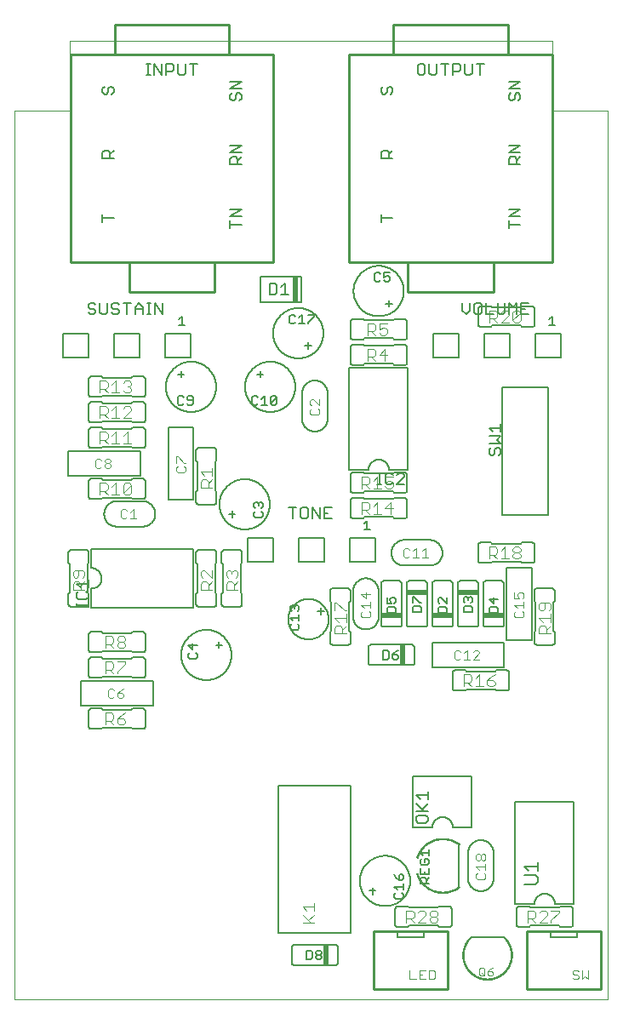
<source format=gto>
G75*
%MOIN*%
%OFA0B0*%
%FSLAX25Y25*%
%IPPOS*%
%LPD*%
%AMOC8*
5,1,8,0,0,1.08239X$1,22.5*
%
%ADD10C,0.00500*%
%ADD11C,0.00600*%
%ADD12C,0.01000*%
%ADD13R,0.02000X0.10000*%
%ADD14C,0.00400*%
%ADD15C,0.00300*%
%ADD16R,0.08000X0.02000*%
%ADD17R,0.02000X0.08000*%
%ADD18C,0.00060*%
%ADD19C,0.00787*%
%ADD20C,0.00800*%
%ADD21C,0.00000*%
D10*
X0073451Y0137512D02*
X0075786Y0137512D01*
X0076370Y0138096D01*
X0076370Y0139263D01*
X0075786Y0139847D01*
X0074619Y0141195D02*
X0074619Y0143530D01*
X0076370Y0142946D02*
X0072867Y0142946D01*
X0074619Y0141195D01*
X0073451Y0139847D02*
X0072867Y0139263D01*
X0072867Y0138096D01*
X0073451Y0137512D01*
X0096250Y0175413D02*
X0106250Y0175413D01*
X0106250Y0184913D01*
X0096250Y0184913D01*
X0096250Y0175413D01*
X0099211Y0192822D02*
X0101546Y0192822D01*
X0102130Y0193406D01*
X0102130Y0194573D01*
X0101546Y0195157D01*
X0101546Y0196505D02*
X0102130Y0197089D01*
X0102130Y0198256D01*
X0101546Y0198840D01*
X0100962Y0198840D01*
X0100379Y0198256D01*
X0100379Y0197673D01*
X0100379Y0198256D02*
X0099795Y0198840D01*
X0099211Y0198840D01*
X0098627Y0198256D01*
X0098627Y0197089D01*
X0099211Y0196505D01*
X0099211Y0195157D02*
X0098627Y0194573D01*
X0098627Y0193406D01*
X0099211Y0192822D01*
X0116250Y0184913D02*
X0116250Y0175413D01*
X0126250Y0175413D01*
X0126250Y0184913D01*
X0116250Y0184913D01*
X0115731Y0158504D02*
X0116315Y0157921D01*
X0116315Y0156753D01*
X0115731Y0156169D01*
X0116315Y0154821D02*
X0116315Y0152486D01*
X0116315Y0153654D02*
X0112812Y0153654D01*
X0113980Y0152486D01*
X0113396Y0151138D02*
X0112812Y0150554D01*
X0112812Y0149387D01*
X0113396Y0148803D01*
X0115731Y0148803D01*
X0116315Y0149387D01*
X0116315Y0150554D01*
X0115731Y0151138D01*
X0113396Y0156169D02*
X0112812Y0156753D01*
X0112812Y0157921D01*
X0113396Y0158504D01*
X0113980Y0158504D01*
X0114564Y0157921D01*
X0115147Y0158504D01*
X0115731Y0158504D01*
X0114564Y0157921D02*
X0114564Y0157337D01*
X0136250Y0175413D02*
X0146250Y0175413D01*
X0146250Y0184913D01*
X0136250Y0184913D01*
X0136250Y0175413D01*
X0141744Y0188200D02*
X0144079Y0188200D01*
X0142912Y0188200D02*
X0142912Y0191703D01*
X0141744Y0190536D01*
X0146973Y0205850D02*
X0148474Y0205850D01*
X0147723Y0205850D02*
X0147723Y0210354D01*
X0146973Y0210354D02*
X0148474Y0210354D01*
X0150042Y0209603D02*
X0150042Y0206601D01*
X0150793Y0205850D01*
X0152294Y0205850D01*
X0153045Y0206601D01*
X0154646Y0205850D02*
X0157649Y0208853D01*
X0157649Y0209603D01*
X0156898Y0210354D01*
X0155397Y0210354D01*
X0154646Y0209603D01*
X0153045Y0209603D02*
X0152294Y0210354D01*
X0150793Y0210354D01*
X0150042Y0209603D01*
X0154646Y0205850D02*
X0157649Y0205850D01*
X0160747Y0161785D02*
X0161331Y0161785D01*
X0163666Y0159450D01*
X0164250Y0159450D01*
X0163666Y0158102D02*
X0161331Y0158102D01*
X0160747Y0157518D01*
X0160747Y0155767D01*
X0164250Y0155767D01*
X0164250Y0157518D01*
X0163666Y0158102D01*
X0160747Y0159450D02*
X0160747Y0161785D01*
X0154250Y0161001D02*
X0154250Y0159834D01*
X0153666Y0159250D01*
X0152499Y0159250D02*
X0151915Y0160418D01*
X0151915Y0161001D01*
X0152499Y0161585D01*
X0153666Y0161585D01*
X0154250Y0161001D01*
X0152499Y0159250D02*
X0150747Y0159250D01*
X0150747Y0161585D01*
X0151331Y0157902D02*
X0150747Y0157318D01*
X0150747Y0155567D01*
X0154250Y0155567D01*
X0154250Y0157318D01*
X0153666Y0157902D01*
X0151331Y0157902D01*
X0150918Y0140853D02*
X0149167Y0140853D01*
X0149167Y0137350D01*
X0150918Y0137350D01*
X0151502Y0137934D01*
X0151502Y0140269D01*
X0150918Y0140853D01*
X0152850Y0139101D02*
X0154601Y0139101D01*
X0155185Y0138518D01*
X0155185Y0137934D01*
X0154601Y0137350D01*
X0153434Y0137350D01*
X0152850Y0137934D01*
X0152850Y0139101D01*
X0154018Y0140269D01*
X0155185Y0140853D01*
X0170747Y0155567D02*
X0170747Y0157318D01*
X0171331Y0157902D01*
X0173666Y0157902D01*
X0174250Y0157318D01*
X0174250Y0155567D01*
X0170747Y0155567D01*
X0171331Y0159250D02*
X0170747Y0159834D01*
X0170747Y0161001D01*
X0171331Y0161585D01*
X0171915Y0161585D01*
X0174250Y0159250D01*
X0174250Y0161585D01*
X0180747Y0161201D02*
X0181331Y0161785D01*
X0181915Y0161785D01*
X0182499Y0161201D01*
X0183082Y0161785D01*
X0183666Y0161785D01*
X0184250Y0161201D01*
X0184250Y0160034D01*
X0183666Y0159450D01*
X0183666Y0158102D02*
X0181331Y0158102D01*
X0180747Y0157518D01*
X0180747Y0155767D01*
X0184250Y0155767D01*
X0184250Y0157518D01*
X0183666Y0158102D01*
X0181331Y0159450D02*
X0180747Y0160034D01*
X0180747Y0161201D01*
X0182499Y0161201D02*
X0182499Y0160618D01*
X0190747Y0161001D02*
X0192499Y0159250D01*
X0192499Y0161585D01*
X0194250Y0161001D02*
X0190747Y0161001D01*
X0191331Y0157902D02*
X0190747Y0157318D01*
X0190747Y0155567D01*
X0194250Y0155567D01*
X0194250Y0157318D01*
X0193666Y0157902D01*
X0191331Y0157902D01*
X0191497Y0217194D02*
X0190746Y0217945D01*
X0190746Y0219446D01*
X0191497Y0220197D01*
X0192998Y0219446D02*
X0193749Y0220197D01*
X0194499Y0220197D01*
X0195250Y0219446D01*
X0195250Y0217945D01*
X0194499Y0217194D01*
X0192998Y0217945D02*
X0192998Y0219446D01*
X0192998Y0217945D02*
X0192247Y0217194D01*
X0191497Y0217194D01*
X0190746Y0221798D02*
X0195250Y0221798D01*
X0193749Y0223299D01*
X0195250Y0224801D01*
X0190746Y0224801D01*
X0192247Y0226402D02*
X0190746Y0227903D01*
X0195250Y0227903D01*
X0195250Y0226402D02*
X0195250Y0229405D01*
X0198750Y0255413D02*
X0188750Y0255413D01*
X0188750Y0264913D01*
X0198750Y0264913D01*
X0198750Y0255413D01*
X0208750Y0255413D02*
X0218750Y0255413D01*
X0218750Y0264913D01*
X0208750Y0264913D01*
X0208750Y0255413D01*
X0214244Y0268200D02*
X0216579Y0268200D01*
X0215412Y0268200D02*
X0215412Y0271703D01*
X0214244Y0270536D01*
X0178750Y0264913D02*
X0178750Y0255413D01*
X0168750Y0255413D01*
X0168750Y0264913D01*
X0178750Y0264913D01*
X0151930Y0285814D02*
X0151346Y0285230D01*
X0150179Y0285230D01*
X0149595Y0285814D01*
X0149595Y0286981D02*
X0150763Y0287565D01*
X0151346Y0287565D01*
X0151930Y0286981D01*
X0151930Y0285814D01*
X0149595Y0286981D02*
X0149595Y0288733D01*
X0151930Y0288733D01*
X0148247Y0288149D02*
X0147663Y0288733D01*
X0146496Y0288733D01*
X0145912Y0288149D01*
X0145912Y0285814D01*
X0146496Y0285230D01*
X0147663Y0285230D01*
X0148247Y0285814D01*
X0122272Y0272233D02*
X0122272Y0271649D01*
X0119937Y0269314D01*
X0119937Y0268730D01*
X0118589Y0268730D02*
X0116253Y0268730D01*
X0117421Y0268730D02*
X0117421Y0272233D01*
X0116253Y0271065D01*
X0114906Y0271649D02*
X0114322Y0272233D01*
X0113154Y0272233D01*
X0112570Y0271649D01*
X0112570Y0269314D01*
X0113154Y0268730D01*
X0114322Y0268730D01*
X0114906Y0269314D01*
X0119937Y0272233D02*
X0122272Y0272233D01*
X0106998Y0240473D02*
X0107582Y0239889D01*
X0105247Y0237554D01*
X0105830Y0236970D01*
X0106998Y0236970D01*
X0107582Y0237554D01*
X0107582Y0239889D01*
X0106998Y0240473D02*
X0105830Y0240473D01*
X0105247Y0239889D01*
X0105247Y0237554D01*
X0103899Y0236970D02*
X0101563Y0236970D01*
X0102731Y0236970D02*
X0102731Y0240473D01*
X0101563Y0239305D01*
X0100216Y0239889D02*
X0099632Y0240473D01*
X0098464Y0240473D01*
X0097880Y0239889D01*
X0097880Y0237554D01*
X0098464Y0236970D01*
X0099632Y0236970D01*
X0100216Y0237554D01*
X0074740Y0237554D02*
X0074740Y0239889D01*
X0074156Y0240473D01*
X0072989Y0240473D01*
X0072405Y0239889D01*
X0072405Y0239305D01*
X0072989Y0238721D01*
X0074740Y0238721D01*
X0074740Y0237554D02*
X0074156Y0236970D01*
X0072989Y0236970D01*
X0072405Y0237554D01*
X0071057Y0237554D02*
X0070473Y0236970D01*
X0069306Y0236970D01*
X0068722Y0237554D01*
X0068722Y0239889D01*
X0069306Y0240473D01*
X0070473Y0240473D01*
X0071057Y0239889D01*
X0073750Y0255413D02*
X0063750Y0255413D01*
X0063750Y0264913D01*
X0073750Y0264913D01*
X0073750Y0255413D01*
X0071579Y0268200D02*
X0069244Y0268200D01*
X0070412Y0268200D02*
X0070412Y0271703D01*
X0069244Y0270536D01*
X0053750Y0264913D02*
X0053750Y0255413D01*
X0043750Y0255413D01*
X0043750Y0264913D01*
X0053750Y0264913D01*
X0033750Y0264913D02*
X0033750Y0255413D01*
X0023750Y0255413D01*
X0023750Y0264913D01*
X0033750Y0264913D01*
X0033750Y0168526D02*
X0033750Y0165523D01*
X0033750Y0167024D02*
X0029246Y0167024D01*
X0030747Y0165523D01*
X0029997Y0163922D02*
X0029246Y0163171D01*
X0029246Y0161670D01*
X0029997Y0160919D01*
X0032999Y0160919D01*
X0033750Y0161670D01*
X0033750Y0163171D01*
X0032999Y0163922D01*
X0033750Y0159351D02*
X0033750Y0157850D01*
X0033750Y0158601D02*
X0029246Y0158601D01*
X0029246Y0159351D02*
X0029246Y0157850D01*
X0119167Y0023353D02*
X0119167Y0019850D01*
X0120918Y0019850D01*
X0121502Y0020434D01*
X0121502Y0022769D01*
X0120918Y0023353D01*
X0119167Y0023353D01*
X0122850Y0022769D02*
X0122850Y0022185D01*
X0123434Y0021601D01*
X0124601Y0021601D01*
X0125185Y0021018D01*
X0125185Y0020434D01*
X0124601Y0019850D01*
X0123434Y0019850D01*
X0122850Y0020434D01*
X0122850Y0021018D01*
X0123434Y0021601D01*
X0124601Y0021601D02*
X0125185Y0022185D01*
X0125185Y0022769D01*
X0124601Y0023353D01*
X0123434Y0023353D01*
X0122850Y0022769D01*
X0153627Y0044064D02*
X0154211Y0043480D01*
X0156546Y0043480D01*
X0157130Y0044064D01*
X0157130Y0045232D01*
X0156546Y0045816D01*
X0157130Y0047163D02*
X0157130Y0049499D01*
X0157130Y0048331D02*
X0153627Y0048331D01*
X0154795Y0047163D01*
X0154211Y0045816D02*
X0153627Y0045232D01*
X0153627Y0044064D01*
X0155379Y0050847D02*
X0155379Y0052598D01*
X0155962Y0053182D01*
X0156546Y0053182D01*
X0157130Y0052598D01*
X0157130Y0051430D01*
X0156546Y0050847D01*
X0155379Y0050847D01*
X0154211Y0052014D01*
X0153627Y0053182D01*
X0163747Y0053167D02*
X0167250Y0053167D01*
X0167250Y0055502D01*
X0166666Y0056850D02*
X0167250Y0057434D01*
X0167250Y0058601D01*
X0166666Y0059185D01*
X0165499Y0059185D01*
X0165499Y0058018D01*
X0164331Y0056850D02*
X0166666Y0056850D01*
X0164331Y0056850D02*
X0163747Y0057434D01*
X0163747Y0058601D01*
X0164331Y0059185D01*
X0164915Y0060533D02*
X0163747Y0061701D01*
X0167250Y0061701D01*
X0167250Y0062868D02*
X0167250Y0060533D01*
X0163747Y0055502D02*
X0163747Y0053167D01*
X0164331Y0051819D02*
X0165499Y0051819D01*
X0166082Y0051235D01*
X0166082Y0049484D01*
X0166082Y0050651D02*
X0167250Y0051819D01*
X0165499Y0053167D02*
X0165499Y0054334D01*
X0164331Y0051819D02*
X0163747Y0051235D01*
X0163747Y0049484D01*
X0167250Y0049484D01*
X0165999Y0073350D02*
X0162997Y0073350D01*
X0162246Y0074101D01*
X0162246Y0075602D01*
X0162997Y0076353D01*
X0165999Y0076353D01*
X0166750Y0075602D01*
X0166750Y0074101D01*
X0165999Y0073350D01*
X0165249Y0077954D02*
X0162246Y0080956D01*
X0163747Y0082558D02*
X0162246Y0084059D01*
X0166750Y0084059D01*
X0166750Y0082558D02*
X0166750Y0085560D01*
X0166750Y0080956D02*
X0164498Y0078705D01*
X0162246Y0077954D02*
X0166750Y0077954D01*
X0204646Y0056208D02*
X0209750Y0056208D01*
X0209750Y0057909D02*
X0209750Y0054506D01*
X0208899Y0052753D02*
X0204646Y0052753D01*
X0206347Y0054506D02*
X0204646Y0056208D01*
X0208899Y0052753D02*
X0209750Y0051902D01*
X0209750Y0050201D01*
X0208899Y0049350D01*
X0204646Y0049350D01*
D11*
X0201000Y0041600D02*
X0208500Y0041600D01*
X0206937Y0040100D02*
X0218063Y0040100D01*
X0218563Y0040600D01*
X0222563Y0040600D01*
X0222623Y0040598D01*
X0222684Y0040593D01*
X0222743Y0040584D01*
X0222802Y0040571D01*
X0222861Y0040555D01*
X0222918Y0040535D01*
X0222973Y0040512D01*
X0223028Y0040485D01*
X0223080Y0040456D01*
X0223131Y0040423D01*
X0223180Y0040387D01*
X0223226Y0040349D01*
X0223270Y0040307D01*
X0223312Y0040263D01*
X0223350Y0040217D01*
X0223386Y0040168D01*
X0223419Y0040117D01*
X0223448Y0040065D01*
X0223475Y0040010D01*
X0223498Y0039955D01*
X0223518Y0039898D01*
X0223534Y0039839D01*
X0223547Y0039780D01*
X0223556Y0039721D01*
X0223561Y0039660D01*
X0223563Y0039600D01*
X0223563Y0033600D01*
X0223561Y0033540D01*
X0223556Y0033479D01*
X0223547Y0033420D01*
X0223534Y0033361D01*
X0223518Y0033302D01*
X0223498Y0033245D01*
X0223475Y0033190D01*
X0223448Y0033135D01*
X0223419Y0033083D01*
X0223386Y0033032D01*
X0223350Y0032983D01*
X0223312Y0032937D01*
X0223270Y0032893D01*
X0223226Y0032851D01*
X0223180Y0032813D01*
X0223131Y0032777D01*
X0223080Y0032744D01*
X0223028Y0032715D01*
X0222973Y0032688D01*
X0222918Y0032665D01*
X0222861Y0032645D01*
X0222802Y0032629D01*
X0222743Y0032616D01*
X0222684Y0032607D01*
X0222623Y0032602D01*
X0222563Y0032600D01*
X0218563Y0032600D01*
X0218063Y0033100D01*
X0206937Y0033100D01*
X0206437Y0032600D01*
X0202437Y0032600D01*
X0202377Y0032602D01*
X0202316Y0032607D01*
X0202257Y0032616D01*
X0202198Y0032629D01*
X0202139Y0032645D01*
X0202082Y0032665D01*
X0202027Y0032688D01*
X0201972Y0032715D01*
X0201920Y0032744D01*
X0201869Y0032777D01*
X0201820Y0032813D01*
X0201774Y0032851D01*
X0201730Y0032893D01*
X0201688Y0032937D01*
X0201650Y0032983D01*
X0201614Y0033032D01*
X0201581Y0033083D01*
X0201552Y0033135D01*
X0201525Y0033190D01*
X0201502Y0033245D01*
X0201482Y0033302D01*
X0201466Y0033361D01*
X0201453Y0033420D01*
X0201444Y0033479D01*
X0201439Y0033540D01*
X0201437Y0033600D01*
X0201437Y0039600D01*
X0201439Y0039660D01*
X0201444Y0039721D01*
X0201453Y0039780D01*
X0201466Y0039839D01*
X0201482Y0039898D01*
X0201502Y0039955D01*
X0201525Y0040010D01*
X0201552Y0040065D01*
X0201581Y0040117D01*
X0201614Y0040168D01*
X0201650Y0040217D01*
X0201688Y0040263D01*
X0201730Y0040307D01*
X0201774Y0040349D01*
X0201820Y0040387D01*
X0201869Y0040423D01*
X0201920Y0040456D01*
X0201972Y0040485D01*
X0202027Y0040512D01*
X0202082Y0040535D01*
X0202139Y0040555D01*
X0202198Y0040571D01*
X0202257Y0040584D01*
X0202316Y0040593D01*
X0202377Y0040598D01*
X0202437Y0040600D01*
X0206437Y0040600D01*
X0206937Y0040100D01*
X0208500Y0041600D02*
X0208502Y0041726D01*
X0208508Y0041851D01*
X0208518Y0041976D01*
X0208532Y0042101D01*
X0208549Y0042226D01*
X0208571Y0042350D01*
X0208596Y0042473D01*
X0208626Y0042595D01*
X0208659Y0042716D01*
X0208696Y0042836D01*
X0208736Y0042955D01*
X0208781Y0043072D01*
X0208829Y0043189D01*
X0208881Y0043303D01*
X0208936Y0043416D01*
X0208995Y0043527D01*
X0209057Y0043636D01*
X0209123Y0043743D01*
X0209192Y0043848D01*
X0209264Y0043951D01*
X0209339Y0044052D01*
X0209418Y0044150D01*
X0209500Y0044245D01*
X0209584Y0044338D01*
X0209672Y0044428D01*
X0209762Y0044516D01*
X0209855Y0044600D01*
X0209950Y0044682D01*
X0210048Y0044761D01*
X0210149Y0044836D01*
X0210252Y0044908D01*
X0210357Y0044977D01*
X0210464Y0045043D01*
X0210573Y0045105D01*
X0210684Y0045164D01*
X0210797Y0045219D01*
X0210911Y0045271D01*
X0211028Y0045319D01*
X0211145Y0045364D01*
X0211264Y0045404D01*
X0211384Y0045441D01*
X0211505Y0045474D01*
X0211627Y0045504D01*
X0211750Y0045529D01*
X0211874Y0045551D01*
X0211999Y0045568D01*
X0212124Y0045582D01*
X0212249Y0045592D01*
X0212374Y0045598D01*
X0212500Y0045600D01*
X0212626Y0045598D01*
X0212751Y0045592D01*
X0212876Y0045582D01*
X0213001Y0045568D01*
X0213126Y0045551D01*
X0213250Y0045529D01*
X0213373Y0045504D01*
X0213495Y0045474D01*
X0213616Y0045441D01*
X0213736Y0045404D01*
X0213855Y0045364D01*
X0213972Y0045319D01*
X0214089Y0045271D01*
X0214203Y0045219D01*
X0214316Y0045164D01*
X0214427Y0045105D01*
X0214536Y0045043D01*
X0214643Y0044977D01*
X0214748Y0044908D01*
X0214851Y0044836D01*
X0214952Y0044761D01*
X0215050Y0044682D01*
X0215145Y0044600D01*
X0215238Y0044516D01*
X0215328Y0044428D01*
X0215416Y0044338D01*
X0215500Y0044245D01*
X0215582Y0044150D01*
X0215661Y0044052D01*
X0215736Y0043951D01*
X0215808Y0043848D01*
X0215877Y0043743D01*
X0215943Y0043636D01*
X0216005Y0043527D01*
X0216064Y0043416D01*
X0216119Y0043303D01*
X0216171Y0043189D01*
X0216219Y0043072D01*
X0216264Y0042955D01*
X0216304Y0042836D01*
X0216341Y0042716D01*
X0216374Y0042595D01*
X0216404Y0042473D01*
X0216429Y0042350D01*
X0216451Y0042226D01*
X0216468Y0042101D01*
X0216482Y0041976D01*
X0216492Y0041851D01*
X0216498Y0041726D01*
X0216500Y0041600D01*
X0224000Y0041600D01*
X0224000Y0081600D01*
X0201000Y0081600D01*
X0201000Y0041600D01*
X0196421Y0028600D02*
X0183579Y0028600D01*
X0176063Y0033600D02*
X0176063Y0039600D01*
X0176061Y0039660D01*
X0176056Y0039721D01*
X0176047Y0039780D01*
X0176034Y0039839D01*
X0176018Y0039898D01*
X0175998Y0039955D01*
X0175975Y0040010D01*
X0175948Y0040065D01*
X0175919Y0040117D01*
X0175886Y0040168D01*
X0175850Y0040217D01*
X0175812Y0040263D01*
X0175770Y0040307D01*
X0175726Y0040349D01*
X0175680Y0040387D01*
X0175631Y0040423D01*
X0175580Y0040456D01*
X0175528Y0040485D01*
X0175473Y0040512D01*
X0175418Y0040535D01*
X0175361Y0040555D01*
X0175302Y0040571D01*
X0175243Y0040584D01*
X0175184Y0040593D01*
X0175123Y0040598D01*
X0175063Y0040600D01*
X0171063Y0040600D01*
X0170563Y0040100D01*
X0159437Y0040100D01*
X0158937Y0040600D01*
X0154937Y0040600D01*
X0154877Y0040598D01*
X0154816Y0040593D01*
X0154757Y0040584D01*
X0154698Y0040571D01*
X0154639Y0040555D01*
X0154582Y0040535D01*
X0154527Y0040512D01*
X0154472Y0040485D01*
X0154420Y0040456D01*
X0154369Y0040423D01*
X0154320Y0040387D01*
X0154274Y0040349D01*
X0154230Y0040307D01*
X0154188Y0040263D01*
X0154150Y0040217D01*
X0154114Y0040168D01*
X0154081Y0040117D01*
X0154052Y0040065D01*
X0154025Y0040010D01*
X0154002Y0039955D01*
X0153982Y0039898D01*
X0153966Y0039839D01*
X0153953Y0039780D01*
X0153944Y0039721D01*
X0153939Y0039660D01*
X0153937Y0039600D01*
X0153937Y0033600D01*
X0153939Y0033540D01*
X0153944Y0033479D01*
X0153953Y0033420D01*
X0153966Y0033361D01*
X0153982Y0033302D01*
X0154002Y0033245D01*
X0154025Y0033190D01*
X0154052Y0033135D01*
X0154081Y0033083D01*
X0154114Y0033032D01*
X0154150Y0032983D01*
X0154188Y0032937D01*
X0154230Y0032893D01*
X0154274Y0032851D01*
X0154320Y0032813D01*
X0154369Y0032777D01*
X0154420Y0032744D01*
X0154472Y0032715D01*
X0154527Y0032688D01*
X0154582Y0032665D01*
X0154639Y0032645D01*
X0154698Y0032629D01*
X0154757Y0032616D01*
X0154816Y0032607D01*
X0154877Y0032602D01*
X0154937Y0032600D01*
X0158937Y0032600D01*
X0159437Y0033100D01*
X0170563Y0033100D01*
X0171063Y0032600D01*
X0175063Y0032600D01*
X0175123Y0032602D01*
X0175184Y0032607D01*
X0175243Y0032616D01*
X0175302Y0032629D01*
X0175361Y0032645D01*
X0175418Y0032665D01*
X0175473Y0032688D01*
X0175528Y0032715D01*
X0175580Y0032744D01*
X0175631Y0032777D01*
X0175680Y0032813D01*
X0175726Y0032851D01*
X0175770Y0032893D01*
X0175812Y0032937D01*
X0175850Y0032983D01*
X0175886Y0033032D01*
X0175919Y0033083D01*
X0175948Y0033135D01*
X0175975Y0033190D01*
X0175998Y0033245D01*
X0176018Y0033302D01*
X0176034Y0033361D01*
X0176047Y0033420D01*
X0176056Y0033479D01*
X0176061Y0033540D01*
X0176063Y0033600D01*
X0179000Y0048352D02*
X0179000Y0064848D01*
X0182500Y0061600D02*
X0182500Y0051600D01*
X0187500Y0046600D02*
X0187640Y0046602D01*
X0187780Y0046608D01*
X0187920Y0046618D01*
X0188060Y0046631D01*
X0188199Y0046649D01*
X0188338Y0046671D01*
X0188475Y0046696D01*
X0188613Y0046725D01*
X0188749Y0046758D01*
X0188884Y0046795D01*
X0189018Y0046836D01*
X0189151Y0046881D01*
X0189283Y0046929D01*
X0189413Y0046981D01*
X0189542Y0047036D01*
X0189669Y0047095D01*
X0189795Y0047158D01*
X0189919Y0047224D01*
X0190040Y0047293D01*
X0190160Y0047366D01*
X0190278Y0047443D01*
X0190393Y0047522D01*
X0190507Y0047605D01*
X0190617Y0047691D01*
X0190726Y0047780D01*
X0190832Y0047872D01*
X0190935Y0047967D01*
X0191036Y0048064D01*
X0191133Y0048165D01*
X0191228Y0048268D01*
X0191320Y0048374D01*
X0191409Y0048483D01*
X0191495Y0048593D01*
X0191578Y0048707D01*
X0191657Y0048822D01*
X0191734Y0048940D01*
X0191807Y0049060D01*
X0191876Y0049181D01*
X0191942Y0049305D01*
X0192005Y0049431D01*
X0192064Y0049558D01*
X0192119Y0049687D01*
X0192171Y0049817D01*
X0192219Y0049949D01*
X0192264Y0050082D01*
X0192305Y0050216D01*
X0192342Y0050351D01*
X0192375Y0050487D01*
X0192404Y0050625D01*
X0192429Y0050762D01*
X0192451Y0050901D01*
X0192469Y0051040D01*
X0192482Y0051180D01*
X0192492Y0051320D01*
X0192498Y0051460D01*
X0192500Y0051600D01*
X0192500Y0059100D01*
X0192500Y0061600D01*
X0187500Y0066600D02*
X0187360Y0066598D01*
X0187220Y0066592D01*
X0187080Y0066582D01*
X0186940Y0066569D01*
X0186801Y0066551D01*
X0186662Y0066529D01*
X0186525Y0066504D01*
X0186387Y0066475D01*
X0186251Y0066442D01*
X0186116Y0066405D01*
X0185982Y0066364D01*
X0185849Y0066319D01*
X0185717Y0066271D01*
X0185587Y0066219D01*
X0185458Y0066164D01*
X0185331Y0066105D01*
X0185205Y0066042D01*
X0185081Y0065976D01*
X0184960Y0065907D01*
X0184840Y0065834D01*
X0184722Y0065757D01*
X0184607Y0065678D01*
X0184493Y0065595D01*
X0184383Y0065509D01*
X0184274Y0065420D01*
X0184168Y0065328D01*
X0184065Y0065233D01*
X0183964Y0065136D01*
X0183867Y0065035D01*
X0183772Y0064932D01*
X0183680Y0064826D01*
X0183591Y0064717D01*
X0183505Y0064607D01*
X0183422Y0064493D01*
X0183343Y0064378D01*
X0183266Y0064260D01*
X0183193Y0064140D01*
X0183124Y0064019D01*
X0183058Y0063895D01*
X0182995Y0063769D01*
X0182936Y0063642D01*
X0182881Y0063513D01*
X0182829Y0063383D01*
X0182781Y0063251D01*
X0182736Y0063118D01*
X0182695Y0062984D01*
X0182658Y0062849D01*
X0182625Y0062713D01*
X0182596Y0062575D01*
X0182571Y0062438D01*
X0182549Y0062299D01*
X0182531Y0062160D01*
X0182518Y0062020D01*
X0182508Y0061880D01*
X0182502Y0061740D01*
X0182500Y0061600D01*
X0187500Y0066600D02*
X0187640Y0066598D01*
X0187780Y0066592D01*
X0187920Y0066582D01*
X0188060Y0066569D01*
X0188199Y0066551D01*
X0188338Y0066529D01*
X0188475Y0066504D01*
X0188613Y0066475D01*
X0188749Y0066442D01*
X0188884Y0066405D01*
X0189018Y0066364D01*
X0189151Y0066319D01*
X0189283Y0066271D01*
X0189413Y0066219D01*
X0189542Y0066164D01*
X0189669Y0066105D01*
X0189795Y0066042D01*
X0189919Y0065976D01*
X0190040Y0065907D01*
X0190160Y0065834D01*
X0190278Y0065757D01*
X0190393Y0065678D01*
X0190507Y0065595D01*
X0190617Y0065509D01*
X0190726Y0065420D01*
X0190832Y0065328D01*
X0190935Y0065233D01*
X0191036Y0065136D01*
X0191133Y0065035D01*
X0191228Y0064932D01*
X0191320Y0064826D01*
X0191409Y0064717D01*
X0191495Y0064607D01*
X0191578Y0064493D01*
X0191657Y0064378D01*
X0191734Y0064260D01*
X0191807Y0064140D01*
X0191876Y0064019D01*
X0191942Y0063895D01*
X0192005Y0063769D01*
X0192064Y0063642D01*
X0192119Y0063513D01*
X0192171Y0063383D01*
X0192219Y0063251D01*
X0192264Y0063118D01*
X0192305Y0062984D01*
X0192342Y0062849D01*
X0192375Y0062713D01*
X0192404Y0062575D01*
X0192429Y0062438D01*
X0192451Y0062299D01*
X0192469Y0062160D01*
X0192482Y0062020D01*
X0192492Y0061880D01*
X0192498Y0061740D01*
X0192500Y0061600D01*
X0182500Y0051600D02*
X0182502Y0051460D01*
X0182508Y0051320D01*
X0182518Y0051180D01*
X0182531Y0051040D01*
X0182549Y0050901D01*
X0182571Y0050762D01*
X0182596Y0050625D01*
X0182625Y0050487D01*
X0182658Y0050351D01*
X0182695Y0050216D01*
X0182736Y0050082D01*
X0182781Y0049949D01*
X0182829Y0049817D01*
X0182881Y0049687D01*
X0182936Y0049558D01*
X0182995Y0049431D01*
X0183058Y0049305D01*
X0183124Y0049181D01*
X0183193Y0049060D01*
X0183266Y0048940D01*
X0183343Y0048822D01*
X0183422Y0048707D01*
X0183505Y0048593D01*
X0183591Y0048483D01*
X0183680Y0048374D01*
X0183772Y0048268D01*
X0183867Y0048165D01*
X0183964Y0048064D01*
X0184065Y0047967D01*
X0184168Y0047872D01*
X0184274Y0047780D01*
X0184383Y0047691D01*
X0184493Y0047605D01*
X0184607Y0047522D01*
X0184722Y0047443D01*
X0184840Y0047366D01*
X0184960Y0047293D01*
X0185081Y0047224D01*
X0185205Y0047158D01*
X0185331Y0047095D01*
X0185458Y0047036D01*
X0185587Y0046981D01*
X0185717Y0046929D01*
X0185849Y0046881D01*
X0185982Y0046836D01*
X0186116Y0046795D01*
X0186251Y0046758D01*
X0186387Y0046725D01*
X0186525Y0046696D01*
X0186662Y0046671D01*
X0186801Y0046649D01*
X0186940Y0046631D01*
X0187080Y0046618D01*
X0187220Y0046608D01*
X0187360Y0046602D01*
X0187500Y0046600D01*
X0184000Y0071600D02*
X0176500Y0071600D01*
X0176498Y0071726D01*
X0176492Y0071851D01*
X0176482Y0071976D01*
X0176468Y0072101D01*
X0176451Y0072226D01*
X0176429Y0072350D01*
X0176404Y0072473D01*
X0176374Y0072595D01*
X0176341Y0072716D01*
X0176304Y0072836D01*
X0176264Y0072955D01*
X0176219Y0073072D01*
X0176171Y0073189D01*
X0176119Y0073303D01*
X0176064Y0073416D01*
X0176005Y0073527D01*
X0175943Y0073636D01*
X0175877Y0073743D01*
X0175808Y0073848D01*
X0175736Y0073951D01*
X0175661Y0074052D01*
X0175582Y0074150D01*
X0175500Y0074245D01*
X0175416Y0074338D01*
X0175328Y0074428D01*
X0175238Y0074516D01*
X0175145Y0074600D01*
X0175050Y0074682D01*
X0174952Y0074761D01*
X0174851Y0074836D01*
X0174748Y0074908D01*
X0174643Y0074977D01*
X0174536Y0075043D01*
X0174427Y0075105D01*
X0174316Y0075164D01*
X0174203Y0075219D01*
X0174089Y0075271D01*
X0173972Y0075319D01*
X0173855Y0075364D01*
X0173736Y0075404D01*
X0173616Y0075441D01*
X0173495Y0075474D01*
X0173373Y0075504D01*
X0173250Y0075529D01*
X0173126Y0075551D01*
X0173001Y0075568D01*
X0172876Y0075582D01*
X0172751Y0075592D01*
X0172626Y0075598D01*
X0172500Y0075600D01*
X0172374Y0075598D01*
X0172249Y0075592D01*
X0172124Y0075582D01*
X0171999Y0075568D01*
X0171874Y0075551D01*
X0171750Y0075529D01*
X0171627Y0075504D01*
X0171505Y0075474D01*
X0171384Y0075441D01*
X0171264Y0075404D01*
X0171145Y0075364D01*
X0171028Y0075319D01*
X0170911Y0075271D01*
X0170797Y0075219D01*
X0170684Y0075164D01*
X0170573Y0075105D01*
X0170464Y0075043D01*
X0170357Y0074977D01*
X0170252Y0074908D01*
X0170149Y0074836D01*
X0170048Y0074761D01*
X0169950Y0074682D01*
X0169855Y0074600D01*
X0169762Y0074516D01*
X0169672Y0074428D01*
X0169584Y0074338D01*
X0169500Y0074245D01*
X0169418Y0074150D01*
X0169339Y0074052D01*
X0169264Y0073951D01*
X0169192Y0073848D01*
X0169123Y0073743D01*
X0169057Y0073636D01*
X0168995Y0073527D01*
X0168936Y0073416D01*
X0168881Y0073303D01*
X0168829Y0073189D01*
X0168781Y0073072D01*
X0168736Y0072955D01*
X0168696Y0072836D01*
X0168659Y0072716D01*
X0168626Y0072595D01*
X0168596Y0072473D01*
X0168571Y0072350D01*
X0168549Y0072226D01*
X0168532Y0072101D01*
X0168518Y0071976D01*
X0168508Y0071851D01*
X0168502Y0071726D01*
X0168500Y0071600D01*
X0161000Y0071600D01*
X0161000Y0091600D01*
X0184000Y0091600D01*
X0184000Y0071600D01*
X0140157Y0050600D02*
X0140160Y0050842D01*
X0140169Y0051083D01*
X0140184Y0051324D01*
X0140204Y0051565D01*
X0140231Y0051805D01*
X0140264Y0052044D01*
X0140302Y0052283D01*
X0140346Y0052520D01*
X0140396Y0052757D01*
X0140452Y0052992D01*
X0140514Y0053225D01*
X0140581Y0053457D01*
X0140654Y0053688D01*
X0140732Y0053916D01*
X0140817Y0054142D01*
X0140906Y0054367D01*
X0141001Y0054589D01*
X0141102Y0054808D01*
X0141208Y0055026D01*
X0141319Y0055240D01*
X0141436Y0055452D01*
X0141557Y0055660D01*
X0141684Y0055866D01*
X0141816Y0056068D01*
X0141953Y0056268D01*
X0142094Y0056463D01*
X0142240Y0056656D01*
X0142391Y0056844D01*
X0142547Y0057029D01*
X0142707Y0057210D01*
X0142871Y0057387D01*
X0143040Y0057560D01*
X0143213Y0057729D01*
X0143390Y0057893D01*
X0143571Y0058053D01*
X0143756Y0058209D01*
X0143944Y0058360D01*
X0144137Y0058506D01*
X0144332Y0058647D01*
X0144532Y0058784D01*
X0144734Y0058916D01*
X0144940Y0059043D01*
X0145148Y0059164D01*
X0145360Y0059281D01*
X0145574Y0059392D01*
X0145792Y0059498D01*
X0146011Y0059599D01*
X0146233Y0059694D01*
X0146458Y0059783D01*
X0146684Y0059868D01*
X0146912Y0059946D01*
X0147143Y0060019D01*
X0147375Y0060086D01*
X0147608Y0060148D01*
X0147843Y0060204D01*
X0148080Y0060254D01*
X0148317Y0060298D01*
X0148556Y0060336D01*
X0148795Y0060369D01*
X0149035Y0060396D01*
X0149276Y0060416D01*
X0149517Y0060431D01*
X0149758Y0060440D01*
X0150000Y0060443D01*
X0150242Y0060440D01*
X0150483Y0060431D01*
X0150724Y0060416D01*
X0150965Y0060396D01*
X0151205Y0060369D01*
X0151444Y0060336D01*
X0151683Y0060298D01*
X0151920Y0060254D01*
X0152157Y0060204D01*
X0152392Y0060148D01*
X0152625Y0060086D01*
X0152857Y0060019D01*
X0153088Y0059946D01*
X0153316Y0059868D01*
X0153542Y0059783D01*
X0153767Y0059694D01*
X0153989Y0059599D01*
X0154208Y0059498D01*
X0154426Y0059392D01*
X0154640Y0059281D01*
X0154852Y0059164D01*
X0155060Y0059043D01*
X0155266Y0058916D01*
X0155468Y0058784D01*
X0155668Y0058647D01*
X0155863Y0058506D01*
X0156056Y0058360D01*
X0156244Y0058209D01*
X0156429Y0058053D01*
X0156610Y0057893D01*
X0156787Y0057729D01*
X0156960Y0057560D01*
X0157129Y0057387D01*
X0157293Y0057210D01*
X0157453Y0057029D01*
X0157609Y0056844D01*
X0157760Y0056656D01*
X0157906Y0056463D01*
X0158047Y0056268D01*
X0158184Y0056068D01*
X0158316Y0055866D01*
X0158443Y0055660D01*
X0158564Y0055452D01*
X0158681Y0055240D01*
X0158792Y0055026D01*
X0158898Y0054808D01*
X0158999Y0054589D01*
X0159094Y0054367D01*
X0159183Y0054142D01*
X0159268Y0053916D01*
X0159346Y0053688D01*
X0159419Y0053457D01*
X0159486Y0053225D01*
X0159548Y0052992D01*
X0159604Y0052757D01*
X0159654Y0052520D01*
X0159698Y0052283D01*
X0159736Y0052044D01*
X0159769Y0051805D01*
X0159796Y0051565D01*
X0159816Y0051324D01*
X0159831Y0051083D01*
X0159840Y0050842D01*
X0159843Y0050600D01*
X0159840Y0050358D01*
X0159831Y0050117D01*
X0159816Y0049876D01*
X0159796Y0049635D01*
X0159769Y0049395D01*
X0159736Y0049156D01*
X0159698Y0048917D01*
X0159654Y0048680D01*
X0159604Y0048443D01*
X0159548Y0048208D01*
X0159486Y0047975D01*
X0159419Y0047743D01*
X0159346Y0047512D01*
X0159268Y0047284D01*
X0159183Y0047058D01*
X0159094Y0046833D01*
X0158999Y0046611D01*
X0158898Y0046392D01*
X0158792Y0046174D01*
X0158681Y0045960D01*
X0158564Y0045748D01*
X0158443Y0045540D01*
X0158316Y0045334D01*
X0158184Y0045132D01*
X0158047Y0044932D01*
X0157906Y0044737D01*
X0157760Y0044544D01*
X0157609Y0044356D01*
X0157453Y0044171D01*
X0157293Y0043990D01*
X0157129Y0043813D01*
X0156960Y0043640D01*
X0156787Y0043471D01*
X0156610Y0043307D01*
X0156429Y0043147D01*
X0156244Y0042991D01*
X0156056Y0042840D01*
X0155863Y0042694D01*
X0155668Y0042553D01*
X0155468Y0042416D01*
X0155266Y0042284D01*
X0155060Y0042157D01*
X0154852Y0042036D01*
X0154640Y0041919D01*
X0154426Y0041808D01*
X0154208Y0041702D01*
X0153989Y0041601D01*
X0153767Y0041506D01*
X0153542Y0041417D01*
X0153316Y0041332D01*
X0153088Y0041254D01*
X0152857Y0041181D01*
X0152625Y0041114D01*
X0152392Y0041052D01*
X0152157Y0040996D01*
X0151920Y0040946D01*
X0151683Y0040902D01*
X0151444Y0040864D01*
X0151205Y0040831D01*
X0150965Y0040804D01*
X0150724Y0040784D01*
X0150483Y0040769D01*
X0150242Y0040760D01*
X0150000Y0040757D01*
X0149758Y0040760D01*
X0149517Y0040769D01*
X0149276Y0040784D01*
X0149035Y0040804D01*
X0148795Y0040831D01*
X0148556Y0040864D01*
X0148317Y0040902D01*
X0148080Y0040946D01*
X0147843Y0040996D01*
X0147608Y0041052D01*
X0147375Y0041114D01*
X0147143Y0041181D01*
X0146912Y0041254D01*
X0146684Y0041332D01*
X0146458Y0041417D01*
X0146233Y0041506D01*
X0146011Y0041601D01*
X0145792Y0041702D01*
X0145574Y0041808D01*
X0145360Y0041919D01*
X0145148Y0042036D01*
X0144940Y0042157D01*
X0144734Y0042284D01*
X0144532Y0042416D01*
X0144332Y0042553D01*
X0144137Y0042694D01*
X0143944Y0042840D01*
X0143756Y0042991D01*
X0143571Y0043147D01*
X0143390Y0043307D01*
X0143213Y0043471D01*
X0143040Y0043640D01*
X0142871Y0043813D01*
X0142707Y0043990D01*
X0142547Y0044171D01*
X0142391Y0044356D01*
X0142240Y0044544D01*
X0142094Y0044737D01*
X0141953Y0044932D01*
X0141816Y0045132D01*
X0141684Y0045334D01*
X0141557Y0045540D01*
X0141436Y0045748D01*
X0141319Y0045960D01*
X0141208Y0046174D01*
X0141102Y0046392D01*
X0141001Y0046611D01*
X0140906Y0046833D01*
X0140817Y0047058D01*
X0140732Y0047284D01*
X0140654Y0047512D01*
X0140581Y0047743D01*
X0140514Y0047975D01*
X0140452Y0048208D01*
X0140396Y0048443D01*
X0140346Y0048680D01*
X0140302Y0048917D01*
X0140264Y0049156D01*
X0140231Y0049395D01*
X0140204Y0049635D01*
X0140184Y0049876D01*
X0140169Y0050117D01*
X0140160Y0050358D01*
X0140157Y0050600D01*
X0143780Y0046727D02*
X0146280Y0046727D01*
X0145060Y0047943D02*
X0145060Y0045343D01*
X0130500Y0025600D02*
X0114500Y0025600D01*
X0114440Y0025598D01*
X0114379Y0025593D01*
X0114320Y0025584D01*
X0114261Y0025571D01*
X0114202Y0025555D01*
X0114145Y0025535D01*
X0114090Y0025512D01*
X0114035Y0025485D01*
X0113983Y0025456D01*
X0113932Y0025423D01*
X0113883Y0025387D01*
X0113837Y0025349D01*
X0113793Y0025307D01*
X0113751Y0025263D01*
X0113713Y0025217D01*
X0113677Y0025168D01*
X0113644Y0025117D01*
X0113615Y0025065D01*
X0113588Y0025010D01*
X0113565Y0024955D01*
X0113545Y0024898D01*
X0113529Y0024839D01*
X0113516Y0024780D01*
X0113507Y0024721D01*
X0113502Y0024660D01*
X0113500Y0024600D01*
X0113500Y0018600D01*
X0113502Y0018540D01*
X0113507Y0018479D01*
X0113516Y0018420D01*
X0113529Y0018361D01*
X0113545Y0018302D01*
X0113565Y0018245D01*
X0113588Y0018190D01*
X0113615Y0018135D01*
X0113644Y0018083D01*
X0113677Y0018032D01*
X0113713Y0017983D01*
X0113751Y0017937D01*
X0113793Y0017893D01*
X0113837Y0017851D01*
X0113883Y0017813D01*
X0113932Y0017777D01*
X0113983Y0017744D01*
X0114035Y0017715D01*
X0114090Y0017688D01*
X0114145Y0017665D01*
X0114202Y0017645D01*
X0114261Y0017629D01*
X0114320Y0017616D01*
X0114379Y0017607D01*
X0114440Y0017602D01*
X0114500Y0017600D01*
X0130500Y0017600D01*
X0130560Y0017602D01*
X0130621Y0017607D01*
X0130680Y0017616D01*
X0130739Y0017629D01*
X0130798Y0017645D01*
X0130855Y0017665D01*
X0130910Y0017688D01*
X0130965Y0017715D01*
X0131017Y0017744D01*
X0131068Y0017777D01*
X0131117Y0017813D01*
X0131163Y0017851D01*
X0131207Y0017893D01*
X0131249Y0017937D01*
X0131287Y0017983D01*
X0131323Y0018032D01*
X0131356Y0018083D01*
X0131385Y0018135D01*
X0131412Y0018190D01*
X0131435Y0018245D01*
X0131455Y0018302D01*
X0131471Y0018361D01*
X0131484Y0018420D01*
X0131493Y0018479D01*
X0131498Y0018540D01*
X0131500Y0018600D01*
X0131500Y0024600D01*
X0131498Y0024660D01*
X0131493Y0024721D01*
X0131484Y0024780D01*
X0131471Y0024839D01*
X0131455Y0024898D01*
X0131435Y0024955D01*
X0131412Y0025010D01*
X0131385Y0025065D01*
X0131356Y0025117D01*
X0131323Y0025168D01*
X0131287Y0025217D01*
X0131249Y0025263D01*
X0131207Y0025307D01*
X0131163Y0025349D01*
X0131117Y0025387D01*
X0131068Y0025423D01*
X0131017Y0025456D01*
X0130965Y0025485D01*
X0130910Y0025512D01*
X0130855Y0025535D01*
X0130798Y0025555D01*
X0130739Y0025571D01*
X0130680Y0025584D01*
X0130621Y0025593D01*
X0130560Y0025598D01*
X0130500Y0025600D01*
X0177437Y0125100D02*
X0181437Y0125100D01*
X0181937Y0125600D01*
X0193063Y0125600D01*
X0193563Y0125100D01*
X0197563Y0125100D01*
X0197623Y0125102D01*
X0197684Y0125107D01*
X0197743Y0125116D01*
X0197802Y0125129D01*
X0197861Y0125145D01*
X0197918Y0125165D01*
X0197973Y0125188D01*
X0198028Y0125215D01*
X0198080Y0125244D01*
X0198131Y0125277D01*
X0198180Y0125313D01*
X0198226Y0125351D01*
X0198270Y0125393D01*
X0198312Y0125437D01*
X0198350Y0125483D01*
X0198386Y0125532D01*
X0198419Y0125583D01*
X0198448Y0125635D01*
X0198475Y0125690D01*
X0198498Y0125745D01*
X0198518Y0125802D01*
X0198534Y0125861D01*
X0198547Y0125920D01*
X0198556Y0125979D01*
X0198561Y0126040D01*
X0198563Y0126100D01*
X0198563Y0132100D01*
X0198561Y0132160D01*
X0198556Y0132221D01*
X0198547Y0132280D01*
X0198534Y0132339D01*
X0198518Y0132398D01*
X0198498Y0132455D01*
X0198475Y0132510D01*
X0198448Y0132565D01*
X0198419Y0132617D01*
X0198386Y0132668D01*
X0198350Y0132717D01*
X0198312Y0132763D01*
X0198270Y0132807D01*
X0198226Y0132849D01*
X0198180Y0132887D01*
X0198131Y0132923D01*
X0198080Y0132956D01*
X0198028Y0132985D01*
X0197973Y0133012D01*
X0197918Y0133035D01*
X0197861Y0133055D01*
X0197802Y0133071D01*
X0197743Y0133084D01*
X0197684Y0133093D01*
X0197623Y0133098D01*
X0197563Y0133100D01*
X0193563Y0133100D01*
X0193063Y0132600D01*
X0181937Y0132600D01*
X0181437Y0133100D01*
X0177437Y0133100D01*
X0177377Y0133098D01*
X0177316Y0133093D01*
X0177257Y0133084D01*
X0177198Y0133071D01*
X0177139Y0133055D01*
X0177082Y0133035D01*
X0177027Y0133012D01*
X0176972Y0132985D01*
X0176920Y0132956D01*
X0176869Y0132923D01*
X0176820Y0132887D01*
X0176774Y0132849D01*
X0176730Y0132807D01*
X0176688Y0132763D01*
X0176650Y0132717D01*
X0176614Y0132668D01*
X0176581Y0132617D01*
X0176552Y0132565D01*
X0176525Y0132510D01*
X0176502Y0132455D01*
X0176482Y0132398D01*
X0176466Y0132339D01*
X0176453Y0132280D01*
X0176444Y0132221D01*
X0176439Y0132160D01*
X0176437Y0132100D01*
X0176437Y0126100D01*
X0176439Y0126040D01*
X0176444Y0125979D01*
X0176453Y0125920D01*
X0176466Y0125861D01*
X0176482Y0125802D01*
X0176502Y0125745D01*
X0176525Y0125690D01*
X0176552Y0125635D01*
X0176581Y0125583D01*
X0176614Y0125532D01*
X0176650Y0125483D01*
X0176688Y0125437D01*
X0176730Y0125393D01*
X0176774Y0125351D01*
X0176820Y0125313D01*
X0176869Y0125277D01*
X0176920Y0125244D01*
X0176972Y0125215D01*
X0177027Y0125188D01*
X0177082Y0125165D01*
X0177139Y0125145D01*
X0177198Y0125129D01*
X0177257Y0125116D01*
X0177316Y0125107D01*
X0177377Y0125102D01*
X0177437Y0125100D01*
X0168394Y0134218D02*
X0168394Y0143982D01*
X0196606Y0143982D01*
X0196606Y0134218D01*
X0168394Y0134218D01*
X0161500Y0136100D02*
X0161500Y0142100D01*
X0161498Y0142160D01*
X0161493Y0142221D01*
X0161484Y0142280D01*
X0161471Y0142339D01*
X0161455Y0142398D01*
X0161435Y0142455D01*
X0161412Y0142510D01*
X0161385Y0142565D01*
X0161356Y0142617D01*
X0161323Y0142668D01*
X0161287Y0142717D01*
X0161249Y0142763D01*
X0161207Y0142807D01*
X0161163Y0142849D01*
X0161117Y0142887D01*
X0161068Y0142923D01*
X0161017Y0142956D01*
X0160965Y0142985D01*
X0160910Y0143012D01*
X0160855Y0143035D01*
X0160798Y0143055D01*
X0160739Y0143071D01*
X0160680Y0143084D01*
X0160621Y0143093D01*
X0160560Y0143098D01*
X0160500Y0143100D01*
X0144500Y0143100D01*
X0144440Y0143098D01*
X0144379Y0143093D01*
X0144320Y0143084D01*
X0144261Y0143071D01*
X0144202Y0143055D01*
X0144145Y0143035D01*
X0144090Y0143012D01*
X0144035Y0142985D01*
X0143983Y0142956D01*
X0143932Y0142923D01*
X0143883Y0142887D01*
X0143837Y0142849D01*
X0143793Y0142807D01*
X0143751Y0142763D01*
X0143713Y0142717D01*
X0143677Y0142668D01*
X0143644Y0142617D01*
X0143615Y0142565D01*
X0143588Y0142510D01*
X0143565Y0142455D01*
X0143545Y0142398D01*
X0143529Y0142339D01*
X0143516Y0142280D01*
X0143507Y0142221D01*
X0143502Y0142160D01*
X0143500Y0142100D01*
X0143500Y0136100D01*
X0143502Y0136040D01*
X0143507Y0135979D01*
X0143516Y0135920D01*
X0143529Y0135861D01*
X0143545Y0135802D01*
X0143565Y0135745D01*
X0143588Y0135690D01*
X0143615Y0135635D01*
X0143644Y0135583D01*
X0143677Y0135532D01*
X0143713Y0135483D01*
X0143751Y0135437D01*
X0143793Y0135393D01*
X0143837Y0135351D01*
X0143883Y0135313D01*
X0143932Y0135277D01*
X0143983Y0135244D01*
X0144035Y0135215D01*
X0144090Y0135188D01*
X0144145Y0135165D01*
X0144202Y0135145D01*
X0144261Y0135129D01*
X0144320Y0135116D01*
X0144379Y0135107D01*
X0144440Y0135102D01*
X0144500Y0135100D01*
X0160500Y0135100D01*
X0160560Y0135102D01*
X0160621Y0135107D01*
X0160680Y0135116D01*
X0160739Y0135129D01*
X0160798Y0135145D01*
X0160855Y0135165D01*
X0160910Y0135188D01*
X0160965Y0135215D01*
X0161017Y0135244D01*
X0161068Y0135277D01*
X0161117Y0135313D01*
X0161163Y0135351D01*
X0161207Y0135393D01*
X0161249Y0135437D01*
X0161287Y0135483D01*
X0161323Y0135532D01*
X0161356Y0135583D01*
X0161385Y0135635D01*
X0161412Y0135690D01*
X0161435Y0135745D01*
X0161455Y0135802D01*
X0161471Y0135861D01*
X0161484Y0135920D01*
X0161493Y0135979D01*
X0161498Y0136040D01*
X0161500Y0136100D01*
X0159500Y0150100D02*
X0165500Y0150100D01*
X0165560Y0150102D01*
X0165621Y0150107D01*
X0165680Y0150116D01*
X0165739Y0150129D01*
X0165798Y0150145D01*
X0165855Y0150165D01*
X0165910Y0150188D01*
X0165965Y0150215D01*
X0166017Y0150244D01*
X0166068Y0150277D01*
X0166117Y0150313D01*
X0166163Y0150351D01*
X0166207Y0150393D01*
X0166249Y0150437D01*
X0166287Y0150483D01*
X0166323Y0150532D01*
X0166356Y0150583D01*
X0166385Y0150635D01*
X0166412Y0150690D01*
X0166435Y0150745D01*
X0166455Y0150802D01*
X0166471Y0150861D01*
X0166484Y0150920D01*
X0166493Y0150979D01*
X0166498Y0151040D01*
X0166500Y0151100D01*
X0166500Y0167100D01*
X0166498Y0167160D01*
X0166493Y0167221D01*
X0166484Y0167280D01*
X0166471Y0167339D01*
X0166455Y0167398D01*
X0166435Y0167455D01*
X0166412Y0167510D01*
X0166385Y0167565D01*
X0166356Y0167617D01*
X0166323Y0167668D01*
X0166287Y0167717D01*
X0166249Y0167763D01*
X0166207Y0167807D01*
X0166163Y0167849D01*
X0166117Y0167887D01*
X0166068Y0167923D01*
X0166017Y0167956D01*
X0165965Y0167985D01*
X0165910Y0168012D01*
X0165855Y0168035D01*
X0165798Y0168055D01*
X0165739Y0168071D01*
X0165680Y0168084D01*
X0165621Y0168093D01*
X0165560Y0168098D01*
X0165500Y0168100D01*
X0159500Y0168100D01*
X0159440Y0168098D01*
X0159379Y0168093D01*
X0159320Y0168084D01*
X0159261Y0168071D01*
X0159202Y0168055D01*
X0159145Y0168035D01*
X0159090Y0168012D01*
X0159035Y0167985D01*
X0158983Y0167956D01*
X0158932Y0167923D01*
X0158883Y0167887D01*
X0158837Y0167849D01*
X0158793Y0167807D01*
X0158751Y0167763D01*
X0158713Y0167717D01*
X0158677Y0167668D01*
X0158644Y0167617D01*
X0158615Y0167565D01*
X0158588Y0167510D01*
X0158565Y0167455D01*
X0158545Y0167398D01*
X0158529Y0167339D01*
X0158516Y0167280D01*
X0158507Y0167221D01*
X0158502Y0167160D01*
X0158500Y0167100D01*
X0158500Y0151100D01*
X0158502Y0151040D01*
X0158507Y0150979D01*
X0158516Y0150920D01*
X0158529Y0150861D01*
X0158545Y0150802D01*
X0158565Y0150745D01*
X0158588Y0150690D01*
X0158615Y0150635D01*
X0158644Y0150583D01*
X0158677Y0150532D01*
X0158713Y0150483D01*
X0158751Y0150437D01*
X0158793Y0150393D01*
X0158837Y0150351D01*
X0158883Y0150313D01*
X0158932Y0150277D01*
X0158983Y0150244D01*
X0159035Y0150215D01*
X0159090Y0150188D01*
X0159145Y0150165D01*
X0159202Y0150145D01*
X0159261Y0150129D01*
X0159320Y0150116D01*
X0159379Y0150107D01*
X0159440Y0150102D01*
X0159500Y0150100D01*
X0156500Y0151100D02*
X0156500Y0167100D01*
X0156498Y0167160D01*
X0156493Y0167221D01*
X0156484Y0167280D01*
X0156471Y0167339D01*
X0156455Y0167398D01*
X0156435Y0167455D01*
X0156412Y0167510D01*
X0156385Y0167565D01*
X0156356Y0167617D01*
X0156323Y0167668D01*
X0156287Y0167717D01*
X0156249Y0167763D01*
X0156207Y0167807D01*
X0156163Y0167849D01*
X0156117Y0167887D01*
X0156068Y0167923D01*
X0156017Y0167956D01*
X0155965Y0167985D01*
X0155910Y0168012D01*
X0155855Y0168035D01*
X0155798Y0168055D01*
X0155739Y0168071D01*
X0155680Y0168084D01*
X0155621Y0168093D01*
X0155560Y0168098D01*
X0155500Y0168100D01*
X0149500Y0168100D01*
X0149440Y0168098D01*
X0149379Y0168093D01*
X0149320Y0168084D01*
X0149261Y0168071D01*
X0149202Y0168055D01*
X0149145Y0168035D01*
X0149090Y0168012D01*
X0149035Y0167985D01*
X0148983Y0167956D01*
X0148932Y0167923D01*
X0148883Y0167887D01*
X0148837Y0167849D01*
X0148793Y0167807D01*
X0148751Y0167763D01*
X0148713Y0167717D01*
X0148677Y0167668D01*
X0148644Y0167617D01*
X0148615Y0167565D01*
X0148588Y0167510D01*
X0148565Y0167455D01*
X0148545Y0167398D01*
X0148529Y0167339D01*
X0148516Y0167280D01*
X0148507Y0167221D01*
X0148502Y0167160D01*
X0148500Y0167100D01*
X0148500Y0151100D01*
X0148502Y0151040D01*
X0148507Y0150979D01*
X0148516Y0150920D01*
X0148529Y0150861D01*
X0148545Y0150802D01*
X0148565Y0150745D01*
X0148588Y0150690D01*
X0148615Y0150635D01*
X0148644Y0150583D01*
X0148677Y0150532D01*
X0148713Y0150483D01*
X0148751Y0150437D01*
X0148793Y0150393D01*
X0148837Y0150351D01*
X0148883Y0150313D01*
X0148932Y0150277D01*
X0148983Y0150244D01*
X0149035Y0150215D01*
X0149090Y0150188D01*
X0149145Y0150165D01*
X0149202Y0150145D01*
X0149261Y0150129D01*
X0149320Y0150116D01*
X0149379Y0150107D01*
X0149440Y0150102D01*
X0149500Y0150100D01*
X0155500Y0150100D01*
X0155560Y0150102D01*
X0155621Y0150107D01*
X0155680Y0150116D01*
X0155739Y0150129D01*
X0155798Y0150145D01*
X0155855Y0150165D01*
X0155910Y0150188D01*
X0155965Y0150215D01*
X0156017Y0150244D01*
X0156068Y0150277D01*
X0156117Y0150313D01*
X0156163Y0150351D01*
X0156207Y0150393D01*
X0156249Y0150437D01*
X0156287Y0150483D01*
X0156323Y0150532D01*
X0156356Y0150583D01*
X0156385Y0150635D01*
X0156412Y0150690D01*
X0156435Y0150745D01*
X0156455Y0150802D01*
X0156471Y0150861D01*
X0156484Y0150920D01*
X0156493Y0150979D01*
X0156498Y0151040D01*
X0156500Y0151100D01*
X0147500Y0154100D02*
X0147500Y0161600D01*
X0147500Y0164100D01*
X0142500Y0169100D02*
X0142360Y0169098D01*
X0142220Y0169092D01*
X0142080Y0169082D01*
X0141940Y0169069D01*
X0141801Y0169051D01*
X0141662Y0169029D01*
X0141525Y0169004D01*
X0141387Y0168975D01*
X0141251Y0168942D01*
X0141116Y0168905D01*
X0140982Y0168864D01*
X0140849Y0168819D01*
X0140717Y0168771D01*
X0140587Y0168719D01*
X0140458Y0168664D01*
X0140331Y0168605D01*
X0140205Y0168542D01*
X0140081Y0168476D01*
X0139960Y0168407D01*
X0139840Y0168334D01*
X0139722Y0168257D01*
X0139607Y0168178D01*
X0139493Y0168095D01*
X0139383Y0168009D01*
X0139274Y0167920D01*
X0139168Y0167828D01*
X0139065Y0167733D01*
X0138964Y0167636D01*
X0138867Y0167535D01*
X0138772Y0167432D01*
X0138680Y0167326D01*
X0138591Y0167217D01*
X0138505Y0167107D01*
X0138422Y0166993D01*
X0138343Y0166878D01*
X0138266Y0166760D01*
X0138193Y0166640D01*
X0138124Y0166519D01*
X0138058Y0166395D01*
X0137995Y0166269D01*
X0137936Y0166142D01*
X0137881Y0166013D01*
X0137829Y0165883D01*
X0137781Y0165751D01*
X0137736Y0165618D01*
X0137695Y0165484D01*
X0137658Y0165349D01*
X0137625Y0165213D01*
X0137596Y0165075D01*
X0137571Y0164938D01*
X0137549Y0164799D01*
X0137531Y0164660D01*
X0137518Y0164520D01*
X0137508Y0164380D01*
X0137502Y0164240D01*
X0137500Y0164100D01*
X0137500Y0154100D01*
X0136000Y0159663D02*
X0136000Y0148537D01*
X0136500Y0148037D01*
X0136500Y0144037D01*
X0136498Y0143977D01*
X0136493Y0143916D01*
X0136484Y0143857D01*
X0136471Y0143798D01*
X0136455Y0143739D01*
X0136435Y0143682D01*
X0136412Y0143627D01*
X0136385Y0143572D01*
X0136356Y0143520D01*
X0136323Y0143469D01*
X0136287Y0143420D01*
X0136249Y0143374D01*
X0136207Y0143330D01*
X0136163Y0143288D01*
X0136117Y0143250D01*
X0136068Y0143214D01*
X0136017Y0143181D01*
X0135965Y0143152D01*
X0135910Y0143125D01*
X0135855Y0143102D01*
X0135798Y0143082D01*
X0135739Y0143066D01*
X0135680Y0143053D01*
X0135621Y0143044D01*
X0135560Y0143039D01*
X0135500Y0143037D01*
X0129500Y0143037D01*
X0129440Y0143039D01*
X0129379Y0143044D01*
X0129320Y0143053D01*
X0129261Y0143066D01*
X0129202Y0143082D01*
X0129145Y0143102D01*
X0129090Y0143125D01*
X0129035Y0143152D01*
X0128983Y0143181D01*
X0128932Y0143214D01*
X0128883Y0143250D01*
X0128837Y0143288D01*
X0128793Y0143330D01*
X0128751Y0143374D01*
X0128713Y0143420D01*
X0128677Y0143469D01*
X0128644Y0143520D01*
X0128615Y0143572D01*
X0128588Y0143627D01*
X0128565Y0143682D01*
X0128545Y0143739D01*
X0128529Y0143798D01*
X0128516Y0143857D01*
X0128507Y0143916D01*
X0128502Y0143977D01*
X0128500Y0144037D01*
X0128500Y0148037D01*
X0129000Y0148537D01*
X0129000Y0159663D01*
X0128500Y0160163D01*
X0128500Y0164163D01*
X0128502Y0164223D01*
X0128507Y0164284D01*
X0128516Y0164343D01*
X0128529Y0164402D01*
X0128545Y0164461D01*
X0128565Y0164518D01*
X0128588Y0164573D01*
X0128615Y0164628D01*
X0128644Y0164680D01*
X0128677Y0164731D01*
X0128713Y0164780D01*
X0128751Y0164826D01*
X0128793Y0164870D01*
X0128837Y0164912D01*
X0128883Y0164950D01*
X0128932Y0164986D01*
X0128983Y0165019D01*
X0129035Y0165048D01*
X0129090Y0165075D01*
X0129145Y0165098D01*
X0129202Y0165118D01*
X0129261Y0165134D01*
X0129320Y0165147D01*
X0129379Y0165156D01*
X0129440Y0165161D01*
X0129500Y0165163D01*
X0135500Y0165163D01*
X0135560Y0165161D01*
X0135621Y0165156D01*
X0135680Y0165147D01*
X0135739Y0165134D01*
X0135798Y0165118D01*
X0135855Y0165098D01*
X0135910Y0165075D01*
X0135965Y0165048D01*
X0136017Y0165019D01*
X0136068Y0164986D01*
X0136117Y0164950D01*
X0136163Y0164912D01*
X0136207Y0164870D01*
X0136249Y0164826D01*
X0136287Y0164780D01*
X0136323Y0164731D01*
X0136356Y0164680D01*
X0136385Y0164628D01*
X0136412Y0164573D01*
X0136435Y0164518D01*
X0136455Y0164461D01*
X0136471Y0164402D01*
X0136484Y0164343D01*
X0136493Y0164284D01*
X0136498Y0164223D01*
X0136500Y0164163D01*
X0136500Y0160163D01*
X0136000Y0159663D01*
X0142500Y0169100D02*
X0142640Y0169098D01*
X0142780Y0169092D01*
X0142920Y0169082D01*
X0143060Y0169069D01*
X0143199Y0169051D01*
X0143338Y0169029D01*
X0143475Y0169004D01*
X0143613Y0168975D01*
X0143749Y0168942D01*
X0143884Y0168905D01*
X0144018Y0168864D01*
X0144151Y0168819D01*
X0144283Y0168771D01*
X0144413Y0168719D01*
X0144542Y0168664D01*
X0144669Y0168605D01*
X0144795Y0168542D01*
X0144919Y0168476D01*
X0145040Y0168407D01*
X0145160Y0168334D01*
X0145278Y0168257D01*
X0145393Y0168178D01*
X0145507Y0168095D01*
X0145617Y0168009D01*
X0145726Y0167920D01*
X0145832Y0167828D01*
X0145935Y0167733D01*
X0146036Y0167636D01*
X0146133Y0167535D01*
X0146228Y0167432D01*
X0146320Y0167326D01*
X0146409Y0167217D01*
X0146495Y0167107D01*
X0146578Y0166993D01*
X0146657Y0166878D01*
X0146734Y0166760D01*
X0146807Y0166640D01*
X0146876Y0166519D01*
X0146942Y0166395D01*
X0147005Y0166269D01*
X0147064Y0166142D01*
X0147119Y0166013D01*
X0147171Y0165883D01*
X0147219Y0165751D01*
X0147264Y0165618D01*
X0147305Y0165484D01*
X0147342Y0165349D01*
X0147375Y0165213D01*
X0147404Y0165075D01*
X0147429Y0164938D01*
X0147451Y0164799D01*
X0147469Y0164660D01*
X0147482Y0164520D01*
X0147492Y0164380D01*
X0147498Y0164240D01*
X0147500Y0164100D01*
X0147500Y0154100D02*
X0147498Y0153960D01*
X0147492Y0153820D01*
X0147482Y0153680D01*
X0147469Y0153540D01*
X0147451Y0153401D01*
X0147429Y0153262D01*
X0147404Y0153125D01*
X0147375Y0152987D01*
X0147342Y0152851D01*
X0147305Y0152716D01*
X0147264Y0152582D01*
X0147219Y0152449D01*
X0147171Y0152317D01*
X0147119Y0152187D01*
X0147064Y0152058D01*
X0147005Y0151931D01*
X0146942Y0151805D01*
X0146876Y0151681D01*
X0146807Y0151560D01*
X0146734Y0151440D01*
X0146657Y0151322D01*
X0146578Y0151207D01*
X0146495Y0151093D01*
X0146409Y0150983D01*
X0146320Y0150874D01*
X0146228Y0150768D01*
X0146133Y0150665D01*
X0146036Y0150564D01*
X0145935Y0150467D01*
X0145832Y0150372D01*
X0145726Y0150280D01*
X0145617Y0150191D01*
X0145507Y0150105D01*
X0145393Y0150022D01*
X0145278Y0149943D01*
X0145160Y0149866D01*
X0145040Y0149793D01*
X0144919Y0149724D01*
X0144795Y0149658D01*
X0144669Y0149595D01*
X0144542Y0149536D01*
X0144413Y0149481D01*
X0144283Y0149429D01*
X0144151Y0149381D01*
X0144018Y0149336D01*
X0143884Y0149295D01*
X0143749Y0149258D01*
X0143613Y0149225D01*
X0143475Y0149196D01*
X0143338Y0149171D01*
X0143199Y0149149D01*
X0143060Y0149131D01*
X0142920Y0149118D01*
X0142780Y0149108D01*
X0142640Y0149102D01*
X0142500Y0149100D01*
X0142360Y0149102D01*
X0142220Y0149108D01*
X0142080Y0149118D01*
X0141940Y0149131D01*
X0141801Y0149149D01*
X0141662Y0149171D01*
X0141525Y0149196D01*
X0141387Y0149225D01*
X0141251Y0149258D01*
X0141116Y0149295D01*
X0140982Y0149336D01*
X0140849Y0149381D01*
X0140717Y0149429D01*
X0140587Y0149481D01*
X0140458Y0149536D01*
X0140331Y0149595D01*
X0140205Y0149658D01*
X0140081Y0149724D01*
X0139960Y0149793D01*
X0139840Y0149866D01*
X0139722Y0149943D01*
X0139607Y0150022D01*
X0139493Y0150105D01*
X0139383Y0150191D01*
X0139274Y0150280D01*
X0139168Y0150372D01*
X0139065Y0150467D01*
X0138964Y0150564D01*
X0138867Y0150665D01*
X0138772Y0150768D01*
X0138680Y0150874D01*
X0138591Y0150983D01*
X0138505Y0151093D01*
X0138422Y0151207D01*
X0138343Y0151322D01*
X0138266Y0151440D01*
X0138193Y0151560D01*
X0138124Y0151681D01*
X0138058Y0151805D01*
X0137995Y0151931D01*
X0137936Y0152058D01*
X0137881Y0152187D01*
X0137829Y0152317D01*
X0137781Y0152449D01*
X0137736Y0152582D01*
X0137695Y0152716D01*
X0137658Y0152851D01*
X0137625Y0152987D01*
X0137596Y0153125D01*
X0137571Y0153262D01*
X0137549Y0153401D01*
X0137531Y0153540D01*
X0137518Y0153680D01*
X0137508Y0153820D01*
X0137502Y0153960D01*
X0137500Y0154100D01*
X0126058Y0156185D02*
X0123558Y0156185D01*
X0124800Y0154968D02*
X0124772Y0157433D01*
X0112094Y0153100D02*
X0112096Y0153294D01*
X0112104Y0153488D01*
X0112115Y0153682D01*
X0112132Y0153875D01*
X0112153Y0154068D01*
X0112180Y0154260D01*
X0112210Y0154452D01*
X0112246Y0154642D01*
X0112286Y0154832D01*
X0112331Y0155021D01*
X0112380Y0155209D01*
X0112434Y0155395D01*
X0112493Y0155580D01*
X0112556Y0155763D01*
X0112624Y0155945D01*
X0112696Y0156125D01*
X0112772Y0156304D01*
X0112853Y0156480D01*
X0112938Y0156655D01*
X0113028Y0156827D01*
X0113121Y0156997D01*
X0113219Y0157164D01*
X0113321Y0157330D01*
X0113426Y0157492D01*
X0113536Y0157652D01*
X0113650Y0157810D01*
X0113767Y0157964D01*
X0113889Y0158116D01*
X0114014Y0158264D01*
X0114142Y0158409D01*
X0114274Y0158552D01*
X0114410Y0158690D01*
X0114548Y0158826D01*
X0114691Y0158958D01*
X0114836Y0159086D01*
X0114984Y0159211D01*
X0115136Y0159333D01*
X0115290Y0159450D01*
X0115448Y0159564D01*
X0115608Y0159674D01*
X0115770Y0159779D01*
X0115936Y0159881D01*
X0116103Y0159979D01*
X0116273Y0160072D01*
X0116445Y0160162D01*
X0116620Y0160247D01*
X0116796Y0160328D01*
X0116975Y0160404D01*
X0117155Y0160476D01*
X0117337Y0160544D01*
X0117520Y0160607D01*
X0117705Y0160666D01*
X0117891Y0160720D01*
X0118079Y0160769D01*
X0118268Y0160814D01*
X0118458Y0160854D01*
X0118648Y0160890D01*
X0118840Y0160920D01*
X0119032Y0160947D01*
X0119225Y0160968D01*
X0119418Y0160985D01*
X0119612Y0160996D01*
X0119806Y0161004D01*
X0120000Y0161006D01*
X0120194Y0161004D01*
X0120388Y0160996D01*
X0120582Y0160985D01*
X0120775Y0160968D01*
X0120968Y0160947D01*
X0121160Y0160920D01*
X0121352Y0160890D01*
X0121542Y0160854D01*
X0121732Y0160814D01*
X0121921Y0160769D01*
X0122109Y0160720D01*
X0122295Y0160666D01*
X0122480Y0160607D01*
X0122663Y0160544D01*
X0122845Y0160476D01*
X0123025Y0160404D01*
X0123204Y0160328D01*
X0123380Y0160247D01*
X0123555Y0160162D01*
X0123727Y0160072D01*
X0123897Y0159979D01*
X0124064Y0159881D01*
X0124230Y0159779D01*
X0124392Y0159674D01*
X0124552Y0159564D01*
X0124710Y0159450D01*
X0124864Y0159333D01*
X0125016Y0159211D01*
X0125164Y0159086D01*
X0125309Y0158958D01*
X0125452Y0158826D01*
X0125590Y0158690D01*
X0125726Y0158552D01*
X0125858Y0158409D01*
X0125986Y0158264D01*
X0126111Y0158116D01*
X0126233Y0157964D01*
X0126350Y0157810D01*
X0126464Y0157652D01*
X0126574Y0157492D01*
X0126679Y0157330D01*
X0126781Y0157164D01*
X0126879Y0156997D01*
X0126972Y0156827D01*
X0127062Y0156655D01*
X0127147Y0156480D01*
X0127228Y0156304D01*
X0127304Y0156125D01*
X0127376Y0155945D01*
X0127444Y0155763D01*
X0127507Y0155580D01*
X0127566Y0155395D01*
X0127620Y0155209D01*
X0127669Y0155021D01*
X0127714Y0154832D01*
X0127754Y0154642D01*
X0127790Y0154452D01*
X0127820Y0154260D01*
X0127847Y0154068D01*
X0127868Y0153875D01*
X0127885Y0153682D01*
X0127896Y0153488D01*
X0127904Y0153294D01*
X0127906Y0153100D01*
X0127904Y0152906D01*
X0127896Y0152712D01*
X0127885Y0152518D01*
X0127868Y0152325D01*
X0127847Y0152132D01*
X0127820Y0151940D01*
X0127790Y0151748D01*
X0127754Y0151558D01*
X0127714Y0151368D01*
X0127669Y0151179D01*
X0127620Y0150991D01*
X0127566Y0150805D01*
X0127507Y0150620D01*
X0127444Y0150437D01*
X0127376Y0150255D01*
X0127304Y0150075D01*
X0127228Y0149896D01*
X0127147Y0149720D01*
X0127062Y0149545D01*
X0126972Y0149373D01*
X0126879Y0149203D01*
X0126781Y0149036D01*
X0126679Y0148870D01*
X0126574Y0148708D01*
X0126464Y0148548D01*
X0126350Y0148390D01*
X0126233Y0148236D01*
X0126111Y0148084D01*
X0125986Y0147936D01*
X0125858Y0147791D01*
X0125726Y0147648D01*
X0125590Y0147510D01*
X0125452Y0147374D01*
X0125309Y0147242D01*
X0125164Y0147114D01*
X0125016Y0146989D01*
X0124864Y0146867D01*
X0124710Y0146750D01*
X0124552Y0146636D01*
X0124392Y0146526D01*
X0124230Y0146421D01*
X0124064Y0146319D01*
X0123897Y0146221D01*
X0123727Y0146128D01*
X0123555Y0146038D01*
X0123380Y0145953D01*
X0123204Y0145872D01*
X0123025Y0145796D01*
X0122845Y0145724D01*
X0122663Y0145656D01*
X0122480Y0145593D01*
X0122295Y0145534D01*
X0122109Y0145480D01*
X0121921Y0145431D01*
X0121732Y0145386D01*
X0121542Y0145346D01*
X0121352Y0145310D01*
X0121160Y0145280D01*
X0120968Y0145253D01*
X0120775Y0145232D01*
X0120582Y0145215D01*
X0120388Y0145204D01*
X0120194Y0145196D01*
X0120000Y0145194D01*
X0119806Y0145196D01*
X0119612Y0145204D01*
X0119418Y0145215D01*
X0119225Y0145232D01*
X0119032Y0145253D01*
X0118840Y0145280D01*
X0118648Y0145310D01*
X0118458Y0145346D01*
X0118268Y0145386D01*
X0118079Y0145431D01*
X0117891Y0145480D01*
X0117705Y0145534D01*
X0117520Y0145593D01*
X0117337Y0145656D01*
X0117155Y0145724D01*
X0116975Y0145796D01*
X0116796Y0145872D01*
X0116620Y0145953D01*
X0116445Y0146038D01*
X0116273Y0146128D01*
X0116103Y0146221D01*
X0115936Y0146319D01*
X0115770Y0146421D01*
X0115608Y0146526D01*
X0115448Y0146636D01*
X0115290Y0146750D01*
X0115136Y0146867D01*
X0114984Y0146989D01*
X0114836Y0147114D01*
X0114691Y0147242D01*
X0114548Y0147374D01*
X0114410Y0147510D01*
X0114274Y0147648D01*
X0114142Y0147791D01*
X0114014Y0147936D01*
X0113889Y0148084D01*
X0113767Y0148236D01*
X0113650Y0148390D01*
X0113536Y0148548D01*
X0113426Y0148708D01*
X0113321Y0148870D01*
X0113219Y0149036D01*
X0113121Y0149203D01*
X0113028Y0149373D01*
X0112938Y0149545D01*
X0112853Y0149720D01*
X0112772Y0149896D01*
X0112696Y0150075D01*
X0112624Y0150255D01*
X0112556Y0150437D01*
X0112493Y0150620D01*
X0112434Y0150805D01*
X0112380Y0150991D01*
X0112331Y0151179D01*
X0112286Y0151368D01*
X0112246Y0151558D01*
X0112210Y0151748D01*
X0112180Y0151940D01*
X0112153Y0152132D01*
X0112132Y0152325D01*
X0112115Y0152518D01*
X0112104Y0152712D01*
X0112096Y0152906D01*
X0112094Y0153100D01*
X0094000Y0159037D02*
X0094000Y0163037D01*
X0093500Y0163537D01*
X0093500Y0174663D01*
X0094000Y0175163D01*
X0094000Y0179163D01*
X0093998Y0179223D01*
X0093993Y0179284D01*
X0093984Y0179343D01*
X0093971Y0179402D01*
X0093955Y0179461D01*
X0093935Y0179518D01*
X0093912Y0179573D01*
X0093885Y0179628D01*
X0093856Y0179680D01*
X0093823Y0179731D01*
X0093787Y0179780D01*
X0093749Y0179826D01*
X0093707Y0179870D01*
X0093663Y0179912D01*
X0093617Y0179950D01*
X0093568Y0179986D01*
X0093517Y0180019D01*
X0093465Y0180048D01*
X0093410Y0180075D01*
X0093355Y0180098D01*
X0093298Y0180118D01*
X0093239Y0180134D01*
X0093180Y0180147D01*
X0093121Y0180156D01*
X0093060Y0180161D01*
X0093000Y0180163D01*
X0087000Y0180163D01*
X0086940Y0180161D01*
X0086879Y0180156D01*
X0086820Y0180147D01*
X0086761Y0180134D01*
X0086702Y0180118D01*
X0086645Y0180098D01*
X0086590Y0180075D01*
X0086535Y0180048D01*
X0086483Y0180019D01*
X0086432Y0179986D01*
X0086383Y0179950D01*
X0086337Y0179912D01*
X0086293Y0179870D01*
X0086251Y0179826D01*
X0086213Y0179780D01*
X0086177Y0179731D01*
X0086144Y0179680D01*
X0086115Y0179628D01*
X0086088Y0179573D01*
X0086065Y0179518D01*
X0086045Y0179461D01*
X0086029Y0179402D01*
X0086016Y0179343D01*
X0086007Y0179284D01*
X0086002Y0179223D01*
X0086000Y0179163D01*
X0086000Y0175163D01*
X0086500Y0174663D01*
X0086500Y0163537D01*
X0086000Y0163037D01*
X0086000Y0159037D01*
X0086002Y0158977D01*
X0086007Y0158916D01*
X0086016Y0158857D01*
X0086029Y0158798D01*
X0086045Y0158739D01*
X0086065Y0158682D01*
X0086088Y0158627D01*
X0086115Y0158572D01*
X0086144Y0158520D01*
X0086177Y0158469D01*
X0086213Y0158420D01*
X0086251Y0158374D01*
X0086293Y0158330D01*
X0086337Y0158288D01*
X0086383Y0158250D01*
X0086432Y0158214D01*
X0086483Y0158181D01*
X0086535Y0158152D01*
X0086590Y0158125D01*
X0086645Y0158102D01*
X0086702Y0158082D01*
X0086761Y0158066D01*
X0086820Y0158053D01*
X0086879Y0158044D01*
X0086940Y0158039D01*
X0087000Y0158037D01*
X0093000Y0158037D01*
X0093060Y0158039D01*
X0093121Y0158044D01*
X0093180Y0158053D01*
X0093239Y0158066D01*
X0093298Y0158082D01*
X0093355Y0158102D01*
X0093410Y0158125D01*
X0093465Y0158152D01*
X0093517Y0158181D01*
X0093568Y0158214D01*
X0093617Y0158250D01*
X0093663Y0158288D01*
X0093707Y0158330D01*
X0093749Y0158374D01*
X0093787Y0158420D01*
X0093823Y0158469D01*
X0093856Y0158520D01*
X0093885Y0158572D01*
X0093912Y0158627D01*
X0093935Y0158682D01*
X0093955Y0158739D01*
X0093971Y0158798D01*
X0093984Y0158857D01*
X0093993Y0158916D01*
X0093998Y0158977D01*
X0094000Y0159037D01*
X0084000Y0159037D02*
X0084000Y0163037D01*
X0083500Y0163537D01*
X0083500Y0174663D01*
X0084000Y0175163D01*
X0084000Y0179163D01*
X0083998Y0179223D01*
X0083993Y0179284D01*
X0083984Y0179343D01*
X0083971Y0179402D01*
X0083955Y0179461D01*
X0083935Y0179518D01*
X0083912Y0179573D01*
X0083885Y0179628D01*
X0083856Y0179680D01*
X0083823Y0179731D01*
X0083787Y0179780D01*
X0083749Y0179826D01*
X0083707Y0179870D01*
X0083663Y0179912D01*
X0083617Y0179950D01*
X0083568Y0179986D01*
X0083517Y0180019D01*
X0083465Y0180048D01*
X0083410Y0180075D01*
X0083355Y0180098D01*
X0083298Y0180118D01*
X0083239Y0180134D01*
X0083180Y0180147D01*
X0083121Y0180156D01*
X0083060Y0180161D01*
X0083000Y0180163D01*
X0077000Y0180163D01*
X0076940Y0180161D01*
X0076879Y0180156D01*
X0076820Y0180147D01*
X0076761Y0180134D01*
X0076702Y0180118D01*
X0076645Y0180098D01*
X0076590Y0180075D01*
X0076535Y0180048D01*
X0076483Y0180019D01*
X0076432Y0179986D01*
X0076383Y0179950D01*
X0076337Y0179912D01*
X0076293Y0179870D01*
X0076251Y0179826D01*
X0076213Y0179780D01*
X0076177Y0179731D01*
X0076144Y0179680D01*
X0076115Y0179628D01*
X0076088Y0179573D01*
X0076065Y0179518D01*
X0076045Y0179461D01*
X0076029Y0179402D01*
X0076016Y0179343D01*
X0076007Y0179284D01*
X0076002Y0179223D01*
X0076000Y0179163D01*
X0076000Y0175163D01*
X0076500Y0174663D01*
X0076500Y0163537D01*
X0076000Y0163037D01*
X0076000Y0159037D01*
X0076002Y0158977D01*
X0076007Y0158916D01*
X0076016Y0158857D01*
X0076029Y0158798D01*
X0076045Y0158739D01*
X0076065Y0158682D01*
X0076088Y0158627D01*
X0076115Y0158572D01*
X0076144Y0158520D01*
X0076177Y0158469D01*
X0076213Y0158420D01*
X0076251Y0158374D01*
X0076293Y0158330D01*
X0076337Y0158288D01*
X0076383Y0158250D01*
X0076432Y0158214D01*
X0076483Y0158181D01*
X0076535Y0158152D01*
X0076590Y0158125D01*
X0076645Y0158102D01*
X0076702Y0158082D01*
X0076761Y0158066D01*
X0076820Y0158053D01*
X0076879Y0158044D01*
X0076940Y0158039D01*
X0077000Y0158037D01*
X0083000Y0158037D01*
X0083060Y0158039D01*
X0083121Y0158044D01*
X0083180Y0158053D01*
X0083239Y0158066D01*
X0083298Y0158082D01*
X0083355Y0158102D01*
X0083410Y0158125D01*
X0083465Y0158152D01*
X0083517Y0158181D01*
X0083568Y0158214D01*
X0083617Y0158250D01*
X0083663Y0158288D01*
X0083707Y0158330D01*
X0083749Y0158374D01*
X0083787Y0158420D01*
X0083823Y0158469D01*
X0083856Y0158520D01*
X0083885Y0158572D01*
X0083912Y0158627D01*
X0083935Y0158682D01*
X0083955Y0158739D01*
X0083971Y0158798D01*
X0083984Y0158857D01*
X0083993Y0158916D01*
X0083998Y0158977D01*
X0084000Y0159037D01*
X0075000Y0157600D02*
X0075000Y0180600D01*
X0035000Y0180600D01*
X0035000Y0173100D01*
X0033500Y0174663D02*
X0033500Y0163537D01*
X0034000Y0163037D01*
X0034000Y0159037D01*
X0033998Y0158977D01*
X0033993Y0158916D01*
X0033984Y0158857D01*
X0033971Y0158798D01*
X0033955Y0158739D01*
X0033935Y0158682D01*
X0033912Y0158627D01*
X0033885Y0158572D01*
X0033856Y0158520D01*
X0033823Y0158469D01*
X0033787Y0158420D01*
X0033749Y0158374D01*
X0033707Y0158330D01*
X0033663Y0158288D01*
X0033617Y0158250D01*
X0033568Y0158214D01*
X0033517Y0158181D01*
X0033465Y0158152D01*
X0033410Y0158125D01*
X0033355Y0158102D01*
X0033298Y0158082D01*
X0033239Y0158066D01*
X0033180Y0158053D01*
X0033121Y0158044D01*
X0033060Y0158039D01*
X0033000Y0158037D01*
X0027000Y0158037D01*
X0026940Y0158039D01*
X0026879Y0158044D01*
X0026820Y0158053D01*
X0026761Y0158066D01*
X0026702Y0158082D01*
X0026645Y0158102D01*
X0026590Y0158125D01*
X0026535Y0158152D01*
X0026483Y0158181D01*
X0026432Y0158214D01*
X0026383Y0158250D01*
X0026337Y0158288D01*
X0026293Y0158330D01*
X0026251Y0158374D01*
X0026213Y0158420D01*
X0026177Y0158469D01*
X0026144Y0158520D01*
X0026115Y0158572D01*
X0026088Y0158627D01*
X0026065Y0158682D01*
X0026045Y0158739D01*
X0026029Y0158798D01*
X0026016Y0158857D01*
X0026007Y0158916D01*
X0026002Y0158977D01*
X0026000Y0159037D01*
X0026000Y0163037D01*
X0026500Y0163537D01*
X0026500Y0174663D01*
X0026000Y0175163D01*
X0026000Y0179163D01*
X0026002Y0179223D01*
X0026007Y0179284D01*
X0026016Y0179343D01*
X0026029Y0179402D01*
X0026045Y0179461D01*
X0026065Y0179518D01*
X0026088Y0179573D01*
X0026115Y0179628D01*
X0026144Y0179680D01*
X0026177Y0179731D01*
X0026213Y0179780D01*
X0026251Y0179826D01*
X0026293Y0179870D01*
X0026337Y0179912D01*
X0026383Y0179950D01*
X0026432Y0179986D01*
X0026483Y0180019D01*
X0026535Y0180048D01*
X0026590Y0180075D01*
X0026645Y0180098D01*
X0026702Y0180118D01*
X0026761Y0180134D01*
X0026820Y0180147D01*
X0026879Y0180156D01*
X0026940Y0180161D01*
X0027000Y0180163D01*
X0033000Y0180163D01*
X0033060Y0180161D01*
X0033121Y0180156D01*
X0033180Y0180147D01*
X0033239Y0180134D01*
X0033298Y0180118D01*
X0033355Y0180098D01*
X0033410Y0180075D01*
X0033465Y0180048D01*
X0033517Y0180019D01*
X0033568Y0179986D01*
X0033617Y0179950D01*
X0033663Y0179912D01*
X0033707Y0179870D01*
X0033749Y0179826D01*
X0033787Y0179780D01*
X0033823Y0179731D01*
X0033856Y0179680D01*
X0033885Y0179628D01*
X0033912Y0179573D01*
X0033935Y0179518D01*
X0033955Y0179461D01*
X0033971Y0179402D01*
X0033984Y0179343D01*
X0033993Y0179284D01*
X0033998Y0179223D01*
X0034000Y0179163D01*
X0034000Y0175163D01*
X0033500Y0174663D01*
X0035000Y0173100D02*
X0035126Y0173098D01*
X0035251Y0173092D01*
X0035376Y0173082D01*
X0035501Y0173068D01*
X0035626Y0173051D01*
X0035750Y0173029D01*
X0035873Y0173004D01*
X0035995Y0172974D01*
X0036116Y0172941D01*
X0036236Y0172904D01*
X0036355Y0172864D01*
X0036472Y0172819D01*
X0036589Y0172771D01*
X0036703Y0172719D01*
X0036816Y0172664D01*
X0036927Y0172605D01*
X0037036Y0172543D01*
X0037143Y0172477D01*
X0037248Y0172408D01*
X0037351Y0172336D01*
X0037452Y0172261D01*
X0037550Y0172182D01*
X0037645Y0172100D01*
X0037738Y0172016D01*
X0037828Y0171928D01*
X0037916Y0171838D01*
X0038000Y0171745D01*
X0038082Y0171650D01*
X0038161Y0171552D01*
X0038236Y0171451D01*
X0038308Y0171348D01*
X0038377Y0171243D01*
X0038443Y0171136D01*
X0038505Y0171027D01*
X0038564Y0170916D01*
X0038619Y0170803D01*
X0038671Y0170689D01*
X0038719Y0170572D01*
X0038764Y0170455D01*
X0038804Y0170336D01*
X0038841Y0170216D01*
X0038874Y0170095D01*
X0038904Y0169973D01*
X0038929Y0169850D01*
X0038951Y0169726D01*
X0038968Y0169601D01*
X0038982Y0169476D01*
X0038992Y0169351D01*
X0038998Y0169226D01*
X0039000Y0169100D01*
X0038998Y0168974D01*
X0038992Y0168849D01*
X0038982Y0168724D01*
X0038968Y0168599D01*
X0038951Y0168474D01*
X0038929Y0168350D01*
X0038904Y0168227D01*
X0038874Y0168105D01*
X0038841Y0167984D01*
X0038804Y0167864D01*
X0038764Y0167745D01*
X0038719Y0167628D01*
X0038671Y0167511D01*
X0038619Y0167397D01*
X0038564Y0167284D01*
X0038505Y0167173D01*
X0038443Y0167064D01*
X0038377Y0166957D01*
X0038308Y0166852D01*
X0038236Y0166749D01*
X0038161Y0166648D01*
X0038082Y0166550D01*
X0038000Y0166455D01*
X0037916Y0166362D01*
X0037828Y0166272D01*
X0037738Y0166184D01*
X0037645Y0166100D01*
X0037550Y0166018D01*
X0037452Y0165939D01*
X0037351Y0165864D01*
X0037248Y0165792D01*
X0037143Y0165723D01*
X0037036Y0165657D01*
X0036927Y0165595D01*
X0036816Y0165536D01*
X0036703Y0165481D01*
X0036589Y0165429D01*
X0036472Y0165381D01*
X0036355Y0165336D01*
X0036236Y0165296D01*
X0036116Y0165259D01*
X0035995Y0165226D01*
X0035873Y0165196D01*
X0035750Y0165171D01*
X0035626Y0165149D01*
X0035501Y0165132D01*
X0035376Y0165118D01*
X0035251Y0165108D01*
X0035126Y0165102D01*
X0035000Y0165100D01*
X0035000Y0157600D01*
X0075000Y0157600D01*
X0084940Y0144357D02*
X0084940Y0141757D01*
X0083720Y0142973D02*
X0086220Y0142973D01*
X0070157Y0139100D02*
X0070160Y0139342D01*
X0070169Y0139583D01*
X0070184Y0139824D01*
X0070204Y0140065D01*
X0070231Y0140305D01*
X0070264Y0140544D01*
X0070302Y0140783D01*
X0070346Y0141020D01*
X0070396Y0141257D01*
X0070452Y0141492D01*
X0070514Y0141725D01*
X0070581Y0141957D01*
X0070654Y0142188D01*
X0070732Y0142416D01*
X0070817Y0142642D01*
X0070906Y0142867D01*
X0071001Y0143089D01*
X0071102Y0143308D01*
X0071208Y0143526D01*
X0071319Y0143740D01*
X0071436Y0143952D01*
X0071557Y0144160D01*
X0071684Y0144366D01*
X0071816Y0144568D01*
X0071953Y0144768D01*
X0072094Y0144963D01*
X0072240Y0145156D01*
X0072391Y0145344D01*
X0072547Y0145529D01*
X0072707Y0145710D01*
X0072871Y0145887D01*
X0073040Y0146060D01*
X0073213Y0146229D01*
X0073390Y0146393D01*
X0073571Y0146553D01*
X0073756Y0146709D01*
X0073944Y0146860D01*
X0074137Y0147006D01*
X0074332Y0147147D01*
X0074532Y0147284D01*
X0074734Y0147416D01*
X0074940Y0147543D01*
X0075148Y0147664D01*
X0075360Y0147781D01*
X0075574Y0147892D01*
X0075792Y0147998D01*
X0076011Y0148099D01*
X0076233Y0148194D01*
X0076458Y0148283D01*
X0076684Y0148368D01*
X0076912Y0148446D01*
X0077143Y0148519D01*
X0077375Y0148586D01*
X0077608Y0148648D01*
X0077843Y0148704D01*
X0078080Y0148754D01*
X0078317Y0148798D01*
X0078556Y0148836D01*
X0078795Y0148869D01*
X0079035Y0148896D01*
X0079276Y0148916D01*
X0079517Y0148931D01*
X0079758Y0148940D01*
X0080000Y0148943D01*
X0080242Y0148940D01*
X0080483Y0148931D01*
X0080724Y0148916D01*
X0080965Y0148896D01*
X0081205Y0148869D01*
X0081444Y0148836D01*
X0081683Y0148798D01*
X0081920Y0148754D01*
X0082157Y0148704D01*
X0082392Y0148648D01*
X0082625Y0148586D01*
X0082857Y0148519D01*
X0083088Y0148446D01*
X0083316Y0148368D01*
X0083542Y0148283D01*
X0083767Y0148194D01*
X0083989Y0148099D01*
X0084208Y0147998D01*
X0084426Y0147892D01*
X0084640Y0147781D01*
X0084852Y0147664D01*
X0085060Y0147543D01*
X0085266Y0147416D01*
X0085468Y0147284D01*
X0085668Y0147147D01*
X0085863Y0147006D01*
X0086056Y0146860D01*
X0086244Y0146709D01*
X0086429Y0146553D01*
X0086610Y0146393D01*
X0086787Y0146229D01*
X0086960Y0146060D01*
X0087129Y0145887D01*
X0087293Y0145710D01*
X0087453Y0145529D01*
X0087609Y0145344D01*
X0087760Y0145156D01*
X0087906Y0144963D01*
X0088047Y0144768D01*
X0088184Y0144568D01*
X0088316Y0144366D01*
X0088443Y0144160D01*
X0088564Y0143952D01*
X0088681Y0143740D01*
X0088792Y0143526D01*
X0088898Y0143308D01*
X0088999Y0143089D01*
X0089094Y0142867D01*
X0089183Y0142642D01*
X0089268Y0142416D01*
X0089346Y0142188D01*
X0089419Y0141957D01*
X0089486Y0141725D01*
X0089548Y0141492D01*
X0089604Y0141257D01*
X0089654Y0141020D01*
X0089698Y0140783D01*
X0089736Y0140544D01*
X0089769Y0140305D01*
X0089796Y0140065D01*
X0089816Y0139824D01*
X0089831Y0139583D01*
X0089840Y0139342D01*
X0089843Y0139100D01*
X0089840Y0138858D01*
X0089831Y0138617D01*
X0089816Y0138376D01*
X0089796Y0138135D01*
X0089769Y0137895D01*
X0089736Y0137656D01*
X0089698Y0137417D01*
X0089654Y0137180D01*
X0089604Y0136943D01*
X0089548Y0136708D01*
X0089486Y0136475D01*
X0089419Y0136243D01*
X0089346Y0136012D01*
X0089268Y0135784D01*
X0089183Y0135558D01*
X0089094Y0135333D01*
X0088999Y0135111D01*
X0088898Y0134892D01*
X0088792Y0134674D01*
X0088681Y0134460D01*
X0088564Y0134248D01*
X0088443Y0134040D01*
X0088316Y0133834D01*
X0088184Y0133632D01*
X0088047Y0133432D01*
X0087906Y0133237D01*
X0087760Y0133044D01*
X0087609Y0132856D01*
X0087453Y0132671D01*
X0087293Y0132490D01*
X0087129Y0132313D01*
X0086960Y0132140D01*
X0086787Y0131971D01*
X0086610Y0131807D01*
X0086429Y0131647D01*
X0086244Y0131491D01*
X0086056Y0131340D01*
X0085863Y0131194D01*
X0085668Y0131053D01*
X0085468Y0130916D01*
X0085266Y0130784D01*
X0085060Y0130657D01*
X0084852Y0130536D01*
X0084640Y0130419D01*
X0084426Y0130308D01*
X0084208Y0130202D01*
X0083989Y0130101D01*
X0083767Y0130006D01*
X0083542Y0129917D01*
X0083316Y0129832D01*
X0083088Y0129754D01*
X0082857Y0129681D01*
X0082625Y0129614D01*
X0082392Y0129552D01*
X0082157Y0129496D01*
X0081920Y0129446D01*
X0081683Y0129402D01*
X0081444Y0129364D01*
X0081205Y0129331D01*
X0080965Y0129304D01*
X0080724Y0129284D01*
X0080483Y0129269D01*
X0080242Y0129260D01*
X0080000Y0129257D01*
X0079758Y0129260D01*
X0079517Y0129269D01*
X0079276Y0129284D01*
X0079035Y0129304D01*
X0078795Y0129331D01*
X0078556Y0129364D01*
X0078317Y0129402D01*
X0078080Y0129446D01*
X0077843Y0129496D01*
X0077608Y0129552D01*
X0077375Y0129614D01*
X0077143Y0129681D01*
X0076912Y0129754D01*
X0076684Y0129832D01*
X0076458Y0129917D01*
X0076233Y0130006D01*
X0076011Y0130101D01*
X0075792Y0130202D01*
X0075574Y0130308D01*
X0075360Y0130419D01*
X0075148Y0130536D01*
X0074940Y0130657D01*
X0074734Y0130784D01*
X0074532Y0130916D01*
X0074332Y0131053D01*
X0074137Y0131194D01*
X0073944Y0131340D01*
X0073756Y0131491D01*
X0073571Y0131647D01*
X0073390Y0131807D01*
X0073213Y0131971D01*
X0073040Y0132140D01*
X0072871Y0132313D01*
X0072707Y0132490D01*
X0072547Y0132671D01*
X0072391Y0132856D01*
X0072240Y0133044D01*
X0072094Y0133237D01*
X0071953Y0133432D01*
X0071816Y0133632D01*
X0071684Y0133834D01*
X0071557Y0134040D01*
X0071436Y0134248D01*
X0071319Y0134460D01*
X0071208Y0134674D01*
X0071102Y0134892D01*
X0071001Y0135111D01*
X0070906Y0135333D01*
X0070817Y0135558D01*
X0070732Y0135784D01*
X0070654Y0136012D01*
X0070581Y0136243D01*
X0070514Y0136475D01*
X0070452Y0136708D01*
X0070396Y0136943D01*
X0070346Y0137180D01*
X0070302Y0137417D01*
X0070264Y0137656D01*
X0070231Y0137895D01*
X0070204Y0138135D01*
X0070184Y0138376D01*
X0070169Y0138617D01*
X0070160Y0138858D01*
X0070157Y0139100D01*
X0059106Y0128982D02*
X0059106Y0119218D01*
X0030894Y0119218D01*
X0030894Y0128982D01*
X0059106Y0128982D01*
X0056063Y0131100D02*
X0056063Y0137100D01*
X0056061Y0137160D01*
X0056056Y0137221D01*
X0056047Y0137280D01*
X0056034Y0137339D01*
X0056018Y0137398D01*
X0055998Y0137455D01*
X0055975Y0137510D01*
X0055948Y0137565D01*
X0055919Y0137617D01*
X0055886Y0137668D01*
X0055850Y0137717D01*
X0055812Y0137763D01*
X0055770Y0137807D01*
X0055726Y0137849D01*
X0055680Y0137887D01*
X0055631Y0137923D01*
X0055580Y0137956D01*
X0055528Y0137985D01*
X0055473Y0138012D01*
X0055418Y0138035D01*
X0055361Y0138055D01*
X0055302Y0138071D01*
X0055243Y0138084D01*
X0055184Y0138093D01*
X0055123Y0138098D01*
X0055063Y0138100D01*
X0051063Y0138100D01*
X0050563Y0137600D01*
X0039437Y0137600D01*
X0038937Y0138100D01*
X0034937Y0138100D01*
X0034877Y0138098D01*
X0034816Y0138093D01*
X0034757Y0138084D01*
X0034698Y0138071D01*
X0034639Y0138055D01*
X0034582Y0138035D01*
X0034527Y0138012D01*
X0034472Y0137985D01*
X0034420Y0137956D01*
X0034369Y0137923D01*
X0034320Y0137887D01*
X0034274Y0137849D01*
X0034230Y0137807D01*
X0034188Y0137763D01*
X0034150Y0137717D01*
X0034114Y0137668D01*
X0034081Y0137617D01*
X0034052Y0137565D01*
X0034025Y0137510D01*
X0034002Y0137455D01*
X0033982Y0137398D01*
X0033966Y0137339D01*
X0033953Y0137280D01*
X0033944Y0137221D01*
X0033939Y0137160D01*
X0033937Y0137100D01*
X0033937Y0131100D01*
X0033939Y0131040D01*
X0033944Y0130979D01*
X0033953Y0130920D01*
X0033966Y0130861D01*
X0033982Y0130802D01*
X0034002Y0130745D01*
X0034025Y0130690D01*
X0034052Y0130635D01*
X0034081Y0130583D01*
X0034114Y0130532D01*
X0034150Y0130483D01*
X0034188Y0130437D01*
X0034230Y0130393D01*
X0034274Y0130351D01*
X0034320Y0130313D01*
X0034369Y0130277D01*
X0034420Y0130244D01*
X0034472Y0130215D01*
X0034527Y0130188D01*
X0034582Y0130165D01*
X0034639Y0130145D01*
X0034698Y0130129D01*
X0034757Y0130116D01*
X0034816Y0130107D01*
X0034877Y0130102D01*
X0034937Y0130100D01*
X0038937Y0130100D01*
X0039437Y0130600D01*
X0050563Y0130600D01*
X0051063Y0130100D01*
X0055063Y0130100D01*
X0055123Y0130102D01*
X0055184Y0130107D01*
X0055243Y0130116D01*
X0055302Y0130129D01*
X0055361Y0130145D01*
X0055418Y0130165D01*
X0055473Y0130188D01*
X0055528Y0130215D01*
X0055580Y0130244D01*
X0055631Y0130277D01*
X0055680Y0130313D01*
X0055726Y0130351D01*
X0055770Y0130393D01*
X0055812Y0130437D01*
X0055850Y0130483D01*
X0055886Y0130532D01*
X0055919Y0130583D01*
X0055948Y0130635D01*
X0055975Y0130690D01*
X0055998Y0130745D01*
X0056018Y0130802D01*
X0056034Y0130861D01*
X0056047Y0130920D01*
X0056056Y0130979D01*
X0056061Y0131040D01*
X0056063Y0131100D01*
X0055063Y0140100D02*
X0051063Y0140100D01*
X0050563Y0140600D01*
X0039437Y0140600D01*
X0038937Y0140100D01*
X0034937Y0140100D01*
X0034877Y0140102D01*
X0034816Y0140107D01*
X0034757Y0140116D01*
X0034698Y0140129D01*
X0034639Y0140145D01*
X0034582Y0140165D01*
X0034527Y0140188D01*
X0034472Y0140215D01*
X0034420Y0140244D01*
X0034369Y0140277D01*
X0034320Y0140313D01*
X0034274Y0140351D01*
X0034230Y0140393D01*
X0034188Y0140437D01*
X0034150Y0140483D01*
X0034114Y0140532D01*
X0034081Y0140583D01*
X0034052Y0140635D01*
X0034025Y0140690D01*
X0034002Y0140745D01*
X0033982Y0140802D01*
X0033966Y0140861D01*
X0033953Y0140920D01*
X0033944Y0140979D01*
X0033939Y0141040D01*
X0033937Y0141100D01*
X0033937Y0147100D01*
X0033939Y0147160D01*
X0033944Y0147221D01*
X0033953Y0147280D01*
X0033966Y0147339D01*
X0033982Y0147398D01*
X0034002Y0147455D01*
X0034025Y0147510D01*
X0034052Y0147565D01*
X0034081Y0147617D01*
X0034114Y0147668D01*
X0034150Y0147717D01*
X0034188Y0147763D01*
X0034230Y0147807D01*
X0034274Y0147849D01*
X0034320Y0147887D01*
X0034369Y0147923D01*
X0034420Y0147956D01*
X0034472Y0147985D01*
X0034527Y0148012D01*
X0034582Y0148035D01*
X0034639Y0148055D01*
X0034698Y0148071D01*
X0034757Y0148084D01*
X0034816Y0148093D01*
X0034877Y0148098D01*
X0034937Y0148100D01*
X0038937Y0148100D01*
X0039437Y0147600D01*
X0050563Y0147600D01*
X0051063Y0148100D01*
X0055063Y0148100D01*
X0055123Y0148098D01*
X0055184Y0148093D01*
X0055243Y0148084D01*
X0055302Y0148071D01*
X0055361Y0148055D01*
X0055418Y0148035D01*
X0055473Y0148012D01*
X0055528Y0147985D01*
X0055580Y0147956D01*
X0055631Y0147923D01*
X0055680Y0147887D01*
X0055726Y0147849D01*
X0055770Y0147807D01*
X0055812Y0147763D01*
X0055850Y0147717D01*
X0055886Y0147668D01*
X0055919Y0147617D01*
X0055948Y0147565D01*
X0055975Y0147510D01*
X0055998Y0147455D01*
X0056018Y0147398D01*
X0056034Y0147339D01*
X0056047Y0147280D01*
X0056056Y0147221D01*
X0056061Y0147160D01*
X0056063Y0147100D01*
X0056063Y0141100D01*
X0056061Y0141040D01*
X0056056Y0140979D01*
X0056047Y0140920D01*
X0056034Y0140861D01*
X0056018Y0140802D01*
X0055998Y0140745D01*
X0055975Y0140690D01*
X0055948Y0140635D01*
X0055919Y0140583D01*
X0055886Y0140532D01*
X0055850Y0140483D01*
X0055812Y0140437D01*
X0055770Y0140393D01*
X0055726Y0140351D01*
X0055680Y0140313D01*
X0055631Y0140277D01*
X0055580Y0140244D01*
X0055528Y0140215D01*
X0055473Y0140188D01*
X0055418Y0140165D01*
X0055361Y0140145D01*
X0055302Y0140129D01*
X0055243Y0140116D01*
X0055184Y0140107D01*
X0055123Y0140102D01*
X0055063Y0140100D01*
X0055063Y0118100D02*
X0051063Y0118100D01*
X0050563Y0117600D01*
X0039437Y0117600D01*
X0038937Y0118100D01*
X0034937Y0118100D01*
X0034877Y0118098D01*
X0034816Y0118093D01*
X0034757Y0118084D01*
X0034698Y0118071D01*
X0034639Y0118055D01*
X0034582Y0118035D01*
X0034527Y0118012D01*
X0034472Y0117985D01*
X0034420Y0117956D01*
X0034369Y0117923D01*
X0034320Y0117887D01*
X0034274Y0117849D01*
X0034230Y0117807D01*
X0034188Y0117763D01*
X0034150Y0117717D01*
X0034114Y0117668D01*
X0034081Y0117617D01*
X0034052Y0117565D01*
X0034025Y0117510D01*
X0034002Y0117455D01*
X0033982Y0117398D01*
X0033966Y0117339D01*
X0033953Y0117280D01*
X0033944Y0117221D01*
X0033939Y0117160D01*
X0033937Y0117100D01*
X0033937Y0111100D01*
X0033939Y0111040D01*
X0033944Y0110979D01*
X0033953Y0110920D01*
X0033966Y0110861D01*
X0033982Y0110802D01*
X0034002Y0110745D01*
X0034025Y0110690D01*
X0034052Y0110635D01*
X0034081Y0110583D01*
X0034114Y0110532D01*
X0034150Y0110483D01*
X0034188Y0110437D01*
X0034230Y0110393D01*
X0034274Y0110351D01*
X0034320Y0110313D01*
X0034369Y0110277D01*
X0034420Y0110244D01*
X0034472Y0110215D01*
X0034527Y0110188D01*
X0034582Y0110165D01*
X0034639Y0110145D01*
X0034698Y0110129D01*
X0034757Y0110116D01*
X0034816Y0110107D01*
X0034877Y0110102D01*
X0034937Y0110100D01*
X0038937Y0110100D01*
X0039437Y0110600D01*
X0050563Y0110600D01*
X0051063Y0110100D01*
X0055063Y0110100D01*
X0055123Y0110102D01*
X0055184Y0110107D01*
X0055243Y0110116D01*
X0055302Y0110129D01*
X0055361Y0110145D01*
X0055418Y0110165D01*
X0055473Y0110188D01*
X0055528Y0110215D01*
X0055580Y0110244D01*
X0055631Y0110277D01*
X0055680Y0110313D01*
X0055726Y0110351D01*
X0055770Y0110393D01*
X0055812Y0110437D01*
X0055850Y0110483D01*
X0055886Y0110532D01*
X0055919Y0110583D01*
X0055948Y0110635D01*
X0055975Y0110690D01*
X0055998Y0110745D01*
X0056018Y0110802D01*
X0056034Y0110861D01*
X0056047Y0110920D01*
X0056056Y0110979D01*
X0056061Y0111040D01*
X0056063Y0111100D01*
X0056063Y0117100D01*
X0056061Y0117160D01*
X0056056Y0117221D01*
X0056047Y0117280D01*
X0056034Y0117339D01*
X0056018Y0117398D01*
X0055998Y0117455D01*
X0055975Y0117510D01*
X0055948Y0117565D01*
X0055919Y0117617D01*
X0055886Y0117668D01*
X0055850Y0117717D01*
X0055812Y0117763D01*
X0055770Y0117807D01*
X0055726Y0117849D01*
X0055680Y0117887D01*
X0055631Y0117923D01*
X0055580Y0117956D01*
X0055528Y0117985D01*
X0055473Y0118012D01*
X0055418Y0118035D01*
X0055361Y0118055D01*
X0055302Y0118071D01*
X0055243Y0118084D01*
X0055184Y0118093D01*
X0055123Y0118098D01*
X0055063Y0118100D01*
X0055000Y0189350D02*
X0045000Y0189350D01*
X0044860Y0189352D01*
X0044720Y0189358D01*
X0044580Y0189368D01*
X0044440Y0189381D01*
X0044301Y0189399D01*
X0044162Y0189421D01*
X0044025Y0189446D01*
X0043887Y0189475D01*
X0043751Y0189508D01*
X0043616Y0189545D01*
X0043482Y0189586D01*
X0043349Y0189631D01*
X0043217Y0189679D01*
X0043087Y0189731D01*
X0042958Y0189786D01*
X0042831Y0189845D01*
X0042705Y0189908D01*
X0042581Y0189974D01*
X0042460Y0190043D01*
X0042340Y0190116D01*
X0042222Y0190193D01*
X0042107Y0190272D01*
X0041993Y0190355D01*
X0041883Y0190441D01*
X0041774Y0190530D01*
X0041668Y0190622D01*
X0041565Y0190717D01*
X0041464Y0190814D01*
X0041367Y0190915D01*
X0041272Y0191018D01*
X0041180Y0191124D01*
X0041091Y0191233D01*
X0041005Y0191343D01*
X0040922Y0191457D01*
X0040843Y0191572D01*
X0040766Y0191690D01*
X0040693Y0191810D01*
X0040624Y0191931D01*
X0040558Y0192055D01*
X0040495Y0192181D01*
X0040436Y0192308D01*
X0040381Y0192437D01*
X0040329Y0192567D01*
X0040281Y0192699D01*
X0040236Y0192832D01*
X0040195Y0192966D01*
X0040158Y0193101D01*
X0040125Y0193237D01*
X0040096Y0193375D01*
X0040071Y0193512D01*
X0040049Y0193651D01*
X0040031Y0193790D01*
X0040018Y0193930D01*
X0040008Y0194070D01*
X0040002Y0194210D01*
X0040000Y0194350D01*
X0038937Y0200100D02*
X0039437Y0200600D01*
X0050563Y0200600D01*
X0051063Y0200100D01*
X0055063Y0200100D01*
X0055000Y0199350D02*
X0047500Y0199350D01*
X0045000Y0199350D01*
X0044860Y0199348D01*
X0044720Y0199342D01*
X0044580Y0199332D01*
X0044440Y0199319D01*
X0044301Y0199301D01*
X0044162Y0199279D01*
X0044025Y0199254D01*
X0043887Y0199225D01*
X0043751Y0199192D01*
X0043616Y0199155D01*
X0043482Y0199114D01*
X0043349Y0199069D01*
X0043217Y0199021D01*
X0043087Y0198969D01*
X0042958Y0198914D01*
X0042831Y0198855D01*
X0042705Y0198792D01*
X0042581Y0198726D01*
X0042460Y0198657D01*
X0042340Y0198584D01*
X0042222Y0198507D01*
X0042107Y0198428D01*
X0041993Y0198345D01*
X0041883Y0198259D01*
X0041774Y0198170D01*
X0041668Y0198078D01*
X0041565Y0197983D01*
X0041464Y0197886D01*
X0041367Y0197785D01*
X0041272Y0197682D01*
X0041180Y0197576D01*
X0041091Y0197467D01*
X0041005Y0197357D01*
X0040922Y0197243D01*
X0040843Y0197128D01*
X0040766Y0197010D01*
X0040693Y0196890D01*
X0040624Y0196769D01*
X0040558Y0196645D01*
X0040495Y0196519D01*
X0040436Y0196392D01*
X0040381Y0196263D01*
X0040329Y0196133D01*
X0040281Y0196001D01*
X0040236Y0195868D01*
X0040195Y0195734D01*
X0040158Y0195599D01*
X0040125Y0195463D01*
X0040096Y0195325D01*
X0040071Y0195188D01*
X0040049Y0195049D01*
X0040031Y0194910D01*
X0040018Y0194770D01*
X0040008Y0194630D01*
X0040002Y0194490D01*
X0040000Y0194350D01*
X0038937Y0200100D02*
X0034937Y0200100D01*
X0034877Y0200102D01*
X0034816Y0200107D01*
X0034757Y0200116D01*
X0034698Y0200129D01*
X0034639Y0200145D01*
X0034582Y0200165D01*
X0034527Y0200188D01*
X0034472Y0200215D01*
X0034420Y0200244D01*
X0034369Y0200277D01*
X0034320Y0200313D01*
X0034274Y0200351D01*
X0034230Y0200393D01*
X0034188Y0200437D01*
X0034150Y0200483D01*
X0034114Y0200532D01*
X0034081Y0200583D01*
X0034052Y0200635D01*
X0034025Y0200690D01*
X0034002Y0200745D01*
X0033982Y0200802D01*
X0033966Y0200861D01*
X0033953Y0200920D01*
X0033944Y0200979D01*
X0033939Y0201040D01*
X0033937Y0201100D01*
X0033937Y0207100D01*
X0033939Y0207160D01*
X0033944Y0207221D01*
X0033953Y0207280D01*
X0033966Y0207339D01*
X0033982Y0207398D01*
X0034002Y0207455D01*
X0034025Y0207510D01*
X0034052Y0207565D01*
X0034081Y0207617D01*
X0034114Y0207668D01*
X0034150Y0207717D01*
X0034188Y0207763D01*
X0034230Y0207807D01*
X0034274Y0207849D01*
X0034320Y0207887D01*
X0034369Y0207923D01*
X0034420Y0207956D01*
X0034472Y0207985D01*
X0034527Y0208012D01*
X0034582Y0208035D01*
X0034639Y0208055D01*
X0034698Y0208071D01*
X0034757Y0208084D01*
X0034816Y0208093D01*
X0034877Y0208098D01*
X0034937Y0208100D01*
X0038937Y0208100D01*
X0039437Y0207600D01*
X0050563Y0207600D01*
X0051063Y0208100D01*
X0055063Y0208100D01*
X0055123Y0208098D01*
X0055184Y0208093D01*
X0055243Y0208084D01*
X0055302Y0208071D01*
X0055361Y0208055D01*
X0055418Y0208035D01*
X0055473Y0208012D01*
X0055528Y0207985D01*
X0055580Y0207956D01*
X0055631Y0207923D01*
X0055680Y0207887D01*
X0055726Y0207849D01*
X0055770Y0207807D01*
X0055812Y0207763D01*
X0055850Y0207717D01*
X0055886Y0207668D01*
X0055919Y0207617D01*
X0055948Y0207565D01*
X0055975Y0207510D01*
X0055998Y0207455D01*
X0056018Y0207398D01*
X0056034Y0207339D01*
X0056047Y0207280D01*
X0056056Y0207221D01*
X0056061Y0207160D01*
X0056063Y0207100D01*
X0056063Y0201100D01*
X0056061Y0201040D01*
X0056056Y0200979D01*
X0056047Y0200920D01*
X0056034Y0200861D01*
X0056018Y0200802D01*
X0055998Y0200745D01*
X0055975Y0200690D01*
X0055948Y0200635D01*
X0055919Y0200583D01*
X0055886Y0200532D01*
X0055850Y0200483D01*
X0055812Y0200437D01*
X0055770Y0200393D01*
X0055726Y0200351D01*
X0055680Y0200313D01*
X0055631Y0200277D01*
X0055580Y0200244D01*
X0055528Y0200215D01*
X0055473Y0200188D01*
X0055418Y0200165D01*
X0055361Y0200145D01*
X0055302Y0200129D01*
X0055243Y0200116D01*
X0055184Y0200107D01*
X0055123Y0200102D01*
X0055063Y0200100D01*
X0055000Y0199350D02*
X0055140Y0199348D01*
X0055280Y0199342D01*
X0055420Y0199332D01*
X0055560Y0199319D01*
X0055699Y0199301D01*
X0055838Y0199279D01*
X0055975Y0199254D01*
X0056113Y0199225D01*
X0056249Y0199192D01*
X0056384Y0199155D01*
X0056518Y0199114D01*
X0056651Y0199069D01*
X0056783Y0199021D01*
X0056913Y0198969D01*
X0057042Y0198914D01*
X0057169Y0198855D01*
X0057295Y0198792D01*
X0057419Y0198726D01*
X0057540Y0198657D01*
X0057660Y0198584D01*
X0057778Y0198507D01*
X0057893Y0198428D01*
X0058007Y0198345D01*
X0058117Y0198259D01*
X0058226Y0198170D01*
X0058332Y0198078D01*
X0058435Y0197983D01*
X0058536Y0197886D01*
X0058633Y0197785D01*
X0058728Y0197682D01*
X0058820Y0197576D01*
X0058909Y0197467D01*
X0058995Y0197357D01*
X0059078Y0197243D01*
X0059157Y0197128D01*
X0059234Y0197010D01*
X0059307Y0196890D01*
X0059376Y0196769D01*
X0059442Y0196645D01*
X0059505Y0196519D01*
X0059564Y0196392D01*
X0059619Y0196263D01*
X0059671Y0196133D01*
X0059719Y0196001D01*
X0059764Y0195868D01*
X0059805Y0195734D01*
X0059842Y0195599D01*
X0059875Y0195463D01*
X0059904Y0195325D01*
X0059929Y0195188D01*
X0059951Y0195049D01*
X0059969Y0194910D01*
X0059982Y0194770D01*
X0059992Y0194630D01*
X0059998Y0194490D01*
X0060000Y0194350D01*
X0059998Y0194210D01*
X0059992Y0194070D01*
X0059982Y0193930D01*
X0059969Y0193790D01*
X0059951Y0193651D01*
X0059929Y0193512D01*
X0059904Y0193375D01*
X0059875Y0193237D01*
X0059842Y0193101D01*
X0059805Y0192966D01*
X0059764Y0192832D01*
X0059719Y0192699D01*
X0059671Y0192567D01*
X0059619Y0192437D01*
X0059564Y0192308D01*
X0059505Y0192181D01*
X0059442Y0192055D01*
X0059376Y0191931D01*
X0059307Y0191810D01*
X0059234Y0191690D01*
X0059157Y0191572D01*
X0059078Y0191457D01*
X0058995Y0191343D01*
X0058909Y0191233D01*
X0058820Y0191124D01*
X0058728Y0191018D01*
X0058633Y0190915D01*
X0058536Y0190814D01*
X0058435Y0190717D01*
X0058332Y0190622D01*
X0058226Y0190530D01*
X0058117Y0190441D01*
X0058007Y0190355D01*
X0057893Y0190272D01*
X0057778Y0190193D01*
X0057660Y0190116D01*
X0057540Y0190043D01*
X0057419Y0189974D01*
X0057295Y0189908D01*
X0057169Y0189845D01*
X0057042Y0189786D01*
X0056913Y0189731D01*
X0056783Y0189679D01*
X0056651Y0189631D01*
X0056518Y0189586D01*
X0056384Y0189545D01*
X0056249Y0189508D01*
X0056113Y0189475D01*
X0055975Y0189446D01*
X0055838Y0189421D01*
X0055699Y0189399D01*
X0055560Y0189381D01*
X0055420Y0189368D01*
X0055280Y0189358D01*
X0055140Y0189352D01*
X0055000Y0189350D01*
X0065118Y0199994D02*
X0065118Y0228206D01*
X0074882Y0228206D01*
X0074882Y0199994D01*
X0065118Y0199994D01*
X0076000Y0199037D02*
X0076000Y0203037D01*
X0076500Y0203537D01*
X0076500Y0214663D01*
X0076000Y0215163D01*
X0076000Y0219163D01*
X0076002Y0219223D01*
X0076007Y0219284D01*
X0076016Y0219343D01*
X0076029Y0219402D01*
X0076045Y0219461D01*
X0076065Y0219518D01*
X0076088Y0219573D01*
X0076115Y0219628D01*
X0076144Y0219680D01*
X0076177Y0219731D01*
X0076213Y0219780D01*
X0076251Y0219826D01*
X0076293Y0219870D01*
X0076337Y0219912D01*
X0076383Y0219950D01*
X0076432Y0219986D01*
X0076483Y0220019D01*
X0076535Y0220048D01*
X0076590Y0220075D01*
X0076645Y0220098D01*
X0076702Y0220118D01*
X0076761Y0220134D01*
X0076820Y0220147D01*
X0076879Y0220156D01*
X0076940Y0220161D01*
X0077000Y0220163D01*
X0083000Y0220163D01*
X0083060Y0220161D01*
X0083121Y0220156D01*
X0083180Y0220147D01*
X0083239Y0220134D01*
X0083298Y0220118D01*
X0083355Y0220098D01*
X0083410Y0220075D01*
X0083465Y0220048D01*
X0083517Y0220019D01*
X0083568Y0219986D01*
X0083617Y0219950D01*
X0083663Y0219912D01*
X0083707Y0219870D01*
X0083749Y0219826D01*
X0083787Y0219780D01*
X0083823Y0219731D01*
X0083856Y0219680D01*
X0083885Y0219628D01*
X0083912Y0219573D01*
X0083935Y0219518D01*
X0083955Y0219461D01*
X0083971Y0219402D01*
X0083984Y0219343D01*
X0083993Y0219284D01*
X0083998Y0219223D01*
X0084000Y0219163D01*
X0084000Y0215163D01*
X0083500Y0214663D01*
X0083500Y0203537D01*
X0084000Y0203037D01*
X0084000Y0199037D01*
X0083998Y0198977D01*
X0083993Y0198916D01*
X0083984Y0198857D01*
X0083971Y0198798D01*
X0083955Y0198739D01*
X0083935Y0198682D01*
X0083912Y0198627D01*
X0083885Y0198572D01*
X0083856Y0198520D01*
X0083823Y0198469D01*
X0083787Y0198420D01*
X0083749Y0198374D01*
X0083707Y0198330D01*
X0083663Y0198288D01*
X0083617Y0198250D01*
X0083568Y0198214D01*
X0083517Y0198181D01*
X0083465Y0198152D01*
X0083410Y0198125D01*
X0083355Y0198102D01*
X0083298Y0198082D01*
X0083239Y0198066D01*
X0083180Y0198053D01*
X0083121Y0198044D01*
X0083060Y0198039D01*
X0083000Y0198037D01*
X0077000Y0198037D01*
X0076940Y0198039D01*
X0076879Y0198044D01*
X0076820Y0198053D01*
X0076761Y0198066D01*
X0076702Y0198082D01*
X0076645Y0198102D01*
X0076590Y0198125D01*
X0076535Y0198152D01*
X0076483Y0198181D01*
X0076432Y0198214D01*
X0076383Y0198250D01*
X0076337Y0198288D01*
X0076293Y0198330D01*
X0076251Y0198374D01*
X0076213Y0198420D01*
X0076177Y0198469D01*
X0076144Y0198520D01*
X0076115Y0198572D01*
X0076088Y0198627D01*
X0076065Y0198682D01*
X0076045Y0198739D01*
X0076029Y0198798D01*
X0076016Y0198857D01*
X0076007Y0198916D01*
X0076002Y0198977D01*
X0076000Y0199037D01*
X0088780Y0194227D02*
X0091280Y0194227D01*
X0090060Y0195443D02*
X0090060Y0192843D01*
X0085157Y0198100D02*
X0085160Y0198342D01*
X0085169Y0198583D01*
X0085184Y0198824D01*
X0085204Y0199065D01*
X0085231Y0199305D01*
X0085264Y0199544D01*
X0085302Y0199783D01*
X0085346Y0200020D01*
X0085396Y0200257D01*
X0085452Y0200492D01*
X0085514Y0200725D01*
X0085581Y0200957D01*
X0085654Y0201188D01*
X0085732Y0201416D01*
X0085817Y0201642D01*
X0085906Y0201867D01*
X0086001Y0202089D01*
X0086102Y0202308D01*
X0086208Y0202526D01*
X0086319Y0202740D01*
X0086436Y0202952D01*
X0086557Y0203160D01*
X0086684Y0203366D01*
X0086816Y0203568D01*
X0086953Y0203768D01*
X0087094Y0203963D01*
X0087240Y0204156D01*
X0087391Y0204344D01*
X0087547Y0204529D01*
X0087707Y0204710D01*
X0087871Y0204887D01*
X0088040Y0205060D01*
X0088213Y0205229D01*
X0088390Y0205393D01*
X0088571Y0205553D01*
X0088756Y0205709D01*
X0088944Y0205860D01*
X0089137Y0206006D01*
X0089332Y0206147D01*
X0089532Y0206284D01*
X0089734Y0206416D01*
X0089940Y0206543D01*
X0090148Y0206664D01*
X0090360Y0206781D01*
X0090574Y0206892D01*
X0090792Y0206998D01*
X0091011Y0207099D01*
X0091233Y0207194D01*
X0091458Y0207283D01*
X0091684Y0207368D01*
X0091912Y0207446D01*
X0092143Y0207519D01*
X0092375Y0207586D01*
X0092608Y0207648D01*
X0092843Y0207704D01*
X0093080Y0207754D01*
X0093317Y0207798D01*
X0093556Y0207836D01*
X0093795Y0207869D01*
X0094035Y0207896D01*
X0094276Y0207916D01*
X0094517Y0207931D01*
X0094758Y0207940D01*
X0095000Y0207943D01*
X0095242Y0207940D01*
X0095483Y0207931D01*
X0095724Y0207916D01*
X0095965Y0207896D01*
X0096205Y0207869D01*
X0096444Y0207836D01*
X0096683Y0207798D01*
X0096920Y0207754D01*
X0097157Y0207704D01*
X0097392Y0207648D01*
X0097625Y0207586D01*
X0097857Y0207519D01*
X0098088Y0207446D01*
X0098316Y0207368D01*
X0098542Y0207283D01*
X0098767Y0207194D01*
X0098989Y0207099D01*
X0099208Y0206998D01*
X0099426Y0206892D01*
X0099640Y0206781D01*
X0099852Y0206664D01*
X0100060Y0206543D01*
X0100266Y0206416D01*
X0100468Y0206284D01*
X0100668Y0206147D01*
X0100863Y0206006D01*
X0101056Y0205860D01*
X0101244Y0205709D01*
X0101429Y0205553D01*
X0101610Y0205393D01*
X0101787Y0205229D01*
X0101960Y0205060D01*
X0102129Y0204887D01*
X0102293Y0204710D01*
X0102453Y0204529D01*
X0102609Y0204344D01*
X0102760Y0204156D01*
X0102906Y0203963D01*
X0103047Y0203768D01*
X0103184Y0203568D01*
X0103316Y0203366D01*
X0103443Y0203160D01*
X0103564Y0202952D01*
X0103681Y0202740D01*
X0103792Y0202526D01*
X0103898Y0202308D01*
X0103999Y0202089D01*
X0104094Y0201867D01*
X0104183Y0201642D01*
X0104268Y0201416D01*
X0104346Y0201188D01*
X0104419Y0200957D01*
X0104486Y0200725D01*
X0104548Y0200492D01*
X0104604Y0200257D01*
X0104654Y0200020D01*
X0104698Y0199783D01*
X0104736Y0199544D01*
X0104769Y0199305D01*
X0104796Y0199065D01*
X0104816Y0198824D01*
X0104831Y0198583D01*
X0104840Y0198342D01*
X0104843Y0198100D01*
X0104840Y0197858D01*
X0104831Y0197617D01*
X0104816Y0197376D01*
X0104796Y0197135D01*
X0104769Y0196895D01*
X0104736Y0196656D01*
X0104698Y0196417D01*
X0104654Y0196180D01*
X0104604Y0195943D01*
X0104548Y0195708D01*
X0104486Y0195475D01*
X0104419Y0195243D01*
X0104346Y0195012D01*
X0104268Y0194784D01*
X0104183Y0194558D01*
X0104094Y0194333D01*
X0103999Y0194111D01*
X0103898Y0193892D01*
X0103792Y0193674D01*
X0103681Y0193460D01*
X0103564Y0193248D01*
X0103443Y0193040D01*
X0103316Y0192834D01*
X0103184Y0192632D01*
X0103047Y0192432D01*
X0102906Y0192237D01*
X0102760Y0192044D01*
X0102609Y0191856D01*
X0102453Y0191671D01*
X0102293Y0191490D01*
X0102129Y0191313D01*
X0101960Y0191140D01*
X0101787Y0190971D01*
X0101610Y0190807D01*
X0101429Y0190647D01*
X0101244Y0190491D01*
X0101056Y0190340D01*
X0100863Y0190194D01*
X0100668Y0190053D01*
X0100468Y0189916D01*
X0100266Y0189784D01*
X0100060Y0189657D01*
X0099852Y0189536D01*
X0099640Y0189419D01*
X0099426Y0189308D01*
X0099208Y0189202D01*
X0098989Y0189101D01*
X0098767Y0189006D01*
X0098542Y0188917D01*
X0098316Y0188832D01*
X0098088Y0188754D01*
X0097857Y0188681D01*
X0097625Y0188614D01*
X0097392Y0188552D01*
X0097157Y0188496D01*
X0096920Y0188446D01*
X0096683Y0188402D01*
X0096444Y0188364D01*
X0096205Y0188331D01*
X0095965Y0188304D01*
X0095724Y0188284D01*
X0095483Y0188269D01*
X0095242Y0188260D01*
X0095000Y0188257D01*
X0094758Y0188260D01*
X0094517Y0188269D01*
X0094276Y0188284D01*
X0094035Y0188304D01*
X0093795Y0188331D01*
X0093556Y0188364D01*
X0093317Y0188402D01*
X0093080Y0188446D01*
X0092843Y0188496D01*
X0092608Y0188552D01*
X0092375Y0188614D01*
X0092143Y0188681D01*
X0091912Y0188754D01*
X0091684Y0188832D01*
X0091458Y0188917D01*
X0091233Y0189006D01*
X0091011Y0189101D01*
X0090792Y0189202D01*
X0090574Y0189308D01*
X0090360Y0189419D01*
X0090148Y0189536D01*
X0089940Y0189657D01*
X0089734Y0189784D01*
X0089532Y0189916D01*
X0089332Y0190053D01*
X0089137Y0190194D01*
X0088944Y0190340D01*
X0088756Y0190491D01*
X0088571Y0190647D01*
X0088390Y0190807D01*
X0088213Y0190971D01*
X0088040Y0191140D01*
X0087871Y0191313D01*
X0087707Y0191490D01*
X0087547Y0191671D01*
X0087391Y0191856D01*
X0087240Y0192044D01*
X0087094Y0192237D01*
X0086953Y0192432D01*
X0086816Y0192632D01*
X0086684Y0192834D01*
X0086557Y0193040D01*
X0086436Y0193248D01*
X0086319Y0193460D01*
X0086208Y0193674D01*
X0086102Y0193892D01*
X0086001Y0194111D01*
X0085906Y0194333D01*
X0085817Y0194558D01*
X0085732Y0194784D01*
X0085654Y0195012D01*
X0085581Y0195243D01*
X0085514Y0195475D01*
X0085452Y0195708D01*
X0085396Y0195943D01*
X0085346Y0196180D01*
X0085302Y0196417D01*
X0085264Y0196656D01*
X0085231Y0196895D01*
X0085204Y0197135D01*
X0085184Y0197376D01*
X0085169Y0197617D01*
X0085160Y0197858D01*
X0085157Y0198100D01*
X0112342Y0196804D02*
X0115278Y0196804D01*
X0113810Y0196804D02*
X0113810Y0192400D01*
X0116946Y0193134D02*
X0116946Y0196070D01*
X0117680Y0196804D01*
X0119148Y0196804D01*
X0119882Y0196070D01*
X0119882Y0193134D01*
X0119148Y0192400D01*
X0117680Y0192400D01*
X0116946Y0193134D01*
X0121550Y0192400D02*
X0121550Y0196804D01*
X0124486Y0192400D01*
X0124486Y0196804D01*
X0126154Y0196804D02*
X0126154Y0192400D01*
X0129090Y0192400D01*
X0127622Y0194602D02*
X0126154Y0194602D01*
X0126154Y0196804D02*
X0129090Y0196804D01*
X0136437Y0199600D02*
X0136437Y0193600D01*
X0136439Y0193540D01*
X0136444Y0193479D01*
X0136453Y0193420D01*
X0136466Y0193361D01*
X0136482Y0193302D01*
X0136502Y0193245D01*
X0136525Y0193190D01*
X0136552Y0193135D01*
X0136581Y0193083D01*
X0136614Y0193032D01*
X0136650Y0192983D01*
X0136688Y0192937D01*
X0136730Y0192893D01*
X0136774Y0192851D01*
X0136820Y0192813D01*
X0136869Y0192777D01*
X0136920Y0192744D01*
X0136972Y0192715D01*
X0137027Y0192688D01*
X0137082Y0192665D01*
X0137139Y0192645D01*
X0137198Y0192629D01*
X0137257Y0192616D01*
X0137316Y0192607D01*
X0137377Y0192602D01*
X0137437Y0192600D01*
X0141437Y0192600D01*
X0141937Y0193100D01*
X0153063Y0193100D01*
X0153563Y0192600D01*
X0157563Y0192600D01*
X0157623Y0192602D01*
X0157684Y0192607D01*
X0157743Y0192616D01*
X0157802Y0192629D01*
X0157861Y0192645D01*
X0157918Y0192665D01*
X0157973Y0192688D01*
X0158028Y0192715D01*
X0158080Y0192744D01*
X0158131Y0192777D01*
X0158180Y0192813D01*
X0158226Y0192851D01*
X0158270Y0192893D01*
X0158312Y0192937D01*
X0158350Y0192983D01*
X0158386Y0193032D01*
X0158419Y0193083D01*
X0158448Y0193135D01*
X0158475Y0193190D01*
X0158498Y0193245D01*
X0158518Y0193302D01*
X0158534Y0193361D01*
X0158547Y0193420D01*
X0158556Y0193479D01*
X0158561Y0193540D01*
X0158563Y0193600D01*
X0158563Y0199600D01*
X0158561Y0199660D01*
X0158556Y0199721D01*
X0158547Y0199780D01*
X0158534Y0199839D01*
X0158518Y0199898D01*
X0158498Y0199955D01*
X0158475Y0200010D01*
X0158448Y0200065D01*
X0158419Y0200117D01*
X0158386Y0200168D01*
X0158350Y0200217D01*
X0158312Y0200263D01*
X0158270Y0200307D01*
X0158226Y0200349D01*
X0158180Y0200387D01*
X0158131Y0200423D01*
X0158080Y0200456D01*
X0158028Y0200485D01*
X0157973Y0200512D01*
X0157918Y0200535D01*
X0157861Y0200555D01*
X0157802Y0200571D01*
X0157743Y0200584D01*
X0157684Y0200593D01*
X0157623Y0200598D01*
X0157563Y0200600D01*
X0153563Y0200600D01*
X0153063Y0200100D01*
X0141937Y0200100D01*
X0141437Y0200600D01*
X0137437Y0200600D01*
X0137377Y0200598D01*
X0137316Y0200593D01*
X0137257Y0200584D01*
X0137198Y0200571D01*
X0137139Y0200555D01*
X0137082Y0200535D01*
X0137027Y0200512D01*
X0136972Y0200485D01*
X0136920Y0200456D01*
X0136869Y0200423D01*
X0136820Y0200387D01*
X0136774Y0200349D01*
X0136730Y0200307D01*
X0136688Y0200263D01*
X0136650Y0200217D01*
X0136614Y0200168D01*
X0136581Y0200117D01*
X0136552Y0200065D01*
X0136525Y0200010D01*
X0136502Y0199955D01*
X0136482Y0199898D01*
X0136466Y0199839D01*
X0136453Y0199780D01*
X0136444Y0199721D01*
X0136439Y0199660D01*
X0136437Y0199600D01*
X0137437Y0202600D02*
X0141437Y0202600D01*
X0141937Y0203100D01*
X0153063Y0203100D01*
X0153563Y0202600D01*
X0157563Y0202600D01*
X0157623Y0202602D01*
X0157684Y0202607D01*
X0157743Y0202616D01*
X0157802Y0202629D01*
X0157861Y0202645D01*
X0157918Y0202665D01*
X0157973Y0202688D01*
X0158028Y0202715D01*
X0158080Y0202744D01*
X0158131Y0202777D01*
X0158180Y0202813D01*
X0158226Y0202851D01*
X0158270Y0202893D01*
X0158312Y0202937D01*
X0158350Y0202983D01*
X0158386Y0203032D01*
X0158419Y0203083D01*
X0158448Y0203135D01*
X0158475Y0203190D01*
X0158498Y0203245D01*
X0158518Y0203302D01*
X0158534Y0203361D01*
X0158547Y0203420D01*
X0158556Y0203479D01*
X0158561Y0203540D01*
X0158563Y0203600D01*
X0158563Y0209600D01*
X0158561Y0209660D01*
X0158556Y0209721D01*
X0158547Y0209780D01*
X0158534Y0209839D01*
X0158518Y0209898D01*
X0158498Y0209955D01*
X0158475Y0210010D01*
X0158448Y0210065D01*
X0158419Y0210117D01*
X0158386Y0210168D01*
X0158350Y0210217D01*
X0158312Y0210263D01*
X0158270Y0210307D01*
X0158226Y0210349D01*
X0158180Y0210387D01*
X0158131Y0210423D01*
X0158080Y0210456D01*
X0158028Y0210485D01*
X0157973Y0210512D01*
X0157918Y0210535D01*
X0157861Y0210555D01*
X0157802Y0210571D01*
X0157743Y0210584D01*
X0157684Y0210593D01*
X0157623Y0210598D01*
X0157563Y0210600D01*
X0153563Y0210600D01*
X0153063Y0210100D01*
X0141937Y0210100D01*
X0141437Y0210600D01*
X0137437Y0210600D01*
X0137377Y0210598D01*
X0137316Y0210593D01*
X0137257Y0210584D01*
X0137198Y0210571D01*
X0137139Y0210555D01*
X0137082Y0210535D01*
X0137027Y0210512D01*
X0136972Y0210485D01*
X0136920Y0210456D01*
X0136869Y0210423D01*
X0136820Y0210387D01*
X0136774Y0210349D01*
X0136730Y0210307D01*
X0136688Y0210263D01*
X0136650Y0210217D01*
X0136614Y0210168D01*
X0136581Y0210117D01*
X0136552Y0210065D01*
X0136525Y0210010D01*
X0136502Y0209955D01*
X0136482Y0209898D01*
X0136466Y0209839D01*
X0136453Y0209780D01*
X0136444Y0209721D01*
X0136439Y0209660D01*
X0136437Y0209600D01*
X0136437Y0203600D01*
X0136439Y0203540D01*
X0136444Y0203479D01*
X0136453Y0203420D01*
X0136466Y0203361D01*
X0136482Y0203302D01*
X0136502Y0203245D01*
X0136525Y0203190D01*
X0136552Y0203135D01*
X0136581Y0203083D01*
X0136614Y0203032D01*
X0136650Y0202983D01*
X0136688Y0202937D01*
X0136730Y0202893D01*
X0136774Y0202851D01*
X0136820Y0202813D01*
X0136869Y0202777D01*
X0136920Y0202744D01*
X0136972Y0202715D01*
X0137027Y0202688D01*
X0137082Y0202665D01*
X0137139Y0202645D01*
X0137198Y0202629D01*
X0137257Y0202616D01*
X0137316Y0202607D01*
X0137377Y0202602D01*
X0137437Y0202600D01*
X0136000Y0211600D02*
X0143500Y0211600D01*
X0143502Y0211726D01*
X0143508Y0211851D01*
X0143518Y0211976D01*
X0143532Y0212101D01*
X0143549Y0212226D01*
X0143571Y0212350D01*
X0143596Y0212473D01*
X0143626Y0212595D01*
X0143659Y0212716D01*
X0143696Y0212836D01*
X0143736Y0212955D01*
X0143781Y0213072D01*
X0143829Y0213189D01*
X0143881Y0213303D01*
X0143936Y0213416D01*
X0143995Y0213527D01*
X0144057Y0213636D01*
X0144123Y0213743D01*
X0144192Y0213848D01*
X0144264Y0213951D01*
X0144339Y0214052D01*
X0144418Y0214150D01*
X0144500Y0214245D01*
X0144584Y0214338D01*
X0144672Y0214428D01*
X0144762Y0214516D01*
X0144855Y0214600D01*
X0144950Y0214682D01*
X0145048Y0214761D01*
X0145149Y0214836D01*
X0145252Y0214908D01*
X0145357Y0214977D01*
X0145464Y0215043D01*
X0145573Y0215105D01*
X0145684Y0215164D01*
X0145797Y0215219D01*
X0145911Y0215271D01*
X0146028Y0215319D01*
X0146145Y0215364D01*
X0146264Y0215404D01*
X0146384Y0215441D01*
X0146505Y0215474D01*
X0146627Y0215504D01*
X0146750Y0215529D01*
X0146874Y0215551D01*
X0146999Y0215568D01*
X0147124Y0215582D01*
X0147249Y0215592D01*
X0147374Y0215598D01*
X0147500Y0215600D01*
X0147626Y0215598D01*
X0147751Y0215592D01*
X0147876Y0215582D01*
X0148001Y0215568D01*
X0148126Y0215551D01*
X0148250Y0215529D01*
X0148373Y0215504D01*
X0148495Y0215474D01*
X0148616Y0215441D01*
X0148736Y0215404D01*
X0148855Y0215364D01*
X0148972Y0215319D01*
X0149089Y0215271D01*
X0149203Y0215219D01*
X0149316Y0215164D01*
X0149427Y0215105D01*
X0149536Y0215043D01*
X0149643Y0214977D01*
X0149748Y0214908D01*
X0149851Y0214836D01*
X0149952Y0214761D01*
X0150050Y0214682D01*
X0150145Y0214600D01*
X0150238Y0214516D01*
X0150328Y0214428D01*
X0150416Y0214338D01*
X0150500Y0214245D01*
X0150582Y0214150D01*
X0150661Y0214052D01*
X0150736Y0213951D01*
X0150808Y0213848D01*
X0150877Y0213743D01*
X0150943Y0213636D01*
X0151005Y0213527D01*
X0151064Y0213416D01*
X0151119Y0213303D01*
X0151171Y0213189D01*
X0151219Y0213072D01*
X0151264Y0212955D01*
X0151304Y0212836D01*
X0151341Y0212716D01*
X0151374Y0212595D01*
X0151404Y0212473D01*
X0151429Y0212350D01*
X0151451Y0212226D01*
X0151468Y0212101D01*
X0151482Y0211976D01*
X0151492Y0211851D01*
X0151498Y0211726D01*
X0151500Y0211600D01*
X0159000Y0211600D01*
X0159000Y0251600D01*
X0136000Y0251600D01*
X0136000Y0211600D01*
X0127500Y0231600D02*
X0127500Y0241600D01*
X0122500Y0246600D02*
X0122360Y0246598D01*
X0122220Y0246592D01*
X0122080Y0246582D01*
X0121940Y0246569D01*
X0121801Y0246551D01*
X0121662Y0246529D01*
X0121525Y0246504D01*
X0121387Y0246475D01*
X0121251Y0246442D01*
X0121116Y0246405D01*
X0120982Y0246364D01*
X0120849Y0246319D01*
X0120717Y0246271D01*
X0120587Y0246219D01*
X0120458Y0246164D01*
X0120331Y0246105D01*
X0120205Y0246042D01*
X0120081Y0245976D01*
X0119960Y0245907D01*
X0119840Y0245834D01*
X0119722Y0245757D01*
X0119607Y0245678D01*
X0119493Y0245595D01*
X0119383Y0245509D01*
X0119274Y0245420D01*
X0119168Y0245328D01*
X0119065Y0245233D01*
X0118964Y0245136D01*
X0118867Y0245035D01*
X0118772Y0244932D01*
X0118680Y0244826D01*
X0118591Y0244717D01*
X0118505Y0244607D01*
X0118422Y0244493D01*
X0118343Y0244378D01*
X0118266Y0244260D01*
X0118193Y0244140D01*
X0118124Y0244019D01*
X0118058Y0243895D01*
X0117995Y0243769D01*
X0117936Y0243642D01*
X0117881Y0243513D01*
X0117829Y0243383D01*
X0117781Y0243251D01*
X0117736Y0243118D01*
X0117695Y0242984D01*
X0117658Y0242849D01*
X0117625Y0242713D01*
X0117596Y0242575D01*
X0117571Y0242438D01*
X0117549Y0242299D01*
X0117531Y0242160D01*
X0117518Y0242020D01*
X0117508Y0241880D01*
X0117502Y0241740D01*
X0117500Y0241600D01*
X0117500Y0234100D01*
X0117500Y0231600D01*
X0122500Y0226600D02*
X0122640Y0226602D01*
X0122780Y0226608D01*
X0122920Y0226618D01*
X0123060Y0226631D01*
X0123199Y0226649D01*
X0123338Y0226671D01*
X0123475Y0226696D01*
X0123613Y0226725D01*
X0123749Y0226758D01*
X0123884Y0226795D01*
X0124018Y0226836D01*
X0124151Y0226881D01*
X0124283Y0226929D01*
X0124413Y0226981D01*
X0124542Y0227036D01*
X0124669Y0227095D01*
X0124795Y0227158D01*
X0124919Y0227224D01*
X0125040Y0227293D01*
X0125160Y0227366D01*
X0125278Y0227443D01*
X0125393Y0227522D01*
X0125507Y0227605D01*
X0125617Y0227691D01*
X0125726Y0227780D01*
X0125832Y0227872D01*
X0125935Y0227967D01*
X0126036Y0228064D01*
X0126133Y0228165D01*
X0126228Y0228268D01*
X0126320Y0228374D01*
X0126409Y0228483D01*
X0126495Y0228593D01*
X0126578Y0228707D01*
X0126657Y0228822D01*
X0126734Y0228940D01*
X0126807Y0229060D01*
X0126876Y0229181D01*
X0126942Y0229305D01*
X0127005Y0229431D01*
X0127064Y0229558D01*
X0127119Y0229687D01*
X0127171Y0229817D01*
X0127219Y0229949D01*
X0127264Y0230082D01*
X0127305Y0230216D01*
X0127342Y0230351D01*
X0127375Y0230487D01*
X0127404Y0230625D01*
X0127429Y0230762D01*
X0127451Y0230901D01*
X0127469Y0231040D01*
X0127482Y0231180D01*
X0127492Y0231320D01*
X0127498Y0231460D01*
X0127500Y0231600D01*
X0122500Y0226600D02*
X0122360Y0226602D01*
X0122220Y0226608D01*
X0122080Y0226618D01*
X0121940Y0226631D01*
X0121801Y0226649D01*
X0121662Y0226671D01*
X0121525Y0226696D01*
X0121387Y0226725D01*
X0121251Y0226758D01*
X0121116Y0226795D01*
X0120982Y0226836D01*
X0120849Y0226881D01*
X0120717Y0226929D01*
X0120587Y0226981D01*
X0120458Y0227036D01*
X0120331Y0227095D01*
X0120205Y0227158D01*
X0120081Y0227224D01*
X0119960Y0227293D01*
X0119840Y0227366D01*
X0119722Y0227443D01*
X0119607Y0227522D01*
X0119493Y0227605D01*
X0119383Y0227691D01*
X0119274Y0227780D01*
X0119168Y0227872D01*
X0119065Y0227967D01*
X0118964Y0228064D01*
X0118867Y0228165D01*
X0118772Y0228268D01*
X0118680Y0228374D01*
X0118591Y0228483D01*
X0118505Y0228593D01*
X0118422Y0228707D01*
X0118343Y0228822D01*
X0118266Y0228940D01*
X0118193Y0229060D01*
X0118124Y0229181D01*
X0118058Y0229305D01*
X0117995Y0229431D01*
X0117936Y0229558D01*
X0117881Y0229687D01*
X0117829Y0229817D01*
X0117781Y0229949D01*
X0117736Y0230082D01*
X0117695Y0230216D01*
X0117658Y0230351D01*
X0117625Y0230487D01*
X0117596Y0230625D01*
X0117571Y0230762D01*
X0117549Y0230901D01*
X0117531Y0231040D01*
X0117518Y0231180D01*
X0117508Y0231320D01*
X0117502Y0231460D01*
X0117500Y0231600D01*
X0127500Y0241600D02*
X0127498Y0241740D01*
X0127492Y0241880D01*
X0127482Y0242020D01*
X0127469Y0242160D01*
X0127451Y0242299D01*
X0127429Y0242438D01*
X0127404Y0242575D01*
X0127375Y0242713D01*
X0127342Y0242849D01*
X0127305Y0242984D01*
X0127264Y0243118D01*
X0127219Y0243251D01*
X0127171Y0243383D01*
X0127119Y0243513D01*
X0127064Y0243642D01*
X0127005Y0243769D01*
X0126942Y0243895D01*
X0126876Y0244019D01*
X0126807Y0244140D01*
X0126734Y0244260D01*
X0126657Y0244378D01*
X0126578Y0244493D01*
X0126495Y0244607D01*
X0126409Y0244717D01*
X0126320Y0244826D01*
X0126228Y0244932D01*
X0126133Y0245035D01*
X0126036Y0245136D01*
X0125935Y0245233D01*
X0125832Y0245328D01*
X0125726Y0245420D01*
X0125617Y0245509D01*
X0125507Y0245595D01*
X0125393Y0245678D01*
X0125278Y0245757D01*
X0125160Y0245834D01*
X0125040Y0245907D01*
X0124919Y0245976D01*
X0124795Y0246042D01*
X0124669Y0246105D01*
X0124542Y0246164D01*
X0124413Y0246219D01*
X0124283Y0246271D01*
X0124151Y0246319D01*
X0124018Y0246364D01*
X0123884Y0246405D01*
X0123749Y0246442D01*
X0123613Y0246475D01*
X0123475Y0246504D01*
X0123338Y0246529D01*
X0123199Y0246551D01*
X0123060Y0246569D01*
X0122920Y0246582D01*
X0122780Y0246592D01*
X0122640Y0246598D01*
X0122500Y0246600D01*
X0119873Y0258880D02*
X0119873Y0261380D01*
X0118657Y0260160D02*
X0121257Y0260160D01*
X0106157Y0265100D02*
X0106160Y0265342D01*
X0106169Y0265583D01*
X0106184Y0265824D01*
X0106204Y0266065D01*
X0106231Y0266305D01*
X0106264Y0266544D01*
X0106302Y0266783D01*
X0106346Y0267020D01*
X0106396Y0267257D01*
X0106452Y0267492D01*
X0106514Y0267725D01*
X0106581Y0267957D01*
X0106654Y0268188D01*
X0106732Y0268416D01*
X0106817Y0268642D01*
X0106906Y0268867D01*
X0107001Y0269089D01*
X0107102Y0269308D01*
X0107208Y0269526D01*
X0107319Y0269740D01*
X0107436Y0269952D01*
X0107557Y0270160D01*
X0107684Y0270366D01*
X0107816Y0270568D01*
X0107953Y0270768D01*
X0108094Y0270963D01*
X0108240Y0271156D01*
X0108391Y0271344D01*
X0108547Y0271529D01*
X0108707Y0271710D01*
X0108871Y0271887D01*
X0109040Y0272060D01*
X0109213Y0272229D01*
X0109390Y0272393D01*
X0109571Y0272553D01*
X0109756Y0272709D01*
X0109944Y0272860D01*
X0110137Y0273006D01*
X0110332Y0273147D01*
X0110532Y0273284D01*
X0110734Y0273416D01*
X0110940Y0273543D01*
X0111148Y0273664D01*
X0111360Y0273781D01*
X0111574Y0273892D01*
X0111792Y0273998D01*
X0112011Y0274099D01*
X0112233Y0274194D01*
X0112458Y0274283D01*
X0112684Y0274368D01*
X0112912Y0274446D01*
X0113143Y0274519D01*
X0113375Y0274586D01*
X0113608Y0274648D01*
X0113843Y0274704D01*
X0114080Y0274754D01*
X0114317Y0274798D01*
X0114556Y0274836D01*
X0114795Y0274869D01*
X0115035Y0274896D01*
X0115276Y0274916D01*
X0115517Y0274931D01*
X0115758Y0274940D01*
X0116000Y0274943D01*
X0116242Y0274940D01*
X0116483Y0274931D01*
X0116724Y0274916D01*
X0116965Y0274896D01*
X0117205Y0274869D01*
X0117444Y0274836D01*
X0117683Y0274798D01*
X0117920Y0274754D01*
X0118157Y0274704D01*
X0118392Y0274648D01*
X0118625Y0274586D01*
X0118857Y0274519D01*
X0119088Y0274446D01*
X0119316Y0274368D01*
X0119542Y0274283D01*
X0119767Y0274194D01*
X0119989Y0274099D01*
X0120208Y0273998D01*
X0120426Y0273892D01*
X0120640Y0273781D01*
X0120852Y0273664D01*
X0121060Y0273543D01*
X0121266Y0273416D01*
X0121468Y0273284D01*
X0121668Y0273147D01*
X0121863Y0273006D01*
X0122056Y0272860D01*
X0122244Y0272709D01*
X0122429Y0272553D01*
X0122610Y0272393D01*
X0122787Y0272229D01*
X0122960Y0272060D01*
X0123129Y0271887D01*
X0123293Y0271710D01*
X0123453Y0271529D01*
X0123609Y0271344D01*
X0123760Y0271156D01*
X0123906Y0270963D01*
X0124047Y0270768D01*
X0124184Y0270568D01*
X0124316Y0270366D01*
X0124443Y0270160D01*
X0124564Y0269952D01*
X0124681Y0269740D01*
X0124792Y0269526D01*
X0124898Y0269308D01*
X0124999Y0269089D01*
X0125094Y0268867D01*
X0125183Y0268642D01*
X0125268Y0268416D01*
X0125346Y0268188D01*
X0125419Y0267957D01*
X0125486Y0267725D01*
X0125548Y0267492D01*
X0125604Y0267257D01*
X0125654Y0267020D01*
X0125698Y0266783D01*
X0125736Y0266544D01*
X0125769Y0266305D01*
X0125796Y0266065D01*
X0125816Y0265824D01*
X0125831Y0265583D01*
X0125840Y0265342D01*
X0125843Y0265100D01*
X0125840Y0264858D01*
X0125831Y0264617D01*
X0125816Y0264376D01*
X0125796Y0264135D01*
X0125769Y0263895D01*
X0125736Y0263656D01*
X0125698Y0263417D01*
X0125654Y0263180D01*
X0125604Y0262943D01*
X0125548Y0262708D01*
X0125486Y0262475D01*
X0125419Y0262243D01*
X0125346Y0262012D01*
X0125268Y0261784D01*
X0125183Y0261558D01*
X0125094Y0261333D01*
X0124999Y0261111D01*
X0124898Y0260892D01*
X0124792Y0260674D01*
X0124681Y0260460D01*
X0124564Y0260248D01*
X0124443Y0260040D01*
X0124316Y0259834D01*
X0124184Y0259632D01*
X0124047Y0259432D01*
X0123906Y0259237D01*
X0123760Y0259044D01*
X0123609Y0258856D01*
X0123453Y0258671D01*
X0123293Y0258490D01*
X0123129Y0258313D01*
X0122960Y0258140D01*
X0122787Y0257971D01*
X0122610Y0257807D01*
X0122429Y0257647D01*
X0122244Y0257491D01*
X0122056Y0257340D01*
X0121863Y0257194D01*
X0121668Y0257053D01*
X0121468Y0256916D01*
X0121266Y0256784D01*
X0121060Y0256657D01*
X0120852Y0256536D01*
X0120640Y0256419D01*
X0120426Y0256308D01*
X0120208Y0256202D01*
X0119989Y0256101D01*
X0119767Y0256006D01*
X0119542Y0255917D01*
X0119316Y0255832D01*
X0119088Y0255754D01*
X0118857Y0255681D01*
X0118625Y0255614D01*
X0118392Y0255552D01*
X0118157Y0255496D01*
X0117920Y0255446D01*
X0117683Y0255402D01*
X0117444Y0255364D01*
X0117205Y0255331D01*
X0116965Y0255304D01*
X0116724Y0255284D01*
X0116483Y0255269D01*
X0116242Y0255260D01*
X0116000Y0255257D01*
X0115758Y0255260D01*
X0115517Y0255269D01*
X0115276Y0255284D01*
X0115035Y0255304D01*
X0114795Y0255331D01*
X0114556Y0255364D01*
X0114317Y0255402D01*
X0114080Y0255446D01*
X0113843Y0255496D01*
X0113608Y0255552D01*
X0113375Y0255614D01*
X0113143Y0255681D01*
X0112912Y0255754D01*
X0112684Y0255832D01*
X0112458Y0255917D01*
X0112233Y0256006D01*
X0112011Y0256101D01*
X0111792Y0256202D01*
X0111574Y0256308D01*
X0111360Y0256419D01*
X0111148Y0256536D01*
X0110940Y0256657D01*
X0110734Y0256784D01*
X0110532Y0256916D01*
X0110332Y0257053D01*
X0110137Y0257194D01*
X0109944Y0257340D01*
X0109756Y0257491D01*
X0109571Y0257647D01*
X0109390Y0257807D01*
X0109213Y0257971D01*
X0109040Y0258140D01*
X0108871Y0258313D01*
X0108707Y0258490D01*
X0108547Y0258671D01*
X0108391Y0258856D01*
X0108240Y0259044D01*
X0108094Y0259237D01*
X0107953Y0259432D01*
X0107816Y0259632D01*
X0107684Y0259834D01*
X0107557Y0260040D01*
X0107436Y0260248D01*
X0107319Y0260460D01*
X0107208Y0260674D01*
X0107102Y0260892D01*
X0107001Y0261111D01*
X0106906Y0261333D01*
X0106817Y0261558D01*
X0106732Y0261784D01*
X0106654Y0262012D01*
X0106581Y0262243D01*
X0106514Y0262475D01*
X0106452Y0262708D01*
X0106396Y0262943D01*
X0106346Y0263180D01*
X0106302Y0263417D01*
X0106264Y0263656D01*
X0106231Y0263895D01*
X0106204Y0264135D01*
X0106184Y0264376D01*
X0106169Y0264617D01*
X0106160Y0264858D01*
X0106157Y0265100D01*
X0101250Y0277350D02*
X0117250Y0277350D01*
X0117250Y0287350D01*
X0101250Y0287350D01*
X0101250Y0277350D01*
X0104746Y0280150D02*
X0106948Y0280150D01*
X0107682Y0280884D01*
X0107682Y0283820D01*
X0106948Y0284554D01*
X0104746Y0284554D01*
X0104746Y0280150D01*
X0109350Y0280150D02*
X0112286Y0280150D01*
X0110818Y0280150D02*
X0110818Y0284554D01*
X0109350Y0283086D01*
X0093700Y0307618D02*
X0089296Y0307618D01*
X0089296Y0306150D02*
X0089296Y0309086D01*
X0089296Y0310754D02*
X0093700Y0313690D01*
X0089296Y0313690D01*
X0089296Y0310754D02*
X0093700Y0310754D01*
X0093700Y0331150D02*
X0089296Y0331150D01*
X0089296Y0333352D01*
X0090030Y0334086D01*
X0091498Y0334086D01*
X0092232Y0333352D01*
X0092232Y0331150D01*
X0092232Y0332618D02*
X0093700Y0334086D01*
X0093700Y0335754D02*
X0089296Y0335754D01*
X0093700Y0338690D01*
X0089296Y0338690D01*
X0090030Y0356150D02*
X0090764Y0356150D01*
X0091498Y0356884D01*
X0091498Y0358352D01*
X0092232Y0359086D01*
X0092966Y0359086D01*
X0093700Y0358352D01*
X0093700Y0356884D01*
X0092966Y0356150D01*
X0090030Y0356150D02*
X0089296Y0356884D01*
X0089296Y0358352D01*
X0090030Y0359086D01*
X0089296Y0360754D02*
X0093700Y0363690D01*
X0089296Y0363690D01*
X0089296Y0360754D02*
X0093700Y0360754D01*
X0074906Y0366150D02*
X0074906Y0370554D01*
X0073439Y0370554D02*
X0076374Y0370554D01*
X0071770Y0370554D02*
X0071770Y0366884D01*
X0071036Y0366150D01*
X0069569Y0366150D01*
X0068835Y0366884D01*
X0068835Y0370554D01*
X0067167Y0369820D02*
X0067167Y0368352D01*
X0066433Y0367618D01*
X0064231Y0367618D01*
X0064231Y0366150D02*
X0064231Y0370554D01*
X0066433Y0370554D01*
X0067167Y0369820D01*
X0062563Y0370554D02*
X0062563Y0366150D01*
X0059627Y0370554D01*
X0059627Y0366150D01*
X0058025Y0366150D02*
X0056557Y0366150D01*
X0057291Y0366150D02*
X0057291Y0370554D01*
X0056557Y0370554D02*
X0058025Y0370554D01*
X0043700Y0360852D02*
X0043700Y0359384D01*
X0042966Y0358650D01*
X0041498Y0359384D02*
X0041498Y0360852D01*
X0042232Y0361586D01*
X0042966Y0361586D01*
X0043700Y0360852D01*
X0041498Y0359384D02*
X0040764Y0358650D01*
X0040030Y0358650D01*
X0039296Y0359384D01*
X0039296Y0360852D01*
X0040030Y0361586D01*
X0040030Y0336586D02*
X0041498Y0336586D01*
X0042232Y0335852D01*
X0042232Y0333650D01*
X0042232Y0335118D02*
X0043700Y0336586D01*
X0043700Y0333650D02*
X0039296Y0333650D01*
X0039296Y0335852D01*
X0040030Y0336586D01*
X0039296Y0311586D02*
X0039296Y0308650D01*
X0039296Y0310118D02*
X0043700Y0310118D01*
X0043645Y0276804D02*
X0042911Y0276070D01*
X0042911Y0275336D01*
X0043645Y0274602D01*
X0045113Y0274602D01*
X0045847Y0273868D01*
X0045847Y0273134D01*
X0045113Y0272400D01*
X0043645Y0272400D01*
X0042911Y0273134D01*
X0041243Y0273134D02*
X0041243Y0276804D01*
X0043645Y0276804D02*
X0045113Y0276804D01*
X0045847Y0276070D01*
X0047515Y0276804D02*
X0050451Y0276804D01*
X0048983Y0276804D02*
X0048983Y0272400D01*
X0052119Y0272400D02*
X0052119Y0275336D01*
X0053587Y0276804D01*
X0055055Y0275336D01*
X0055055Y0272400D01*
X0056723Y0272400D02*
X0058191Y0272400D01*
X0057457Y0272400D02*
X0057457Y0276804D01*
X0056723Y0276804D02*
X0058191Y0276804D01*
X0059792Y0276804D02*
X0059792Y0272400D01*
X0062728Y0272400D02*
X0059792Y0276804D01*
X0062728Y0276804D02*
X0062728Y0272400D01*
X0055055Y0274602D02*
X0052119Y0274602D01*
X0041243Y0273134D02*
X0040509Y0272400D01*
X0039041Y0272400D01*
X0038307Y0273134D01*
X0038307Y0276804D01*
X0036639Y0276070D02*
X0035905Y0276804D01*
X0034438Y0276804D01*
X0033704Y0276070D01*
X0033704Y0275336D01*
X0034438Y0274602D01*
X0035905Y0274602D01*
X0036639Y0273868D01*
X0036639Y0273134D01*
X0035905Y0272400D01*
X0034438Y0272400D01*
X0033704Y0273134D01*
X0034937Y0248100D02*
X0038937Y0248100D01*
X0039437Y0247600D01*
X0050563Y0247600D01*
X0051063Y0248100D01*
X0055063Y0248100D01*
X0055123Y0248098D01*
X0055184Y0248093D01*
X0055243Y0248084D01*
X0055302Y0248071D01*
X0055361Y0248055D01*
X0055418Y0248035D01*
X0055473Y0248012D01*
X0055528Y0247985D01*
X0055580Y0247956D01*
X0055631Y0247923D01*
X0055680Y0247887D01*
X0055726Y0247849D01*
X0055770Y0247807D01*
X0055812Y0247763D01*
X0055850Y0247717D01*
X0055886Y0247668D01*
X0055919Y0247617D01*
X0055948Y0247565D01*
X0055975Y0247510D01*
X0055998Y0247455D01*
X0056018Y0247398D01*
X0056034Y0247339D01*
X0056047Y0247280D01*
X0056056Y0247221D01*
X0056061Y0247160D01*
X0056063Y0247100D01*
X0056063Y0241100D01*
X0056061Y0241040D01*
X0056056Y0240979D01*
X0056047Y0240920D01*
X0056034Y0240861D01*
X0056018Y0240802D01*
X0055998Y0240745D01*
X0055975Y0240690D01*
X0055948Y0240635D01*
X0055919Y0240583D01*
X0055886Y0240532D01*
X0055850Y0240483D01*
X0055812Y0240437D01*
X0055770Y0240393D01*
X0055726Y0240351D01*
X0055680Y0240313D01*
X0055631Y0240277D01*
X0055580Y0240244D01*
X0055528Y0240215D01*
X0055473Y0240188D01*
X0055418Y0240165D01*
X0055361Y0240145D01*
X0055302Y0240129D01*
X0055243Y0240116D01*
X0055184Y0240107D01*
X0055123Y0240102D01*
X0055063Y0240100D01*
X0051063Y0240100D01*
X0050563Y0240600D01*
X0039437Y0240600D01*
X0038937Y0240100D01*
X0034937Y0240100D01*
X0034877Y0240102D01*
X0034816Y0240107D01*
X0034757Y0240116D01*
X0034698Y0240129D01*
X0034639Y0240145D01*
X0034582Y0240165D01*
X0034527Y0240188D01*
X0034472Y0240215D01*
X0034420Y0240244D01*
X0034369Y0240277D01*
X0034320Y0240313D01*
X0034274Y0240351D01*
X0034230Y0240393D01*
X0034188Y0240437D01*
X0034150Y0240483D01*
X0034114Y0240532D01*
X0034081Y0240583D01*
X0034052Y0240635D01*
X0034025Y0240690D01*
X0034002Y0240745D01*
X0033982Y0240802D01*
X0033966Y0240861D01*
X0033953Y0240920D01*
X0033944Y0240979D01*
X0033939Y0241040D01*
X0033937Y0241100D01*
X0033937Y0247100D01*
X0033939Y0247160D01*
X0033944Y0247221D01*
X0033953Y0247280D01*
X0033966Y0247339D01*
X0033982Y0247398D01*
X0034002Y0247455D01*
X0034025Y0247510D01*
X0034052Y0247565D01*
X0034081Y0247617D01*
X0034114Y0247668D01*
X0034150Y0247717D01*
X0034188Y0247763D01*
X0034230Y0247807D01*
X0034274Y0247849D01*
X0034320Y0247887D01*
X0034369Y0247923D01*
X0034420Y0247956D01*
X0034472Y0247985D01*
X0034527Y0248012D01*
X0034582Y0248035D01*
X0034639Y0248055D01*
X0034698Y0248071D01*
X0034757Y0248084D01*
X0034816Y0248093D01*
X0034877Y0248098D01*
X0034937Y0248100D01*
X0034937Y0238100D02*
X0038937Y0238100D01*
X0039437Y0237600D01*
X0050563Y0237600D01*
X0051063Y0238100D01*
X0055063Y0238100D01*
X0055123Y0238098D01*
X0055184Y0238093D01*
X0055243Y0238084D01*
X0055302Y0238071D01*
X0055361Y0238055D01*
X0055418Y0238035D01*
X0055473Y0238012D01*
X0055528Y0237985D01*
X0055580Y0237956D01*
X0055631Y0237923D01*
X0055680Y0237887D01*
X0055726Y0237849D01*
X0055770Y0237807D01*
X0055812Y0237763D01*
X0055850Y0237717D01*
X0055886Y0237668D01*
X0055919Y0237617D01*
X0055948Y0237565D01*
X0055975Y0237510D01*
X0055998Y0237455D01*
X0056018Y0237398D01*
X0056034Y0237339D01*
X0056047Y0237280D01*
X0056056Y0237221D01*
X0056061Y0237160D01*
X0056063Y0237100D01*
X0056063Y0231100D01*
X0056061Y0231040D01*
X0056056Y0230979D01*
X0056047Y0230920D01*
X0056034Y0230861D01*
X0056018Y0230802D01*
X0055998Y0230745D01*
X0055975Y0230690D01*
X0055948Y0230635D01*
X0055919Y0230583D01*
X0055886Y0230532D01*
X0055850Y0230483D01*
X0055812Y0230437D01*
X0055770Y0230393D01*
X0055726Y0230351D01*
X0055680Y0230313D01*
X0055631Y0230277D01*
X0055580Y0230244D01*
X0055528Y0230215D01*
X0055473Y0230188D01*
X0055418Y0230165D01*
X0055361Y0230145D01*
X0055302Y0230129D01*
X0055243Y0230116D01*
X0055184Y0230107D01*
X0055123Y0230102D01*
X0055063Y0230100D01*
X0051063Y0230100D01*
X0050563Y0230600D01*
X0039437Y0230600D01*
X0038937Y0230100D01*
X0034937Y0230100D01*
X0034877Y0230102D01*
X0034816Y0230107D01*
X0034757Y0230116D01*
X0034698Y0230129D01*
X0034639Y0230145D01*
X0034582Y0230165D01*
X0034527Y0230188D01*
X0034472Y0230215D01*
X0034420Y0230244D01*
X0034369Y0230277D01*
X0034320Y0230313D01*
X0034274Y0230351D01*
X0034230Y0230393D01*
X0034188Y0230437D01*
X0034150Y0230483D01*
X0034114Y0230532D01*
X0034081Y0230583D01*
X0034052Y0230635D01*
X0034025Y0230690D01*
X0034002Y0230745D01*
X0033982Y0230802D01*
X0033966Y0230861D01*
X0033953Y0230920D01*
X0033944Y0230979D01*
X0033939Y0231040D01*
X0033937Y0231100D01*
X0033937Y0237100D01*
X0033939Y0237160D01*
X0033944Y0237221D01*
X0033953Y0237280D01*
X0033966Y0237339D01*
X0033982Y0237398D01*
X0034002Y0237455D01*
X0034025Y0237510D01*
X0034052Y0237565D01*
X0034081Y0237617D01*
X0034114Y0237668D01*
X0034150Y0237717D01*
X0034188Y0237763D01*
X0034230Y0237807D01*
X0034274Y0237849D01*
X0034320Y0237887D01*
X0034369Y0237923D01*
X0034420Y0237956D01*
X0034472Y0237985D01*
X0034527Y0238012D01*
X0034582Y0238035D01*
X0034639Y0238055D01*
X0034698Y0238071D01*
X0034757Y0238084D01*
X0034816Y0238093D01*
X0034877Y0238098D01*
X0034937Y0238100D01*
X0034937Y0228100D02*
X0038937Y0228100D01*
X0039437Y0227600D01*
X0050563Y0227600D01*
X0051063Y0228100D01*
X0055063Y0228100D01*
X0055123Y0228098D01*
X0055184Y0228093D01*
X0055243Y0228084D01*
X0055302Y0228071D01*
X0055361Y0228055D01*
X0055418Y0228035D01*
X0055473Y0228012D01*
X0055528Y0227985D01*
X0055580Y0227956D01*
X0055631Y0227923D01*
X0055680Y0227887D01*
X0055726Y0227849D01*
X0055770Y0227807D01*
X0055812Y0227763D01*
X0055850Y0227717D01*
X0055886Y0227668D01*
X0055919Y0227617D01*
X0055948Y0227565D01*
X0055975Y0227510D01*
X0055998Y0227455D01*
X0056018Y0227398D01*
X0056034Y0227339D01*
X0056047Y0227280D01*
X0056056Y0227221D01*
X0056061Y0227160D01*
X0056063Y0227100D01*
X0056063Y0221100D01*
X0056061Y0221040D01*
X0056056Y0220979D01*
X0056047Y0220920D01*
X0056034Y0220861D01*
X0056018Y0220802D01*
X0055998Y0220745D01*
X0055975Y0220690D01*
X0055948Y0220635D01*
X0055919Y0220583D01*
X0055886Y0220532D01*
X0055850Y0220483D01*
X0055812Y0220437D01*
X0055770Y0220393D01*
X0055726Y0220351D01*
X0055680Y0220313D01*
X0055631Y0220277D01*
X0055580Y0220244D01*
X0055528Y0220215D01*
X0055473Y0220188D01*
X0055418Y0220165D01*
X0055361Y0220145D01*
X0055302Y0220129D01*
X0055243Y0220116D01*
X0055184Y0220107D01*
X0055123Y0220102D01*
X0055063Y0220100D01*
X0051063Y0220100D01*
X0050563Y0220600D01*
X0039437Y0220600D01*
X0038937Y0220100D01*
X0034937Y0220100D01*
X0034877Y0220102D01*
X0034816Y0220107D01*
X0034757Y0220116D01*
X0034698Y0220129D01*
X0034639Y0220145D01*
X0034582Y0220165D01*
X0034527Y0220188D01*
X0034472Y0220215D01*
X0034420Y0220244D01*
X0034369Y0220277D01*
X0034320Y0220313D01*
X0034274Y0220351D01*
X0034230Y0220393D01*
X0034188Y0220437D01*
X0034150Y0220483D01*
X0034114Y0220532D01*
X0034081Y0220583D01*
X0034052Y0220635D01*
X0034025Y0220690D01*
X0034002Y0220745D01*
X0033982Y0220802D01*
X0033966Y0220861D01*
X0033953Y0220920D01*
X0033944Y0220979D01*
X0033939Y0221040D01*
X0033937Y0221100D01*
X0033937Y0227100D01*
X0033939Y0227160D01*
X0033944Y0227221D01*
X0033953Y0227280D01*
X0033966Y0227339D01*
X0033982Y0227398D01*
X0034002Y0227455D01*
X0034025Y0227510D01*
X0034052Y0227565D01*
X0034081Y0227617D01*
X0034114Y0227668D01*
X0034150Y0227717D01*
X0034188Y0227763D01*
X0034230Y0227807D01*
X0034274Y0227849D01*
X0034320Y0227887D01*
X0034369Y0227923D01*
X0034420Y0227956D01*
X0034472Y0227985D01*
X0034527Y0228012D01*
X0034582Y0228035D01*
X0034639Y0228055D01*
X0034698Y0228071D01*
X0034757Y0228084D01*
X0034816Y0228093D01*
X0034877Y0228098D01*
X0034937Y0228100D01*
X0025894Y0218982D02*
X0025894Y0209218D01*
X0054106Y0209218D01*
X0054106Y0218982D01*
X0025894Y0218982D01*
X0068743Y0249040D02*
X0071343Y0249040D01*
X0070127Y0247820D02*
X0070127Y0250320D01*
X0064157Y0244100D02*
X0064160Y0244342D01*
X0064169Y0244583D01*
X0064184Y0244824D01*
X0064204Y0245065D01*
X0064231Y0245305D01*
X0064264Y0245544D01*
X0064302Y0245783D01*
X0064346Y0246020D01*
X0064396Y0246257D01*
X0064452Y0246492D01*
X0064514Y0246725D01*
X0064581Y0246957D01*
X0064654Y0247188D01*
X0064732Y0247416D01*
X0064817Y0247642D01*
X0064906Y0247867D01*
X0065001Y0248089D01*
X0065102Y0248308D01*
X0065208Y0248526D01*
X0065319Y0248740D01*
X0065436Y0248952D01*
X0065557Y0249160D01*
X0065684Y0249366D01*
X0065816Y0249568D01*
X0065953Y0249768D01*
X0066094Y0249963D01*
X0066240Y0250156D01*
X0066391Y0250344D01*
X0066547Y0250529D01*
X0066707Y0250710D01*
X0066871Y0250887D01*
X0067040Y0251060D01*
X0067213Y0251229D01*
X0067390Y0251393D01*
X0067571Y0251553D01*
X0067756Y0251709D01*
X0067944Y0251860D01*
X0068137Y0252006D01*
X0068332Y0252147D01*
X0068532Y0252284D01*
X0068734Y0252416D01*
X0068940Y0252543D01*
X0069148Y0252664D01*
X0069360Y0252781D01*
X0069574Y0252892D01*
X0069792Y0252998D01*
X0070011Y0253099D01*
X0070233Y0253194D01*
X0070458Y0253283D01*
X0070684Y0253368D01*
X0070912Y0253446D01*
X0071143Y0253519D01*
X0071375Y0253586D01*
X0071608Y0253648D01*
X0071843Y0253704D01*
X0072080Y0253754D01*
X0072317Y0253798D01*
X0072556Y0253836D01*
X0072795Y0253869D01*
X0073035Y0253896D01*
X0073276Y0253916D01*
X0073517Y0253931D01*
X0073758Y0253940D01*
X0074000Y0253943D01*
X0074242Y0253940D01*
X0074483Y0253931D01*
X0074724Y0253916D01*
X0074965Y0253896D01*
X0075205Y0253869D01*
X0075444Y0253836D01*
X0075683Y0253798D01*
X0075920Y0253754D01*
X0076157Y0253704D01*
X0076392Y0253648D01*
X0076625Y0253586D01*
X0076857Y0253519D01*
X0077088Y0253446D01*
X0077316Y0253368D01*
X0077542Y0253283D01*
X0077767Y0253194D01*
X0077989Y0253099D01*
X0078208Y0252998D01*
X0078426Y0252892D01*
X0078640Y0252781D01*
X0078852Y0252664D01*
X0079060Y0252543D01*
X0079266Y0252416D01*
X0079468Y0252284D01*
X0079668Y0252147D01*
X0079863Y0252006D01*
X0080056Y0251860D01*
X0080244Y0251709D01*
X0080429Y0251553D01*
X0080610Y0251393D01*
X0080787Y0251229D01*
X0080960Y0251060D01*
X0081129Y0250887D01*
X0081293Y0250710D01*
X0081453Y0250529D01*
X0081609Y0250344D01*
X0081760Y0250156D01*
X0081906Y0249963D01*
X0082047Y0249768D01*
X0082184Y0249568D01*
X0082316Y0249366D01*
X0082443Y0249160D01*
X0082564Y0248952D01*
X0082681Y0248740D01*
X0082792Y0248526D01*
X0082898Y0248308D01*
X0082999Y0248089D01*
X0083094Y0247867D01*
X0083183Y0247642D01*
X0083268Y0247416D01*
X0083346Y0247188D01*
X0083419Y0246957D01*
X0083486Y0246725D01*
X0083548Y0246492D01*
X0083604Y0246257D01*
X0083654Y0246020D01*
X0083698Y0245783D01*
X0083736Y0245544D01*
X0083769Y0245305D01*
X0083796Y0245065D01*
X0083816Y0244824D01*
X0083831Y0244583D01*
X0083840Y0244342D01*
X0083843Y0244100D01*
X0083840Y0243858D01*
X0083831Y0243617D01*
X0083816Y0243376D01*
X0083796Y0243135D01*
X0083769Y0242895D01*
X0083736Y0242656D01*
X0083698Y0242417D01*
X0083654Y0242180D01*
X0083604Y0241943D01*
X0083548Y0241708D01*
X0083486Y0241475D01*
X0083419Y0241243D01*
X0083346Y0241012D01*
X0083268Y0240784D01*
X0083183Y0240558D01*
X0083094Y0240333D01*
X0082999Y0240111D01*
X0082898Y0239892D01*
X0082792Y0239674D01*
X0082681Y0239460D01*
X0082564Y0239248D01*
X0082443Y0239040D01*
X0082316Y0238834D01*
X0082184Y0238632D01*
X0082047Y0238432D01*
X0081906Y0238237D01*
X0081760Y0238044D01*
X0081609Y0237856D01*
X0081453Y0237671D01*
X0081293Y0237490D01*
X0081129Y0237313D01*
X0080960Y0237140D01*
X0080787Y0236971D01*
X0080610Y0236807D01*
X0080429Y0236647D01*
X0080244Y0236491D01*
X0080056Y0236340D01*
X0079863Y0236194D01*
X0079668Y0236053D01*
X0079468Y0235916D01*
X0079266Y0235784D01*
X0079060Y0235657D01*
X0078852Y0235536D01*
X0078640Y0235419D01*
X0078426Y0235308D01*
X0078208Y0235202D01*
X0077989Y0235101D01*
X0077767Y0235006D01*
X0077542Y0234917D01*
X0077316Y0234832D01*
X0077088Y0234754D01*
X0076857Y0234681D01*
X0076625Y0234614D01*
X0076392Y0234552D01*
X0076157Y0234496D01*
X0075920Y0234446D01*
X0075683Y0234402D01*
X0075444Y0234364D01*
X0075205Y0234331D01*
X0074965Y0234304D01*
X0074724Y0234284D01*
X0074483Y0234269D01*
X0074242Y0234260D01*
X0074000Y0234257D01*
X0073758Y0234260D01*
X0073517Y0234269D01*
X0073276Y0234284D01*
X0073035Y0234304D01*
X0072795Y0234331D01*
X0072556Y0234364D01*
X0072317Y0234402D01*
X0072080Y0234446D01*
X0071843Y0234496D01*
X0071608Y0234552D01*
X0071375Y0234614D01*
X0071143Y0234681D01*
X0070912Y0234754D01*
X0070684Y0234832D01*
X0070458Y0234917D01*
X0070233Y0235006D01*
X0070011Y0235101D01*
X0069792Y0235202D01*
X0069574Y0235308D01*
X0069360Y0235419D01*
X0069148Y0235536D01*
X0068940Y0235657D01*
X0068734Y0235784D01*
X0068532Y0235916D01*
X0068332Y0236053D01*
X0068137Y0236194D01*
X0067944Y0236340D01*
X0067756Y0236491D01*
X0067571Y0236647D01*
X0067390Y0236807D01*
X0067213Y0236971D01*
X0067040Y0237140D01*
X0066871Y0237313D01*
X0066707Y0237490D01*
X0066547Y0237671D01*
X0066391Y0237856D01*
X0066240Y0238044D01*
X0066094Y0238237D01*
X0065953Y0238432D01*
X0065816Y0238632D01*
X0065684Y0238834D01*
X0065557Y0239040D01*
X0065436Y0239248D01*
X0065319Y0239460D01*
X0065208Y0239674D01*
X0065102Y0239892D01*
X0065001Y0240111D01*
X0064906Y0240333D01*
X0064817Y0240558D01*
X0064732Y0240784D01*
X0064654Y0241012D01*
X0064581Y0241243D01*
X0064514Y0241475D01*
X0064452Y0241708D01*
X0064396Y0241943D01*
X0064346Y0242180D01*
X0064302Y0242417D01*
X0064264Y0242656D01*
X0064231Y0242895D01*
X0064204Y0243135D01*
X0064184Y0243376D01*
X0064169Y0243617D01*
X0064160Y0243858D01*
X0064157Y0244100D01*
X0099743Y0249040D02*
X0102343Y0249040D01*
X0101127Y0247820D02*
X0101127Y0250320D01*
X0095157Y0244100D02*
X0095160Y0244342D01*
X0095169Y0244583D01*
X0095184Y0244824D01*
X0095204Y0245065D01*
X0095231Y0245305D01*
X0095264Y0245544D01*
X0095302Y0245783D01*
X0095346Y0246020D01*
X0095396Y0246257D01*
X0095452Y0246492D01*
X0095514Y0246725D01*
X0095581Y0246957D01*
X0095654Y0247188D01*
X0095732Y0247416D01*
X0095817Y0247642D01*
X0095906Y0247867D01*
X0096001Y0248089D01*
X0096102Y0248308D01*
X0096208Y0248526D01*
X0096319Y0248740D01*
X0096436Y0248952D01*
X0096557Y0249160D01*
X0096684Y0249366D01*
X0096816Y0249568D01*
X0096953Y0249768D01*
X0097094Y0249963D01*
X0097240Y0250156D01*
X0097391Y0250344D01*
X0097547Y0250529D01*
X0097707Y0250710D01*
X0097871Y0250887D01*
X0098040Y0251060D01*
X0098213Y0251229D01*
X0098390Y0251393D01*
X0098571Y0251553D01*
X0098756Y0251709D01*
X0098944Y0251860D01*
X0099137Y0252006D01*
X0099332Y0252147D01*
X0099532Y0252284D01*
X0099734Y0252416D01*
X0099940Y0252543D01*
X0100148Y0252664D01*
X0100360Y0252781D01*
X0100574Y0252892D01*
X0100792Y0252998D01*
X0101011Y0253099D01*
X0101233Y0253194D01*
X0101458Y0253283D01*
X0101684Y0253368D01*
X0101912Y0253446D01*
X0102143Y0253519D01*
X0102375Y0253586D01*
X0102608Y0253648D01*
X0102843Y0253704D01*
X0103080Y0253754D01*
X0103317Y0253798D01*
X0103556Y0253836D01*
X0103795Y0253869D01*
X0104035Y0253896D01*
X0104276Y0253916D01*
X0104517Y0253931D01*
X0104758Y0253940D01*
X0105000Y0253943D01*
X0105242Y0253940D01*
X0105483Y0253931D01*
X0105724Y0253916D01*
X0105965Y0253896D01*
X0106205Y0253869D01*
X0106444Y0253836D01*
X0106683Y0253798D01*
X0106920Y0253754D01*
X0107157Y0253704D01*
X0107392Y0253648D01*
X0107625Y0253586D01*
X0107857Y0253519D01*
X0108088Y0253446D01*
X0108316Y0253368D01*
X0108542Y0253283D01*
X0108767Y0253194D01*
X0108989Y0253099D01*
X0109208Y0252998D01*
X0109426Y0252892D01*
X0109640Y0252781D01*
X0109852Y0252664D01*
X0110060Y0252543D01*
X0110266Y0252416D01*
X0110468Y0252284D01*
X0110668Y0252147D01*
X0110863Y0252006D01*
X0111056Y0251860D01*
X0111244Y0251709D01*
X0111429Y0251553D01*
X0111610Y0251393D01*
X0111787Y0251229D01*
X0111960Y0251060D01*
X0112129Y0250887D01*
X0112293Y0250710D01*
X0112453Y0250529D01*
X0112609Y0250344D01*
X0112760Y0250156D01*
X0112906Y0249963D01*
X0113047Y0249768D01*
X0113184Y0249568D01*
X0113316Y0249366D01*
X0113443Y0249160D01*
X0113564Y0248952D01*
X0113681Y0248740D01*
X0113792Y0248526D01*
X0113898Y0248308D01*
X0113999Y0248089D01*
X0114094Y0247867D01*
X0114183Y0247642D01*
X0114268Y0247416D01*
X0114346Y0247188D01*
X0114419Y0246957D01*
X0114486Y0246725D01*
X0114548Y0246492D01*
X0114604Y0246257D01*
X0114654Y0246020D01*
X0114698Y0245783D01*
X0114736Y0245544D01*
X0114769Y0245305D01*
X0114796Y0245065D01*
X0114816Y0244824D01*
X0114831Y0244583D01*
X0114840Y0244342D01*
X0114843Y0244100D01*
X0114840Y0243858D01*
X0114831Y0243617D01*
X0114816Y0243376D01*
X0114796Y0243135D01*
X0114769Y0242895D01*
X0114736Y0242656D01*
X0114698Y0242417D01*
X0114654Y0242180D01*
X0114604Y0241943D01*
X0114548Y0241708D01*
X0114486Y0241475D01*
X0114419Y0241243D01*
X0114346Y0241012D01*
X0114268Y0240784D01*
X0114183Y0240558D01*
X0114094Y0240333D01*
X0113999Y0240111D01*
X0113898Y0239892D01*
X0113792Y0239674D01*
X0113681Y0239460D01*
X0113564Y0239248D01*
X0113443Y0239040D01*
X0113316Y0238834D01*
X0113184Y0238632D01*
X0113047Y0238432D01*
X0112906Y0238237D01*
X0112760Y0238044D01*
X0112609Y0237856D01*
X0112453Y0237671D01*
X0112293Y0237490D01*
X0112129Y0237313D01*
X0111960Y0237140D01*
X0111787Y0236971D01*
X0111610Y0236807D01*
X0111429Y0236647D01*
X0111244Y0236491D01*
X0111056Y0236340D01*
X0110863Y0236194D01*
X0110668Y0236053D01*
X0110468Y0235916D01*
X0110266Y0235784D01*
X0110060Y0235657D01*
X0109852Y0235536D01*
X0109640Y0235419D01*
X0109426Y0235308D01*
X0109208Y0235202D01*
X0108989Y0235101D01*
X0108767Y0235006D01*
X0108542Y0234917D01*
X0108316Y0234832D01*
X0108088Y0234754D01*
X0107857Y0234681D01*
X0107625Y0234614D01*
X0107392Y0234552D01*
X0107157Y0234496D01*
X0106920Y0234446D01*
X0106683Y0234402D01*
X0106444Y0234364D01*
X0106205Y0234331D01*
X0105965Y0234304D01*
X0105724Y0234284D01*
X0105483Y0234269D01*
X0105242Y0234260D01*
X0105000Y0234257D01*
X0104758Y0234260D01*
X0104517Y0234269D01*
X0104276Y0234284D01*
X0104035Y0234304D01*
X0103795Y0234331D01*
X0103556Y0234364D01*
X0103317Y0234402D01*
X0103080Y0234446D01*
X0102843Y0234496D01*
X0102608Y0234552D01*
X0102375Y0234614D01*
X0102143Y0234681D01*
X0101912Y0234754D01*
X0101684Y0234832D01*
X0101458Y0234917D01*
X0101233Y0235006D01*
X0101011Y0235101D01*
X0100792Y0235202D01*
X0100574Y0235308D01*
X0100360Y0235419D01*
X0100148Y0235536D01*
X0099940Y0235657D01*
X0099734Y0235784D01*
X0099532Y0235916D01*
X0099332Y0236053D01*
X0099137Y0236194D01*
X0098944Y0236340D01*
X0098756Y0236491D01*
X0098571Y0236647D01*
X0098390Y0236807D01*
X0098213Y0236971D01*
X0098040Y0237140D01*
X0097871Y0237313D01*
X0097707Y0237490D01*
X0097547Y0237671D01*
X0097391Y0237856D01*
X0097240Y0238044D01*
X0097094Y0238237D01*
X0096953Y0238432D01*
X0096816Y0238632D01*
X0096684Y0238834D01*
X0096557Y0239040D01*
X0096436Y0239248D01*
X0096319Y0239460D01*
X0096208Y0239674D01*
X0096102Y0239892D01*
X0096001Y0240111D01*
X0095906Y0240333D01*
X0095817Y0240558D01*
X0095732Y0240784D01*
X0095654Y0241012D01*
X0095581Y0241243D01*
X0095514Y0241475D01*
X0095452Y0241708D01*
X0095396Y0241943D01*
X0095346Y0242180D01*
X0095302Y0242417D01*
X0095264Y0242656D01*
X0095231Y0242895D01*
X0095204Y0243135D01*
X0095184Y0243376D01*
X0095169Y0243617D01*
X0095160Y0243858D01*
X0095157Y0244100D01*
X0136437Y0253600D02*
X0136437Y0259600D01*
X0136439Y0259660D01*
X0136444Y0259721D01*
X0136453Y0259780D01*
X0136466Y0259839D01*
X0136482Y0259898D01*
X0136502Y0259955D01*
X0136525Y0260010D01*
X0136552Y0260065D01*
X0136581Y0260117D01*
X0136614Y0260168D01*
X0136650Y0260217D01*
X0136688Y0260263D01*
X0136730Y0260307D01*
X0136774Y0260349D01*
X0136820Y0260387D01*
X0136869Y0260423D01*
X0136920Y0260456D01*
X0136972Y0260485D01*
X0137027Y0260512D01*
X0137082Y0260535D01*
X0137139Y0260555D01*
X0137198Y0260571D01*
X0137257Y0260584D01*
X0137316Y0260593D01*
X0137377Y0260598D01*
X0137437Y0260600D01*
X0141437Y0260600D01*
X0141937Y0260100D01*
X0153063Y0260100D01*
X0153563Y0260600D01*
X0157563Y0260600D01*
X0157623Y0260598D01*
X0157684Y0260593D01*
X0157743Y0260584D01*
X0157802Y0260571D01*
X0157861Y0260555D01*
X0157918Y0260535D01*
X0157973Y0260512D01*
X0158028Y0260485D01*
X0158080Y0260456D01*
X0158131Y0260423D01*
X0158180Y0260387D01*
X0158226Y0260349D01*
X0158270Y0260307D01*
X0158312Y0260263D01*
X0158350Y0260217D01*
X0158386Y0260168D01*
X0158419Y0260117D01*
X0158448Y0260065D01*
X0158475Y0260010D01*
X0158498Y0259955D01*
X0158518Y0259898D01*
X0158534Y0259839D01*
X0158547Y0259780D01*
X0158556Y0259721D01*
X0158561Y0259660D01*
X0158563Y0259600D01*
X0158563Y0253600D01*
X0158561Y0253540D01*
X0158556Y0253479D01*
X0158547Y0253420D01*
X0158534Y0253361D01*
X0158518Y0253302D01*
X0158498Y0253245D01*
X0158475Y0253190D01*
X0158448Y0253135D01*
X0158419Y0253083D01*
X0158386Y0253032D01*
X0158350Y0252983D01*
X0158312Y0252937D01*
X0158270Y0252893D01*
X0158226Y0252851D01*
X0158180Y0252813D01*
X0158131Y0252777D01*
X0158080Y0252744D01*
X0158028Y0252715D01*
X0157973Y0252688D01*
X0157918Y0252665D01*
X0157861Y0252645D01*
X0157802Y0252629D01*
X0157743Y0252616D01*
X0157684Y0252607D01*
X0157623Y0252602D01*
X0157563Y0252600D01*
X0153563Y0252600D01*
X0153063Y0253100D01*
X0141937Y0253100D01*
X0141437Y0252600D01*
X0137437Y0252600D01*
X0137377Y0252602D01*
X0137316Y0252607D01*
X0137257Y0252616D01*
X0137198Y0252629D01*
X0137139Y0252645D01*
X0137082Y0252665D01*
X0137027Y0252688D01*
X0136972Y0252715D01*
X0136920Y0252744D01*
X0136869Y0252777D01*
X0136820Y0252813D01*
X0136774Y0252851D01*
X0136730Y0252893D01*
X0136688Y0252937D01*
X0136650Y0252983D01*
X0136614Y0253032D01*
X0136581Y0253083D01*
X0136552Y0253135D01*
X0136525Y0253190D01*
X0136502Y0253245D01*
X0136482Y0253302D01*
X0136466Y0253361D01*
X0136453Y0253420D01*
X0136444Y0253479D01*
X0136439Y0253540D01*
X0136437Y0253600D01*
X0137437Y0262600D02*
X0141437Y0262600D01*
X0141937Y0263100D01*
X0153063Y0263100D01*
X0153563Y0262600D01*
X0157563Y0262600D01*
X0157623Y0262602D01*
X0157684Y0262607D01*
X0157743Y0262616D01*
X0157802Y0262629D01*
X0157861Y0262645D01*
X0157918Y0262665D01*
X0157973Y0262688D01*
X0158028Y0262715D01*
X0158080Y0262744D01*
X0158131Y0262777D01*
X0158180Y0262813D01*
X0158226Y0262851D01*
X0158270Y0262893D01*
X0158312Y0262937D01*
X0158350Y0262983D01*
X0158386Y0263032D01*
X0158419Y0263083D01*
X0158448Y0263135D01*
X0158475Y0263190D01*
X0158498Y0263245D01*
X0158518Y0263302D01*
X0158534Y0263361D01*
X0158547Y0263420D01*
X0158556Y0263479D01*
X0158561Y0263540D01*
X0158563Y0263600D01*
X0158563Y0269600D01*
X0158561Y0269660D01*
X0158556Y0269721D01*
X0158547Y0269780D01*
X0158534Y0269839D01*
X0158518Y0269898D01*
X0158498Y0269955D01*
X0158475Y0270010D01*
X0158448Y0270065D01*
X0158419Y0270117D01*
X0158386Y0270168D01*
X0158350Y0270217D01*
X0158312Y0270263D01*
X0158270Y0270307D01*
X0158226Y0270349D01*
X0158180Y0270387D01*
X0158131Y0270423D01*
X0158080Y0270456D01*
X0158028Y0270485D01*
X0157973Y0270512D01*
X0157918Y0270535D01*
X0157861Y0270555D01*
X0157802Y0270571D01*
X0157743Y0270584D01*
X0157684Y0270593D01*
X0157623Y0270598D01*
X0157563Y0270600D01*
X0153563Y0270600D01*
X0153063Y0270100D01*
X0141937Y0270100D01*
X0141437Y0270600D01*
X0137437Y0270600D01*
X0137377Y0270598D01*
X0137316Y0270593D01*
X0137257Y0270584D01*
X0137198Y0270571D01*
X0137139Y0270555D01*
X0137082Y0270535D01*
X0137027Y0270512D01*
X0136972Y0270485D01*
X0136920Y0270456D01*
X0136869Y0270423D01*
X0136820Y0270387D01*
X0136774Y0270349D01*
X0136730Y0270307D01*
X0136688Y0270263D01*
X0136650Y0270217D01*
X0136614Y0270168D01*
X0136581Y0270117D01*
X0136552Y0270065D01*
X0136525Y0270010D01*
X0136502Y0269955D01*
X0136482Y0269898D01*
X0136466Y0269839D01*
X0136453Y0269780D01*
X0136444Y0269721D01*
X0136439Y0269660D01*
X0136437Y0269600D01*
X0136437Y0263600D01*
X0136439Y0263540D01*
X0136444Y0263479D01*
X0136453Y0263420D01*
X0136466Y0263361D01*
X0136482Y0263302D01*
X0136502Y0263245D01*
X0136525Y0263190D01*
X0136552Y0263135D01*
X0136581Y0263083D01*
X0136614Y0263032D01*
X0136650Y0262983D01*
X0136688Y0262937D01*
X0136730Y0262893D01*
X0136774Y0262851D01*
X0136820Y0262813D01*
X0136869Y0262777D01*
X0136920Y0262744D01*
X0136972Y0262715D01*
X0137027Y0262688D01*
X0137082Y0262665D01*
X0137139Y0262645D01*
X0137198Y0262629D01*
X0137257Y0262616D01*
X0137316Y0262607D01*
X0137377Y0262602D01*
X0137437Y0262600D01*
X0150157Y0276660D02*
X0152757Y0276660D01*
X0151373Y0277880D02*
X0151373Y0275380D01*
X0137657Y0281600D02*
X0137660Y0281842D01*
X0137669Y0282083D01*
X0137684Y0282324D01*
X0137704Y0282565D01*
X0137731Y0282805D01*
X0137764Y0283044D01*
X0137802Y0283283D01*
X0137846Y0283520D01*
X0137896Y0283757D01*
X0137952Y0283992D01*
X0138014Y0284225D01*
X0138081Y0284457D01*
X0138154Y0284688D01*
X0138232Y0284916D01*
X0138317Y0285142D01*
X0138406Y0285367D01*
X0138501Y0285589D01*
X0138602Y0285808D01*
X0138708Y0286026D01*
X0138819Y0286240D01*
X0138936Y0286452D01*
X0139057Y0286660D01*
X0139184Y0286866D01*
X0139316Y0287068D01*
X0139453Y0287268D01*
X0139594Y0287463D01*
X0139740Y0287656D01*
X0139891Y0287844D01*
X0140047Y0288029D01*
X0140207Y0288210D01*
X0140371Y0288387D01*
X0140540Y0288560D01*
X0140713Y0288729D01*
X0140890Y0288893D01*
X0141071Y0289053D01*
X0141256Y0289209D01*
X0141444Y0289360D01*
X0141637Y0289506D01*
X0141832Y0289647D01*
X0142032Y0289784D01*
X0142234Y0289916D01*
X0142440Y0290043D01*
X0142648Y0290164D01*
X0142860Y0290281D01*
X0143074Y0290392D01*
X0143292Y0290498D01*
X0143511Y0290599D01*
X0143733Y0290694D01*
X0143958Y0290783D01*
X0144184Y0290868D01*
X0144412Y0290946D01*
X0144643Y0291019D01*
X0144875Y0291086D01*
X0145108Y0291148D01*
X0145343Y0291204D01*
X0145580Y0291254D01*
X0145817Y0291298D01*
X0146056Y0291336D01*
X0146295Y0291369D01*
X0146535Y0291396D01*
X0146776Y0291416D01*
X0147017Y0291431D01*
X0147258Y0291440D01*
X0147500Y0291443D01*
X0147742Y0291440D01*
X0147983Y0291431D01*
X0148224Y0291416D01*
X0148465Y0291396D01*
X0148705Y0291369D01*
X0148944Y0291336D01*
X0149183Y0291298D01*
X0149420Y0291254D01*
X0149657Y0291204D01*
X0149892Y0291148D01*
X0150125Y0291086D01*
X0150357Y0291019D01*
X0150588Y0290946D01*
X0150816Y0290868D01*
X0151042Y0290783D01*
X0151267Y0290694D01*
X0151489Y0290599D01*
X0151708Y0290498D01*
X0151926Y0290392D01*
X0152140Y0290281D01*
X0152352Y0290164D01*
X0152560Y0290043D01*
X0152766Y0289916D01*
X0152968Y0289784D01*
X0153168Y0289647D01*
X0153363Y0289506D01*
X0153556Y0289360D01*
X0153744Y0289209D01*
X0153929Y0289053D01*
X0154110Y0288893D01*
X0154287Y0288729D01*
X0154460Y0288560D01*
X0154629Y0288387D01*
X0154793Y0288210D01*
X0154953Y0288029D01*
X0155109Y0287844D01*
X0155260Y0287656D01*
X0155406Y0287463D01*
X0155547Y0287268D01*
X0155684Y0287068D01*
X0155816Y0286866D01*
X0155943Y0286660D01*
X0156064Y0286452D01*
X0156181Y0286240D01*
X0156292Y0286026D01*
X0156398Y0285808D01*
X0156499Y0285589D01*
X0156594Y0285367D01*
X0156683Y0285142D01*
X0156768Y0284916D01*
X0156846Y0284688D01*
X0156919Y0284457D01*
X0156986Y0284225D01*
X0157048Y0283992D01*
X0157104Y0283757D01*
X0157154Y0283520D01*
X0157198Y0283283D01*
X0157236Y0283044D01*
X0157269Y0282805D01*
X0157296Y0282565D01*
X0157316Y0282324D01*
X0157331Y0282083D01*
X0157340Y0281842D01*
X0157343Y0281600D01*
X0157340Y0281358D01*
X0157331Y0281117D01*
X0157316Y0280876D01*
X0157296Y0280635D01*
X0157269Y0280395D01*
X0157236Y0280156D01*
X0157198Y0279917D01*
X0157154Y0279680D01*
X0157104Y0279443D01*
X0157048Y0279208D01*
X0156986Y0278975D01*
X0156919Y0278743D01*
X0156846Y0278512D01*
X0156768Y0278284D01*
X0156683Y0278058D01*
X0156594Y0277833D01*
X0156499Y0277611D01*
X0156398Y0277392D01*
X0156292Y0277174D01*
X0156181Y0276960D01*
X0156064Y0276748D01*
X0155943Y0276540D01*
X0155816Y0276334D01*
X0155684Y0276132D01*
X0155547Y0275932D01*
X0155406Y0275737D01*
X0155260Y0275544D01*
X0155109Y0275356D01*
X0154953Y0275171D01*
X0154793Y0274990D01*
X0154629Y0274813D01*
X0154460Y0274640D01*
X0154287Y0274471D01*
X0154110Y0274307D01*
X0153929Y0274147D01*
X0153744Y0273991D01*
X0153556Y0273840D01*
X0153363Y0273694D01*
X0153168Y0273553D01*
X0152968Y0273416D01*
X0152766Y0273284D01*
X0152560Y0273157D01*
X0152352Y0273036D01*
X0152140Y0272919D01*
X0151926Y0272808D01*
X0151708Y0272702D01*
X0151489Y0272601D01*
X0151267Y0272506D01*
X0151042Y0272417D01*
X0150816Y0272332D01*
X0150588Y0272254D01*
X0150357Y0272181D01*
X0150125Y0272114D01*
X0149892Y0272052D01*
X0149657Y0271996D01*
X0149420Y0271946D01*
X0149183Y0271902D01*
X0148944Y0271864D01*
X0148705Y0271831D01*
X0148465Y0271804D01*
X0148224Y0271784D01*
X0147983Y0271769D01*
X0147742Y0271760D01*
X0147500Y0271757D01*
X0147258Y0271760D01*
X0147017Y0271769D01*
X0146776Y0271784D01*
X0146535Y0271804D01*
X0146295Y0271831D01*
X0146056Y0271864D01*
X0145817Y0271902D01*
X0145580Y0271946D01*
X0145343Y0271996D01*
X0145108Y0272052D01*
X0144875Y0272114D01*
X0144643Y0272181D01*
X0144412Y0272254D01*
X0144184Y0272332D01*
X0143958Y0272417D01*
X0143733Y0272506D01*
X0143511Y0272601D01*
X0143292Y0272702D01*
X0143074Y0272808D01*
X0142860Y0272919D01*
X0142648Y0273036D01*
X0142440Y0273157D01*
X0142234Y0273284D01*
X0142032Y0273416D01*
X0141832Y0273553D01*
X0141637Y0273694D01*
X0141444Y0273840D01*
X0141256Y0273991D01*
X0141071Y0274147D01*
X0140890Y0274307D01*
X0140713Y0274471D01*
X0140540Y0274640D01*
X0140371Y0274813D01*
X0140207Y0274990D01*
X0140047Y0275171D01*
X0139891Y0275356D01*
X0139740Y0275544D01*
X0139594Y0275737D01*
X0139453Y0275932D01*
X0139316Y0276132D01*
X0139184Y0276334D01*
X0139057Y0276540D01*
X0138936Y0276748D01*
X0138819Y0276960D01*
X0138708Y0277174D01*
X0138602Y0277392D01*
X0138501Y0277611D01*
X0138406Y0277833D01*
X0138317Y0278058D01*
X0138232Y0278284D01*
X0138154Y0278512D01*
X0138081Y0278743D01*
X0138014Y0278975D01*
X0137952Y0279208D01*
X0137896Y0279443D01*
X0137846Y0279680D01*
X0137802Y0279917D01*
X0137764Y0280156D01*
X0137731Y0280395D01*
X0137704Y0280635D01*
X0137684Y0280876D01*
X0137669Y0281117D01*
X0137660Y0281358D01*
X0137657Y0281600D01*
X0148546Y0308650D02*
X0148546Y0311586D01*
X0148546Y0310118D02*
X0152950Y0310118D01*
X0152950Y0333650D02*
X0148546Y0333650D01*
X0148546Y0335852D01*
X0149280Y0336586D01*
X0150748Y0336586D01*
X0151482Y0335852D01*
X0151482Y0333650D01*
X0151482Y0335118D02*
X0152950Y0336586D01*
X0152216Y0358650D02*
X0152950Y0359384D01*
X0152950Y0360852D01*
X0152216Y0361586D01*
X0151482Y0361586D01*
X0150748Y0360852D01*
X0150748Y0359384D01*
X0150014Y0358650D01*
X0149280Y0358650D01*
X0148546Y0359384D01*
X0148546Y0360852D01*
X0149280Y0361586D01*
X0162738Y0366884D02*
X0163472Y0366150D01*
X0164940Y0366150D01*
X0165674Y0366884D01*
X0165674Y0369820D01*
X0164940Y0370554D01*
X0163472Y0370554D01*
X0162738Y0369820D01*
X0162738Y0366884D01*
X0167342Y0366884D02*
X0167342Y0370554D01*
X0167342Y0366884D02*
X0168076Y0366150D01*
X0169544Y0366150D01*
X0170278Y0366884D01*
X0170278Y0370554D01*
X0171946Y0370554D02*
X0174882Y0370554D01*
X0173414Y0370554D02*
X0173414Y0366150D01*
X0176550Y0366150D02*
X0176550Y0370554D01*
X0178752Y0370554D01*
X0179486Y0369820D01*
X0179486Y0368352D01*
X0178752Y0367618D01*
X0176550Y0367618D01*
X0181154Y0366884D02*
X0181888Y0366150D01*
X0183356Y0366150D01*
X0184090Y0366884D01*
X0184090Y0370554D01*
X0185758Y0370554D02*
X0188694Y0370554D01*
X0187226Y0370554D02*
X0187226Y0366150D01*
X0181154Y0366884D02*
X0181154Y0370554D01*
X0198546Y0363690D02*
X0202950Y0363690D01*
X0198546Y0360754D01*
X0202950Y0360754D01*
X0202216Y0359086D02*
X0202950Y0358352D01*
X0202950Y0356884D01*
X0202216Y0356150D01*
X0200748Y0356884D02*
X0200748Y0358352D01*
X0201482Y0359086D01*
X0202216Y0359086D01*
X0200748Y0356884D02*
X0200014Y0356150D01*
X0199280Y0356150D01*
X0198546Y0356884D01*
X0198546Y0358352D01*
X0199280Y0359086D01*
X0198546Y0338690D02*
X0202950Y0338690D01*
X0198546Y0335754D01*
X0202950Y0335754D01*
X0202950Y0334086D02*
X0201482Y0332618D01*
X0201482Y0333352D02*
X0201482Y0331150D01*
X0202950Y0331150D02*
X0198546Y0331150D01*
X0198546Y0333352D01*
X0199280Y0334086D01*
X0200748Y0334086D01*
X0201482Y0333352D01*
X0202950Y0313690D02*
X0198546Y0313690D01*
X0198546Y0310754D02*
X0202950Y0313690D01*
X0202950Y0310754D02*
X0198546Y0310754D01*
X0198546Y0309086D02*
X0198546Y0306150D01*
X0198546Y0307618D02*
X0202950Y0307618D01*
X0203258Y0276804D02*
X0203258Y0272400D01*
X0206194Y0272400D01*
X0208563Y0274600D02*
X0208561Y0274660D01*
X0208556Y0274721D01*
X0208547Y0274780D01*
X0208534Y0274839D01*
X0208518Y0274898D01*
X0208498Y0274955D01*
X0208475Y0275010D01*
X0208448Y0275065D01*
X0208419Y0275117D01*
X0208386Y0275168D01*
X0208350Y0275217D01*
X0208312Y0275263D01*
X0208270Y0275307D01*
X0208226Y0275349D01*
X0208180Y0275387D01*
X0208131Y0275423D01*
X0208080Y0275456D01*
X0208028Y0275485D01*
X0207973Y0275512D01*
X0207918Y0275535D01*
X0207861Y0275555D01*
X0207802Y0275571D01*
X0207743Y0275584D01*
X0207684Y0275593D01*
X0207623Y0275598D01*
X0207563Y0275600D01*
X0203563Y0275600D01*
X0203063Y0275100D01*
X0191937Y0275100D01*
X0191437Y0275600D01*
X0187437Y0275600D01*
X0187778Y0276070D02*
X0187044Y0276804D01*
X0185576Y0276804D01*
X0184842Y0276070D01*
X0184842Y0273134D01*
X0185576Y0272400D01*
X0187044Y0272400D01*
X0187778Y0273134D01*
X0187778Y0276070D01*
X0187437Y0275600D02*
X0187377Y0275598D01*
X0187316Y0275593D01*
X0187257Y0275584D01*
X0187198Y0275571D01*
X0187139Y0275555D01*
X0187082Y0275535D01*
X0187027Y0275512D01*
X0186972Y0275485D01*
X0186920Y0275456D01*
X0186869Y0275423D01*
X0186820Y0275387D01*
X0186774Y0275349D01*
X0186730Y0275307D01*
X0186688Y0275263D01*
X0186650Y0275217D01*
X0186614Y0275168D01*
X0186581Y0275117D01*
X0186552Y0275065D01*
X0186525Y0275010D01*
X0186502Y0274955D01*
X0186482Y0274898D01*
X0186466Y0274839D01*
X0186453Y0274780D01*
X0186444Y0274721D01*
X0186439Y0274660D01*
X0186437Y0274600D01*
X0186437Y0268600D01*
X0186439Y0268540D01*
X0186444Y0268479D01*
X0186453Y0268420D01*
X0186466Y0268361D01*
X0186482Y0268302D01*
X0186502Y0268245D01*
X0186525Y0268190D01*
X0186552Y0268135D01*
X0186581Y0268083D01*
X0186614Y0268032D01*
X0186650Y0267983D01*
X0186688Y0267937D01*
X0186730Y0267893D01*
X0186774Y0267851D01*
X0186820Y0267813D01*
X0186869Y0267777D01*
X0186920Y0267744D01*
X0186972Y0267715D01*
X0187027Y0267688D01*
X0187082Y0267665D01*
X0187139Y0267645D01*
X0187198Y0267629D01*
X0187257Y0267616D01*
X0187316Y0267607D01*
X0187377Y0267602D01*
X0187437Y0267600D01*
X0191437Y0267600D01*
X0191937Y0268100D01*
X0203063Y0268100D01*
X0203563Y0267600D01*
X0207563Y0267600D01*
X0207623Y0267602D01*
X0207684Y0267607D01*
X0207743Y0267616D01*
X0207802Y0267629D01*
X0207861Y0267645D01*
X0207918Y0267665D01*
X0207973Y0267688D01*
X0208028Y0267715D01*
X0208080Y0267744D01*
X0208131Y0267777D01*
X0208180Y0267813D01*
X0208226Y0267851D01*
X0208270Y0267893D01*
X0208312Y0267937D01*
X0208350Y0267983D01*
X0208386Y0268032D01*
X0208419Y0268083D01*
X0208448Y0268135D01*
X0208475Y0268190D01*
X0208498Y0268245D01*
X0208518Y0268302D01*
X0208534Y0268361D01*
X0208547Y0268420D01*
X0208556Y0268479D01*
X0208561Y0268540D01*
X0208563Y0268600D01*
X0208563Y0274600D01*
X0206194Y0276804D02*
X0203258Y0276804D01*
X0201590Y0276804D02*
X0201590Y0272400D01*
X0203258Y0274602D02*
X0204726Y0274602D01*
X0201590Y0276804D02*
X0200122Y0275336D01*
X0198654Y0276804D01*
X0198654Y0272400D01*
X0196986Y0273134D02*
X0196986Y0276804D01*
X0194050Y0276804D02*
X0194050Y0273134D01*
X0194784Y0272400D01*
X0196252Y0272400D01*
X0196986Y0273134D01*
X0192382Y0272400D02*
X0189446Y0272400D01*
X0189446Y0276804D01*
X0183174Y0276804D02*
X0183174Y0273868D01*
X0181706Y0272400D01*
X0180238Y0273868D01*
X0180238Y0276804D01*
X0196000Y0243850D02*
X0196000Y0193850D01*
X0214000Y0193850D01*
X0214000Y0243850D01*
X0196000Y0243850D01*
X0191437Y0183100D02*
X0187437Y0183100D01*
X0187377Y0183098D01*
X0187316Y0183093D01*
X0187257Y0183084D01*
X0187198Y0183071D01*
X0187139Y0183055D01*
X0187082Y0183035D01*
X0187027Y0183012D01*
X0186972Y0182985D01*
X0186920Y0182956D01*
X0186869Y0182923D01*
X0186820Y0182887D01*
X0186774Y0182849D01*
X0186730Y0182807D01*
X0186688Y0182763D01*
X0186650Y0182717D01*
X0186614Y0182668D01*
X0186581Y0182617D01*
X0186552Y0182565D01*
X0186525Y0182510D01*
X0186502Y0182455D01*
X0186482Y0182398D01*
X0186466Y0182339D01*
X0186453Y0182280D01*
X0186444Y0182221D01*
X0186439Y0182160D01*
X0186437Y0182100D01*
X0186437Y0176100D01*
X0186439Y0176040D01*
X0186444Y0175979D01*
X0186453Y0175920D01*
X0186466Y0175861D01*
X0186482Y0175802D01*
X0186502Y0175745D01*
X0186525Y0175690D01*
X0186552Y0175635D01*
X0186581Y0175583D01*
X0186614Y0175532D01*
X0186650Y0175483D01*
X0186688Y0175437D01*
X0186730Y0175393D01*
X0186774Y0175351D01*
X0186820Y0175313D01*
X0186869Y0175277D01*
X0186920Y0175244D01*
X0186972Y0175215D01*
X0187027Y0175188D01*
X0187082Y0175165D01*
X0187139Y0175145D01*
X0187198Y0175129D01*
X0187257Y0175116D01*
X0187316Y0175107D01*
X0187377Y0175102D01*
X0187437Y0175100D01*
X0191437Y0175100D01*
X0191937Y0175600D01*
X0203063Y0175600D01*
X0203563Y0175100D01*
X0207563Y0175100D01*
X0207623Y0175102D01*
X0207684Y0175107D01*
X0207743Y0175116D01*
X0207802Y0175129D01*
X0207861Y0175145D01*
X0207918Y0175165D01*
X0207973Y0175188D01*
X0208028Y0175215D01*
X0208080Y0175244D01*
X0208131Y0175277D01*
X0208180Y0175313D01*
X0208226Y0175351D01*
X0208270Y0175393D01*
X0208312Y0175437D01*
X0208350Y0175483D01*
X0208386Y0175532D01*
X0208419Y0175583D01*
X0208448Y0175635D01*
X0208475Y0175690D01*
X0208498Y0175745D01*
X0208518Y0175802D01*
X0208534Y0175861D01*
X0208547Y0175920D01*
X0208556Y0175979D01*
X0208561Y0176040D01*
X0208563Y0176100D01*
X0208563Y0182100D01*
X0208561Y0182160D01*
X0208556Y0182221D01*
X0208547Y0182280D01*
X0208534Y0182339D01*
X0208518Y0182398D01*
X0208498Y0182455D01*
X0208475Y0182510D01*
X0208448Y0182565D01*
X0208419Y0182617D01*
X0208386Y0182668D01*
X0208350Y0182717D01*
X0208312Y0182763D01*
X0208270Y0182807D01*
X0208226Y0182849D01*
X0208180Y0182887D01*
X0208131Y0182923D01*
X0208080Y0182956D01*
X0208028Y0182985D01*
X0207973Y0183012D01*
X0207918Y0183035D01*
X0207861Y0183055D01*
X0207802Y0183071D01*
X0207743Y0183084D01*
X0207684Y0183093D01*
X0207623Y0183098D01*
X0207563Y0183100D01*
X0203563Y0183100D01*
X0203063Y0182600D01*
X0191937Y0182600D01*
X0191437Y0183100D01*
X0197618Y0173206D02*
X0207382Y0173206D01*
X0207382Y0144994D01*
X0197618Y0144994D01*
X0197618Y0173206D01*
X0195500Y0168100D02*
X0189500Y0168100D01*
X0189440Y0168098D01*
X0189379Y0168093D01*
X0189320Y0168084D01*
X0189261Y0168071D01*
X0189202Y0168055D01*
X0189145Y0168035D01*
X0189090Y0168012D01*
X0189035Y0167985D01*
X0188983Y0167956D01*
X0188932Y0167923D01*
X0188883Y0167887D01*
X0188837Y0167849D01*
X0188793Y0167807D01*
X0188751Y0167763D01*
X0188713Y0167717D01*
X0188677Y0167668D01*
X0188644Y0167617D01*
X0188615Y0167565D01*
X0188588Y0167510D01*
X0188565Y0167455D01*
X0188545Y0167398D01*
X0188529Y0167339D01*
X0188516Y0167280D01*
X0188507Y0167221D01*
X0188502Y0167160D01*
X0188500Y0167100D01*
X0188500Y0151100D01*
X0188502Y0151040D01*
X0188507Y0150979D01*
X0188516Y0150920D01*
X0188529Y0150861D01*
X0188545Y0150802D01*
X0188565Y0150745D01*
X0188588Y0150690D01*
X0188615Y0150635D01*
X0188644Y0150583D01*
X0188677Y0150532D01*
X0188713Y0150483D01*
X0188751Y0150437D01*
X0188793Y0150393D01*
X0188837Y0150351D01*
X0188883Y0150313D01*
X0188932Y0150277D01*
X0188983Y0150244D01*
X0189035Y0150215D01*
X0189090Y0150188D01*
X0189145Y0150165D01*
X0189202Y0150145D01*
X0189261Y0150129D01*
X0189320Y0150116D01*
X0189379Y0150107D01*
X0189440Y0150102D01*
X0189500Y0150100D01*
X0195500Y0150100D01*
X0195560Y0150102D01*
X0195621Y0150107D01*
X0195680Y0150116D01*
X0195739Y0150129D01*
X0195798Y0150145D01*
X0195855Y0150165D01*
X0195910Y0150188D01*
X0195965Y0150215D01*
X0196017Y0150244D01*
X0196068Y0150277D01*
X0196117Y0150313D01*
X0196163Y0150351D01*
X0196207Y0150393D01*
X0196249Y0150437D01*
X0196287Y0150483D01*
X0196323Y0150532D01*
X0196356Y0150583D01*
X0196385Y0150635D01*
X0196412Y0150690D01*
X0196435Y0150745D01*
X0196455Y0150802D01*
X0196471Y0150861D01*
X0196484Y0150920D01*
X0196493Y0150979D01*
X0196498Y0151040D01*
X0196500Y0151100D01*
X0196500Y0167100D01*
X0196498Y0167160D01*
X0196493Y0167221D01*
X0196484Y0167280D01*
X0196471Y0167339D01*
X0196455Y0167398D01*
X0196435Y0167455D01*
X0196412Y0167510D01*
X0196385Y0167565D01*
X0196356Y0167617D01*
X0196323Y0167668D01*
X0196287Y0167717D01*
X0196249Y0167763D01*
X0196207Y0167807D01*
X0196163Y0167849D01*
X0196117Y0167887D01*
X0196068Y0167923D01*
X0196017Y0167956D01*
X0195965Y0167985D01*
X0195910Y0168012D01*
X0195855Y0168035D01*
X0195798Y0168055D01*
X0195739Y0168071D01*
X0195680Y0168084D01*
X0195621Y0168093D01*
X0195560Y0168098D01*
X0195500Y0168100D01*
X0186500Y0167100D02*
X0186500Y0151100D01*
X0186498Y0151040D01*
X0186493Y0150979D01*
X0186484Y0150920D01*
X0186471Y0150861D01*
X0186455Y0150802D01*
X0186435Y0150745D01*
X0186412Y0150690D01*
X0186385Y0150635D01*
X0186356Y0150583D01*
X0186323Y0150532D01*
X0186287Y0150483D01*
X0186249Y0150437D01*
X0186207Y0150393D01*
X0186163Y0150351D01*
X0186117Y0150313D01*
X0186068Y0150277D01*
X0186017Y0150244D01*
X0185965Y0150215D01*
X0185910Y0150188D01*
X0185855Y0150165D01*
X0185798Y0150145D01*
X0185739Y0150129D01*
X0185680Y0150116D01*
X0185621Y0150107D01*
X0185560Y0150102D01*
X0185500Y0150100D01*
X0179500Y0150100D01*
X0179440Y0150102D01*
X0179379Y0150107D01*
X0179320Y0150116D01*
X0179261Y0150129D01*
X0179202Y0150145D01*
X0179145Y0150165D01*
X0179090Y0150188D01*
X0179035Y0150215D01*
X0178983Y0150244D01*
X0178932Y0150277D01*
X0178883Y0150313D01*
X0178837Y0150351D01*
X0178793Y0150393D01*
X0178751Y0150437D01*
X0178713Y0150483D01*
X0178677Y0150532D01*
X0178644Y0150583D01*
X0178615Y0150635D01*
X0178588Y0150690D01*
X0178565Y0150745D01*
X0178545Y0150802D01*
X0178529Y0150861D01*
X0178516Y0150920D01*
X0178507Y0150979D01*
X0178502Y0151040D01*
X0178500Y0151100D01*
X0178500Y0167100D01*
X0178502Y0167160D01*
X0178507Y0167221D01*
X0178516Y0167280D01*
X0178529Y0167339D01*
X0178545Y0167398D01*
X0178565Y0167455D01*
X0178588Y0167510D01*
X0178615Y0167565D01*
X0178644Y0167617D01*
X0178677Y0167668D01*
X0178713Y0167717D01*
X0178751Y0167763D01*
X0178793Y0167807D01*
X0178837Y0167849D01*
X0178883Y0167887D01*
X0178932Y0167923D01*
X0178983Y0167956D01*
X0179035Y0167985D01*
X0179090Y0168012D01*
X0179145Y0168035D01*
X0179202Y0168055D01*
X0179261Y0168071D01*
X0179320Y0168084D01*
X0179379Y0168093D01*
X0179440Y0168098D01*
X0179500Y0168100D01*
X0185500Y0168100D01*
X0185560Y0168098D01*
X0185621Y0168093D01*
X0185680Y0168084D01*
X0185739Y0168071D01*
X0185798Y0168055D01*
X0185855Y0168035D01*
X0185910Y0168012D01*
X0185965Y0167985D01*
X0186017Y0167956D01*
X0186068Y0167923D01*
X0186117Y0167887D01*
X0186163Y0167849D01*
X0186207Y0167807D01*
X0186249Y0167763D01*
X0186287Y0167717D01*
X0186323Y0167668D01*
X0186356Y0167617D01*
X0186385Y0167565D01*
X0186412Y0167510D01*
X0186435Y0167455D01*
X0186455Y0167398D01*
X0186471Y0167339D01*
X0186484Y0167280D01*
X0186493Y0167221D01*
X0186498Y0167160D01*
X0186500Y0167100D01*
X0176500Y0167100D02*
X0176500Y0151100D01*
X0176498Y0151040D01*
X0176493Y0150979D01*
X0176484Y0150920D01*
X0176471Y0150861D01*
X0176455Y0150802D01*
X0176435Y0150745D01*
X0176412Y0150690D01*
X0176385Y0150635D01*
X0176356Y0150583D01*
X0176323Y0150532D01*
X0176287Y0150483D01*
X0176249Y0150437D01*
X0176207Y0150393D01*
X0176163Y0150351D01*
X0176117Y0150313D01*
X0176068Y0150277D01*
X0176017Y0150244D01*
X0175965Y0150215D01*
X0175910Y0150188D01*
X0175855Y0150165D01*
X0175798Y0150145D01*
X0175739Y0150129D01*
X0175680Y0150116D01*
X0175621Y0150107D01*
X0175560Y0150102D01*
X0175500Y0150100D01*
X0169500Y0150100D01*
X0169440Y0150102D01*
X0169379Y0150107D01*
X0169320Y0150116D01*
X0169261Y0150129D01*
X0169202Y0150145D01*
X0169145Y0150165D01*
X0169090Y0150188D01*
X0169035Y0150215D01*
X0168983Y0150244D01*
X0168932Y0150277D01*
X0168883Y0150313D01*
X0168837Y0150351D01*
X0168793Y0150393D01*
X0168751Y0150437D01*
X0168713Y0150483D01*
X0168677Y0150532D01*
X0168644Y0150583D01*
X0168615Y0150635D01*
X0168588Y0150690D01*
X0168565Y0150745D01*
X0168545Y0150802D01*
X0168529Y0150861D01*
X0168516Y0150920D01*
X0168507Y0150979D01*
X0168502Y0151040D01*
X0168500Y0151100D01*
X0168500Y0167100D01*
X0168502Y0167160D01*
X0168507Y0167221D01*
X0168516Y0167280D01*
X0168529Y0167339D01*
X0168545Y0167398D01*
X0168565Y0167455D01*
X0168588Y0167510D01*
X0168615Y0167565D01*
X0168644Y0167617D01*
X0168677Y0167668D01*
X0168713Y0167717D01*
X0168751Y0167763D01*
X0168793Y0167807D01*
X0168837Y0167849D01*
X0168883Y0167887D01*
X0168932Y0167923D01*
X0168983Y0167956D01*
X0169035Y0167985D01*
X0169090Y0168012D01*
X0169145Y0168035D01*
X0169202Y0168055D01*
X0169261Y0168071D01*
X0169320Y0168084D01*
X0169379Y0168093D01*
X0169440Y0168098D01*
X0169500Y0168100D01*
X0175500Y0168100D01*
X0175560Y0168098D01*
X0175621Y0168093D01*
X0175680Y0168084D01*
X0175739Y0168071D01*
X0175798Y0168055D01*
X0175855Y0168035D01*
X0175910Y0168012D01*
X0175965Y0167985D01*
X0176017Y0167956D01*
X0176068Y0167923D01*
X0176117Y0167887D01*
X0176163Y0167849D01*
X0176207Y0167807D01*
X0176249Y0167763D01*
X0176287Y0167717D01*
X0176323Y0167668D01*
X0176356Y0167617D01*
X0176385Y0167565D01*
X0176412Y0167510D01*
X0176435Y0167455D01*
X0176455Y0167398D01*
X0176471Y0167339D01*
X0176484Y0167280D01*
X0176493Y0167221D01*
X0176498Y0167160D01*
X0176500Y0167100D01*
X0167500Y0174100D02*
X0157500Y0174100D01*
X0157360Y0174102D01*
X0157220Y0174108D01*
X0157080Y0174118D01*
X0156940Y0174131D01*
X0156801Y0174149D01*
X0156662Y0174171D01*
X0156525Y0174196D01*
X0156387Y0174225D01*
X0156251Y0174258D01*
X0156116Y0174295D01*
X0155982Y0174336D01*
X0155849Y0174381D01*
X0155717Y0174429D01*
X0155587Y0174481D01*
X0155458Y0174536D01*
X0155331Y0174595D01*
X0155205Y0174658D01*
X0155081Y0174724D01*
X0154960Y0174793D01*
X0154840Y0174866D01*
X0154722Y0174943D01*
X0154607Y0175022D01*
X0154493Y0175105D01*
X0154383Y0175191D01*
X0154274Y0175280D01*
X0154168Y0175372D01*
X0154065Y0175467D01*
X0153964Y0175564D01*
X0153867Y0175665D01*
X0153772Y0175768D01*
X0153680Y0175874D01*
X0153591Y0175983D01*
X0153505Y0176093D01*
X0153422Y0176207D01*
X0153343Y0176322D01*
X0153266Y0176440D01*
X0153193Y0176560D01*
X0153124Y0176681D01*
X0153058Y0176805D01*
X0152995Y0176931D01*
X0152936Y0177058D01*
X0152881Y0177187D01*
X0152829Y0177317D01*
X0152781Y0177449D01*
X0152736Y0177582D01*
X0152695Y0177716D01*
X0152658Y0177851D01*
X0152625Y0177987D01*
X0152596Y0178125D01*
X0152571Y0178262D01*
X0152549Y0178401D01*
X0152531Y0178540D01*
X0152518Y0178680D01*
X0152508Y0178820D01*
X0152502Y0178960D01*
X0152500Y0179100D01*
X0152502Y0179240D01*
X0152508Y0179380D01*
X0152518Y0179520D01*
X0152531Y0179660D01*
X0152549Y0179799D01*
X0152571Y0179938D01*
X0152596Y0180075D01*
X0152625Y0180213D01*
X0152658Y0180349D01*
X0152695Y0180484D01*
X0152736Y0180618D01*
X0152781Y0180751D01*
X0152829Y0180883D01*
X0152881Y0181013D01*
X0152936Y0181142D01*
X0152995Y0181269D01*
X0153058Y0181395D01*
X0153124Y0181519D01*
X0153193Y0181640D01*
X0153266Y0181760D01*
X0153343Y0181878D01*
X0153422Y0181993D01*
X0153505Y0182107D01*
X0153591Y0182217D01*
X0153680Y0182326D01*
X0153772Y0182432D01*
X0153867Y0182535D01*
X0153964Y0182636D01*
X0154065Y0182733D01*
X0154168Y0182828D01*
X0154274Y0182920D01*
X0154383Y0183009D01*
X0154493Y0183095D01*
X0154607Y0183178D01*
X0154722Y0183257D01*
X0154840Y0183334D01*
X0154960Y0183407D01*
X0155081Y0183476D01*
X0155205Y0183542D01*
X0155331Y0183605D01*
X0155458Y0183664D01*
X0155587Y0183719D01*
X0155717Y0183771D01*
X0155849Y0183819D01*
X0155982Y0183864D01*
X0156116Y0183905D01*
X0156251Y0183942D01*
X0156387Y0183975D01*
X0156525Y0184004D01*
X0156662Y0184029D01*
X0156801Y0184051D01*
X0156940Y0184069D01*
X0157080Y0184082D01*
X0157220Y0184092D01*
X0157360Y0184098D01*
X0157500Y0184100D01*
X0160000Y0184100D01*
X0167500Y0184100D01*
X0167640Y0184098D01*
X0167780Y0184092D01*
X0167920Y0184082D01*
X0168060Y0184069D01*
X0168199Y0184051D01*
X0168338Y0184029D01*
X0168475Y0184004D01*
X0168613Y0183975D01*
X0168749Y0183942D01*
X0168884Y0183905D01*
X0169018Y0183864D01*
X0169151Y0183819D01*
X0169283Y0183771D01*
X0169413Y0183719D01*
X0169542Y0183664D01*
X0169669Y0183605D01*
X0169795Y0183542D01*
X0169919Y0183476D01*
X0170040Y0183407D01*
X0170160Y0183334D01*
X0170278Y0183257D01*
X0170393Y0183178D01*
X0170507Y0183095D01*
X0170617Y0183009D01*
X0170726Y0182920D01*
X0170832Y0182828D01*
X0170935Y0182733D01*
X0171036Y0182636D01*
X0171133Y0182535D01*
X0171228Y0182432D01*
X0171320Y0182326D01*
X0171409Y0182217D01*
X0171495Y0182107D01*
X0171578Y0181993D01*
X0171657Y0181878D01*
X0171734Y0181760D01*
X0171807Y0181640D01*
X0171876Y0181519D01*
X0171942Y0181395D01*
X0172005Y0181269D01*
X0172064Y0181142D01*
X0172119Y0181013D01*
X0172171Y0180883D01*
X0172219Y0180751D01*
X0172264Y0180618D01*
X0172305Y0180484D01*
X0172342Y0180349D01*
X0172375Y0180213D01*
X0172404Y0180075D01*
X0172429Y0179938D01*
X0172451Y0179799D01*
X0172469Y0179660D01*
X0172482Y0179520D01*
X0172492Y0179380D01*
X0172498Y0179240D01*
X0172500Y0179100D01*
X0172498Y0178960D01*
X0172492Y0178820D01*
X0172482Y0178680D01*
X0172469Y0178540D01*
X0172451Y0178401D01*
X0172429Y0178262D01*
X0172404Y0178125D01*
X0172375Y0177987D01*
X0172342Y0177851D01*
X0172305Y0177716D01*
X0172264Y0177582D01*
X0172219Y0177449D01*
X0172171Y0177317D01*
X0172119Y0177187D01*
X0172064Y0177058D01*
X0172005Y0176931D01*
X0171942Y0176805D01*
X0171876Y0176681D01*
X0171807Y0176560D01*
X0171734Y0176440D01*
X0171657Y0176322D01*
X0171578Y0176207D01*
X0171495Y0176093D01*
X0171409Y0175983D01*
X0171320Y0175874D01*
X0171228Y0175768D01*
X0171133Y0175665D01*
X0171036Y0175564D01*
X0170935Y0175467D01*
X0170832Y0175372D01*
X0170726Y0175280D01*
X0170617Y0175191D01*
X0170507Y0175105D01*
X0170393Y0175022D01*
X0170278Y0174943D01*
X0170160Y0174866D01*
X0170040Y0174793D01*
X0169919Y0174724D01*
X0169795Y0174658D01*
X0169669Y0174595D01*
X0169542Y0174536D01*
X0169413Y0174481D01*
X0169283Y0174429D01*
X0169151Y0174381D01*
X0169018Y0174336D01*
X0168884Y0174295D01*
X0168749Y0174258D01*
X0168613Y0174225D01*
X0168475Y0174196D01*
X0168338Y0174171D01*
X0168199Y0174149D01*
X0168060Y0174131D01*
X0167920Y0174118D01*
X0167780Y0174108D01*
X0167640Y0174102D01*
X0167500Y0174100D01*
X0208500Y0164163D02*
X0208500Y0160163D01*
X0209000Y0159663D01*
X0209000Y0148537D01*
X0208500Y0148037D01*
X0208500Y0144037D01*
X0208502Y0143977D01*
X0208507Y0143916D01*
X0208516Y0143857D01*
X0208529Y0143798D01*
X0208545Y0143739D01*
X0208565Y0143682D01*
X0208588Y0143627D01*
X0208615Y0143572D01*
X0208644Y0143520D01*
X0208677Y0143469D01*
X0208713Y0143420D01*
X0208751Y0143374D01*
X0208793Y0143330D01*
X0208837Y0143288D01*
X0208883Y0143250D01*
X0208932Y0143214D01*
X0208983Y0143181D01*
X0209035Y0143152D01*
X0209090Y0143125D01*
X0209145Y0143102D01*
X0209202Y0143082D01*
X0209261Y0143066D01*
X0209320Y0143053D01*
X0209379Y0143044D01*
X0209440Y0143039D01*
X0209500Y0143037D01*
X0215500Y0143037D01*
X0215560Y0143039D01*
X0215621Y0143044D01*
X0215680Y0143053D01*
X0215739Y0143066D01*
X0215798Y0143082D01*
X0215855Y0143102D01*
X0215910Y0143125D01*
X0215965Y0143152D01*
X0216017Y0143181D01*
X0216068Y0143214D01*
X0216117Y0143250D01*
X0216163Y0143288D01*
X0216207Y0143330D01*
X0216249Y0143374D01*
X0216287Y0143420D01*
X0216323Y0143469D01*
X0216356Y0143520D01*
X0216385Y0143572D01*
X0216412Y0143627D01*
X0216435Y0143682D01*
X0216455Y0143739D01*
X0216471Y0143798D01*
X0216484Y0143857D01*
X0216493Y0143916D01*
X0216498Y0143977D01*
X0216500Y0144037D01*
X0216500Y0148037D01*
X0216000Y0148537D01*
X0216000Y0159663D01*
X0216500Y0160163D01*
X0216500Y0164163D01*
X0216498Y0164223D01*
X0216493Y0164284D01*
X0216484Y0164343D01*
X0216471Y0164402D01*
X0216455Y0164461D01*
X0216435Y0164518D01*
X0216412Y0164573D01*
X0216385Y0164628D01*
X0216356Y0164680D01*
X0216323Y0164731D01*
X0216287Y0164780D01*
X0216249Y0164826D01*
X0216207Y0164870D01*
X0216163Y0164912D01*
X0216117Y0164950D01*
X0216068Y0164986D01*
X0216017Y0165019D01*
X0215965Y0165048D01*
X0215910Y0165075D01*
X0215855Y0165098D01*
X0215798Y0165118D01*
X0215739Y0165134D01*
X0215680Y0165147D01*
X0215621Y0165156D01*
X0215560Y0165161D01*
X0215500Y0165163D01*
X0209500Y0165163D01*
X0209440Y0165161D01*
X0209379Y0165156D01*
X0209320Y0165147D01*
X0209261Y0165134D01*
X0209202Y0165118D01*
X0209145Y0165098D01*
X0209090Y0165075D01*
X0209035Y0165048D01*
X0208983Y0165019D01*
X0208932Y0164986D01*
X0208883Y0164950D01*
X0208837Y0164912D01*
X0208793Y0164870D01*
X0208751Y0164826D01*
X0208713Y0164780D01*
X0208677Y0164731D01*
X0208644Y0164680D01*
X0208615Y0164628D01*
X0208588Y0164573D01*
X0208565Y0164518D01*
X0208545Y0164461D01*
X0208529Y0164402D01*
X0208516Y0164343D01*
X0208507Y0164284D01*
X0208502Y0164223D01*
X0208500Y0164163D01*
D12*
X0192482Y0281185D02*
X0159018Y0281185D01*
X0159018Y0292996D01*
X0192482Y0292996D01*
X0192482Y0281185D01*
X0192482Y0292996D02*
X0215514Y0292996D01*
X0215514Y0374098D01*
X0198191Y0374098D01*
X0198191Y0385712D01*
X0153309Y0385712D01*
X0153309Y0374098D01*
X0135986Y0374098D01*
X0135986Y0292996D01*
X0159018Y0292996D01*
X0153309Y0374098D02*
X0198191Y0374098D01*
X0106264Y0374098D02*
X0106264Y0292996D01*
X0083232Y0292996D01*
X0083232Y0281185D01*
X0049768Y0281185D01*
X0049768Y0292996D01*
X0083232Y0292996D01*
X0049768Y0292996D02*
X0026736Y0292996D01*
X0026736Y0374098D01*
X0044059Y0374098D01*
X0044059Y0385712D01*
X0088941Y0385712D01*
X0088941Y0374098D01*
X0044059Y0374098D01*
X0088941Y0374098D02*
X0106264Y0374098D01*
X0145433Y0030881D02*
X0174567Y0030881D01*
X0174567Y0008244D01*
X0145433Y0008244D01*
X0145433Y0030881D01*
X0205433Y0030881D02*
X0205433Y0008244D01*
X0234567Y0008244D01*
X0234567Y0030881D01*
X0205433Y0030881D01*
D13*
X0114750Y0282350D03*
D14*
X0143096Y0268904D02*
X0143096Y0264300D01*
X0143096Y0265835D02*
X0145398Y0265835D01*
X0146165Y0266602D01*
X0146165Y0268137D01*
X0145398Y0268904D01*
X0143096Y0268904D01*
X0144631Y0265835D02*
X0146165Y0264300D01*
X0147700Y0265067D02*
X0148467Y0264300D01*
X0150002Y0264300D01*
X0150769Y0265067D01*
X0150769Y0266602D01*
X0150002Y0267369D01*
X0149235Y0267369D01*
X0147700Y0266602D01*
X0147700Y0268904D01*
X0150769Y0268904D01*
X0150002Y0258904D02*
X0147700Y0256602D01*
X0150769Y0256602D01*
X0150002Y0254300D02*
X0150002Y0258904D01*
X0146165Y0258137D02*
X0146165Y0256602D01*
X0145398Y0255835D01*
X0143096Y0255835D01*
X0144631Y0255835D02*
X0146165Y0254300D01*
X0146165Y0258137D02*
X0145398Y0258904D01*
X0143096Y0258904D01*
X0143096Y0254300D01*
X0143096Y0208904D02*
X0140794Y0208904D01*
X0140794Y0204300D01*
X0140794Y0205835D02*
X0143096Y0205835D01*
X0143863Y0206602D01*
X0143863Y0208137D01*
X0143096Y0208904D01*
X0145398Y0207369D02*
X0146933Y0208904D01*
X0146933Y0204300D01*
X0148467Y0204300D02*
X0145398Y0204300D01*
X0143863Y0204300D02*
X0142329Y0205835D01*
X0143096Y0198904D02*
X0140794Y0198904D01*
X0140794Y0194300D01*
X0140794Y0195835D02*
X0143096Y0195835D01*
X0143863Y0196602D01*
X0143863Y0198137D01*
X0143096Y0198904D01*
X0145398Y0197369D02*
X0146933Y0198904D01*
X0146933Y0194300D01*
X0148467Y0194300D02*
X0145398Y0194300D01*
X0143863Y0194300D02*
X0142329Y0195835D01*
X0150002Y0196602D02*
X0153071Y0196602D01*
X0152304Y0198904D02*
X0150002Y0196602D01*
X0152304Y0194300D02*
X0152304Y0198904D01*
X0152304Y0204300D02*
X0150769Y0204300D01*
X0150002Y0205067D01*
X0150002Y0206602D02*
X0151537Y0207369D01*
X0152304Y0207369D01*
X0153071Y0206602D01*
X0153071Y0205067D01*
X0152304Y0204300D01*
X0150002Y0206602D02*
X0150002Y0208904D01*
X0153071Y0208904D01*
X0130963Y0159671D02*
X0134033Y0156602D01*
X0134800Y0156602D01*
X0134800Y0155067D02*
X0134800Y0151998D01*
X0134800Y0150463D02*
X0133265Y0148929D01*
X0133265Y0149696D02*
X0133265Y0147394D01*
X0134800Y0147394D02*
X0130196Y0147394D01*
X0130196Y0149696D01*
X0130963Y0150463D01*
X0132498Y0150463D01*
X0133265Y0149696D01*
X0131731Y0151998D02*
X0130196Y0153533D01*
X0134800Y0153533D01*
X0130196Y0156602D02*
X0130196Y0159671D01*
X0130963Y0159671D01*
X0092300Y0164696D02*
X0087696Y0164696D01*
X0087696Y0166998D01*
X0088463Y0167765D01*
X0089998Y0167765D01*
X0090765Y0166998D01*
X0090765Y0164696D01*
X0090765Y0166231D02*
X0092300Y0167765D01*
X0091533Y0169300D02*
X0092300Y0170067D01*
X0092300Y0171602D01*
X0091533Y0172369D01*
X0090765Y0172369D01*
X0089998Y0171602D01*
X0089998Y0170835D01*
X0089998Y0171602D02*
X0089231Y0172369D01*
X0088463Y0172369D01*
X0087696Y0171602D01*
X0087696Y0170067D01*
X0088463Y0169300D01*
X0082300Y0169300D02*
X0079231Y0172369D01*
X0078463Y0172369D01*
X0077696Y0171602D01*
X0077696Y0170067D01*
X0078463Y0169300D01*
X0078463Y0167765D02*
X0079998Y0167765D01*
X0080765Y0166998D01*
X0080765Y0164696D01*
X0080765Y0166231D02*
X0082300Y0167765D01*
X0082300Y0169300D02*
X0082300Y0172369D01*
X0078463Y0167765D02*
X0077696Y0166998D01*
X0077696Y0164696D01*
X0082300Y0164696D01*
X0082300Y0204696D02*
X0077696Y0204696D01*
X0077696Y0206998D01*
X0078463Y0207765D01*
X0079998Y0207765D01*
X0080765Y0206998D01*
X0080765Y0204696D01*
X0080765Y0206231D02*
X0082300Y0207765D01*
X0082300Y0209300D02*
X0082300Y0212369D01*
X0082300Y0210835D02*
X0077696Y0210835D01*
X0079231Y0209300D01*
X0050571Y0205637D02*
X0050571Y0202567D01*
X0049804Y0201800D01*
X0048269Y0201800D01*
X0047502Y0202567D01*
X0050571Y0205637D01*
X0049804Y0206404D01*
X0048269Y0206404D01*
X0047502Y0205637D01*
X0047502Y0202567D01*
X0045967Y0201800D02*
X0042898Y0201800D01*
X0041363Y0201800D02*
X0039829Y0203335D01*
X0040596Y0203335D02*
X0038294Y0203335D01*
X0038294Y0201800D02*
X0038294Y0206404D01*
X0040596Y0206404D01*
X0041363Y0205637D01*
X0041363Y0204102D01*
X0040596Y0203335D01*
X0042898Y0204869D02*
X0044433Y0206404D01*
X0044433Y0201800D01*
X0044433Y0221800D02*
X0044433Y0226404D01*
X0042898Y0224869D01*
X0041363Y0224102D02*
X0041363Y0225637D01*
X0040596Y0226404D01*
X0038294Y0226404D01*
X0038294Y0221800D01*
X0038294Y0223335D02*
X0040596Y0223335D01*
X0041363Y0224102D01*
X0039829Y0223335D02*
X0041363Y0221800D01*
X0042898Y0221800D02*
X0045967Y0221800D01*
X0047502Y0221800D02*
X0050571Y0221800D01*
X0049037Y0221800D02*
X0049037Y0226404D01*
X0047502Y0224869D01*
X0047502Y0231800D02*
X0050571Y0234869D01*
X0050571Y0235637D01*
X0049804Y0236404D01*
X0048269Y0236404D01*
X0047502Y0235637D01*
X0044433Y0236404D02*
X0044433Y0231800D01*
X0045967Y0231800D02*
X0042898Y0231800D01*
X0041363Y0231800D02*
X0039829Y0233335D01*
X0040596Y0233335D02*
X0038294Y0233335D01*
X0038294Y0231800D02*
X0038294Y0236404D01*
X0040596Y0236404D01*
X0041363Y0235637D01*
X0041363Y0234102D01*
X0040596Y0233335D01*
X0042898Y0234869D02*
X0044433Y0236404D01*
X0044433Y0241800D02*
X0044433Y0246404D01*
X0042898Y0244869D01*
X0041363Y0244102D02*
X0040596Y0243335D01*
X0038294Y0243335D01*
X0039829Y0243335D02*
X0041363Y0241800D01*
X0042898Y0241800D02*
X0045967Y0241800D01*
X0047502Y0242567D02*
X0048269Y0241800D01*
X0049804Y0241800D01*
X0050571Y0242567D01*
X0050571Y0243335D01*
X0049804Y0244102D01*
X0049037Y0244102D01*
X0049804Y0244102D02*
X0050571Y0244869D01*
X0050571Y0245637D01*
X0049804Y0246404D01*
X0048269Y0246404D01*
X0047502Y0245637D01*
X0041363Y0245637D02*
X0041363Y0244102D01*
X0041363Y0245637D02*
X0040596Y0246404D01*
X0038294Y0246404D01*
X0038294Y0241800D01*
X0047502Y0231800D02*
X0050571Y0231800D01*
X0031533Y0172369D02*
X0028463Y0172369D01*
X0027696Y0171602D01*
X0027696Y0170067D01*
X0028463Y0169300D01*
X0029231Y0169300D01*
X0029998Y0170067D01*
X0029998Y0172369D01*
X0031533Y0172369D02*
X0032300Y0171602D01*
X0032300Y0170067D01*
X0031533Y0169300D01*
X0032300Y0167765D02*
X0030765Y0166231D01*
X0030765Y0166998D02*
X0030765Y0164696D01*
X0032300Y0164696D02*
X0027696Y0164696D01*
X0027696Y0166998D01*
X0028463Y0167765D01*
X0029998Y0167765D01*
X0030765Y0166998D01*
X0040596Y0146404D02*
X0042898Y0146404D01*
X0043665Y0145637D01*
X0043665Y0144102D01*
X0042898Y0143335D01*
X0040596Y0143335D01*
X0042131Y0143335D02*
X0043665Y0141800D01*
X0045200Y0142567D02*
X0045200Y0143335D01*
X0045967Y0144102D01*
X0047502Y0144102D01*
X0048269Y0143335D01*
X0048269Y0142567D01*
X0047502Y0141800D01*
X0045967Y0141800D01*
X0045200Y0142567D01*
X0045967Y0144102D02*
X0045200Y0144869D01*
X0045200Y0145637D01*
X0045967Y0146404D01*
X0047502Y0146404D01*
X0048269Y0145637D01*
X0048269Y0144869D01*
X0047502Y0144102D01*
X0048269Y0136404D02*
X0045200Y0136404D01*
X0043665Y0135637D02*
X0043665Y0134102D01*
X0042898Y0133335D01*
X0040596Y0133335D01*
X0042131Y0133335D02*
X0043665Y0131800D01*
X0045200Y0131800D02*
X0045200Y0132567D01*
X0048269Y0135637D01*
X0048269Y0136404D01*
X0043665Y0135637D02*
X0042898Y0136404D01*
X0040596Y0136404D01*
X0040596Y0131800D01*
X0040596Y0141800D02*
X0040596Y0146404D01*
X0040596Y0116404D02*
X0042898Y0116404D01*
X0043665Y0115637D01*
X0043665Y0114102D01*
X0042898Y0113335D01*
X0040596Y0113335D01*
X0042131Y0113335D02*
X0043665Y0111800D01*
X0045200Y0112567D02*
X0045967Y0111800D01*
X0047502Y0111800D01*
X0048269Y0112567D01*
X0048269Y0113335D01*
X0047502Y0114102D01*
X0045200Y0114102D01*
X0045200Y0112567D01*
X0045200Y0114102D02*
X0046735Y0115637D01*
X0048269Y0116404D01*
X0040596Y0116404D02*
X0040596Y0111800D01*
X0117696Y0040439D02*
X0122300Y0040439D01*
X0122300Y0041973D02*
X0122300Y0038904D01*
X0122300Y0037369D02*
X0119998Y0035067D01*
X0120765Y0034300D02*
X0117696Y0037369D01*
X0119231Y0038904D02*
X0117696Y0040439D01*
X0117696Y0034300D02*
X0122300Y0034300D01*
X0158294Y0034300D02*
X0158294Y0038904D01*
X0160596Y0038904D01*
X0161363Y0038137D01*
X0161363Y0036602D01*
X0160596Y0035835D01*
X0158294Y0035835D01*
X0159829Y0035835D02*
X0161363Y0034300D01*
X0162898Y0034300D02*
X0165967Y0037369D01*
X0165967Y0038137D01*
X0165200Y0038904D01*
X0163665Y0038904D01*
X0162898Y0038137D01*
X0162898Y0034300D02*
X0165967Y0034300D01*
X0167502Y0035067D02*
X0167502Y0035835D01*
X0168269Y0036602D01*
X0169804Y0036602D01*
X0170571Y0035835D01*
X0170571Y0035067D01*
X0169804Y0034300D01*
X0168269Y0034300D01*
X0167502Y0035067D01*
X0168269Y0036602D02*
X0167502Y0037369D01*
X0167502Y0038137D01*
X0168269Y0038904D01*
X0169804Y0038904D01*
X0170571Y0038137D01*
X0170571Y0037369D01*
X0169804Y0036602D01*
X0168850Y0015651D02*
X0167048Y0015651D01*
X0167048Y0012048D01*
X0168850Y0012048D01*
X0169450Y0012649D01*
X0169450Y0015051D01*
X0168850Y0015651D01*
X0165767Y0015651D02*
X0163365Y0015651D01*
X0163365Y0012048D01*
X0165767Y0012048D01*
X0164566Y0013850D02*
X0163365Y0013850D01*
X0162084Y0012048D02*
X0159682Y0012048D01*
X0159682Y0015651D01*
X0186885Y0016169D02*
X0186885Y0014034D01*
X0187419Y0013500D01*
X0188487Y0013500D01*
X0189020Y0014034D01*
X0189020Y0016169D01*
X0188487Y0016703D01*
X0187419Y0016703D01*
X0186885Y0016169D01*
X0187953Y0014568D02*
X0189020Y0013500D01*
X0190200Y0014034D02*
X0190734Y0013500D01*
X0191801Y0013500D01*
X0192335Y0014034D01*
X0192335Y0014568D01*
X0191801Y0015101D01*
X0190200Y0015101D01*
X0190200Y0014034D01*
X0190200Y0015101D02*
X0191268Y0016169D01*
X0192335Y0016703D01*
X0205794Y0034300D02*
X0205794Y0038904D01*
X0208096Y0038904D01*
X0208863Y0038137D01*
X0208863Y0036602D01*
X0208096Y0035835D01*
X0205794Y0035835D01*
X0207329Y0035835D02*
X0208863Y0034300D01*
X0210398Y0034300D02*
X0213467Y0037369D01*
X0213467Y0038137D01*
X0212700Y0038904D01*
X0211165Y0038904D01*
X0210398Y0038137D01*
X0210398Y0034300D02*
X0213467Y0034300D01*
X0215002Y0034300D02*
X0215002Y0035067D01*
X0218071Y0038137D01*
X0218071Y0038904D01*
X0215002Y0038904D01*
X0223966Y0015651D02*
X0223365Y0015051D01*
X0223365Y0014450D01*
X0223966Y0013850D01*
X0225167Y0013850D01*
X0225767Y0013249D01*
X0225767Y0012649D01*
X0225167Y0012048D01*
X0223966Y0012048D01*
X0223365Y0012649D01*
X0223966Y0015651D02*
X0225167Y0015651D01*
X0225767Y0015051D01*
X0227048Y0015651D02*
X0227048Y0012048D01*
X0228249Y0013249D01*
X0229450Y0012048D01*
X0229450Y0015651D01*
X0192304Y0126800D02*
X0190769Y0126800D01*
X0190002Y0127567D01*
X0190002Y0129102D01*
X0192304Y0129102D01*
X0193071Y0128335D01*
X0193071Y0127567D01*
X0192304Y0126800D01*
X0190002Y0129102D02*
X0191537Y0130637D01*
X0193071Y0131404D01*
X0186933Y0131404D02*
X0186933Y0126800D01*
X0188467Y0126800D02*
X0185398Y0126800D01*
X0183863Y0126800D02*
X0182329Y0128335D01*
X0183096Y0128335D02*
X0180794Y0128335D01*
X0180794Y0126800D02*
X0180794Y0131404D01*
X0183096Y0131404D01*
X0183863Y0130637D01*
X0183863Y0129102D01*
X0183096Y0128335D01*
X0185398Y0129869D02*
X0186933Y0131404D01*
X0210196Y0147394D02*
X0210196Y0149696D01*
X0210963Y0150463D01*
X0212498Y0150463D01*
X0213265Y0149696D01*
X0213265Y0147394D01*
X0213265Y0148929D02*
X0214800Y0150463D01*
X0214800Y0151998D02*
X0214800Y0155067D01*
X0214800Y0153533D02*
X0210196Y0153533D01*
X0211731Y0151998D01*
X0211731Y0156602D02*
X0212498Y0157369D01*
X0212498Y0159671D01*
X0210963Y0159671D02*
X0210196Y0158904D01*
X0210196Y0157369D01*
X0210963Y0156602D01*
X0211731Y0156602D01*
X0214033Y0156602D02*
X0214800Y0157369D01*
X0214800Y0158904D01*
X0214033Y0159671D01*
X0210963Y0159671D01*
X0210196Y0147394D02*
X0214800Y0147394D01*
X0202304Y0176800D02*
X0200769Y0176800D01*
X0200002Y0177567D01*
X0200002Y0178335D01*
X0200769Y0179102D01*
X0202304Y0179102D01*
X0203071Y0178335D01*
X0203071Y0177567D01*
X0202304Y0176800D01*
X0202304Y0179102D02*
X0203071Y0179869D01*
X0203071Y0180637D01*
X0202304Y0181404D01*
X0200769Y0181404D01*
X0200002Y0180637D01*
X0200002Y0179869D01*
X0200769Y0179102D01*
X0198467Y0176800D02*
X0195398Y0176800D01*
X0193863Y0176800D02*
X0192329Y0178335D01*
X0193096Y0178335D02*
X0190794Y0178335D01*
X0190794Y0176800D02*
X0190794Y0181404D01*
X0193096Y0181404D01*
X0193863Y0180637D01*
X0193863Y0179102D01*
X0193096Y0178335D01*
X0195398Y0179869D02*
X0196933Y0181404D01*
X0196933Y0176800D01*
X0198467Y0269300D02*
X0195398Y0269300D01*
X0198467Y0272369D01*
X0198467Y0273137D01*
X0197700Y0273904D01*
X0196165Y0273904D01*
X0195398Y0273137D01*
X0193863Y0273137D02*
X0193863Y0271602D01*
X0193096Y0270835D01*
X0190794Y0270835D01*
X0192329Y0270835D02*
X0193863Y0269300D01*
X0193863Y0273137D02*
X0193096Y0273904D01*
X0190794Y0273904D01*
X0190794Y0269300D01*
X0200002Y0270067D02*
X0203071Y0273137D01*
X0203071Y0270067D01*
X0202304Y0269300D01*
X0200769Y0269300D01*
X0200002Y0270067D01*
X0200002Y0273137D01*
X0200769Y0273904D01*
X0202304Y0273904D01*
X0203071Y0273137D01*
D15*
X0165726Y0180953D02*
X0164492Y0179719D01*
X0165726Y0180953D02*
X0165726Y0177250D01*
X0164492Y0177250D02*
X0166960Y0177250D01*
X0163277Y0177250D02*
X0160808Y0177250D01*
X0162043Y0177250D02*
X0162043Y0180953D01*
X0160808Y0179719D01*
X0159594Y0180336D02*
X0158977Y0180953D01*
X0157742Y0180953D01*
X0157125Y0180336D01*
X0157125Y0177867D01*
X0157742Y0177250D01*
X0158977Y0177250D01*
X0159594Y0177867D01*
X0144350Y0162943D02*
X0140647Y0162943D01*
X0142498Y0161092D01*
X0142498Y0163560D01*
X0144350Y0159877D02*
X0144350Y0157408D01*
X0144350Y0158643D02*
X0140647Y0158643D01*
X0141881Y0157408D01*
X0141264Y0156194D02*
X0140647Y0155577D01*
X0140647Y0154342D01*
X0141264Y0153725D01*
X0143733Y0153725D01*
X0144350Y0154342D01*
X0144350Y0155577D01*
X0143733Y0156194D01*
X0177125Y0140336D02*
X0177125Y0137867D01*
X0177742Y0137250D01*
X0178977Y0137250D01*
X0179594Y0137867D01*
X0180808Y0137250D02*
X0183277Y0137250D01*
X0184492Y0137250D02*
X0186960Y0139719D01*
X0186960Y0140336D01*
X0186343Y0140953D01*
X0185109Y0140953D01*
X0184492Y0140336D01*
X0182043Y0140953D02*
X0182043Y0137250D01*
X0184492Y0137250D02*
X0186960Y0137250D01*
X0182043Y0140953D02*
X0180808Y0139719D01*
X0179594Y0140336D02*
X0178977Y0140953D01*
X0177742Y0140953D01*
X0177125Y0140336D01*
X0200647Y0154342D02*
X0201264Y0153725D01*
X0203733Y0153725D01*
X0204350Y0154342D01*
X0204350Y0155577D01*
X0203733Y0156194D01*
X0204350Y0157408D02*
X0204350Y0159877D01*
X0204350Y0158643D02*
X0200647Y0158643D01*
X0201881Y0157408D01*
X0201264Y0156194D02*
X0200647Y0155577D01*
X0200647Y0154342D01*
X0200647Y0161092D02*
X0202498Y0161092D01*
X0201881Y0162326D01*
X0201881Y0162943D01*
X0202498Y0163560D01*
X0203733Y0163560D01*
X0204350Y0162943D01*
X0204350Y0161709D01*
X0203733Y0161092D01*
X0200647Y0161092D02*
X0200647Y0163560D01*
X0188733Y0061060D02*
X0189350Y0060443D01*
X0189350Y0059209D01*
X0188733Y0058592D01*
X0188116Y0058592D01*
X0187498Y0059209D01*
X0187498Y0060443D01*
X0188116Y0061060D01*
X0188733Y0061060D01*
X0187498Y0060443D02*
X0186881Y0061060D01*
X0186264Y0061060D01*
X0185647Y0060443D01*
X0185647Y0059209D01*
X0186264Y0058592D01*
X0186881Y0058592D01*
X0187498Y0059209D01*
X0189350Y0057377D02*
X0189350Y0054908D01*
X0189350Y0056143D02*
X0185647Y0056143D01*
X0186881Y0054908D01*
X0186264Y0053694D02*
X0185647Y0053077D01*
X0185647Y0051842D01*
X0186264Y0051225D01*
X0188733Y0051225D01*
X0189350Y0051842D01*
X0189350Y0053077D01*
X0188733Y0053694D01*
X0123733Y0233067D02*
X0121264Y0233067D01*
X0120647Y0233684D01*
X0120647Y0234918D01*
X0121264Y0235536D01*
X0121264Y0236750D02*
X0120647Y0237367D01*
X0120647Y0238602D01*
X0121264Y0239219D01*
X0121881Y0239219D01*
X0124350Y0236750D01*
X0124350Y0239219D01*
X0123733Y0235536D02*
X0124350Y0234918D01*
X0124350Y0233684D01*
X0123733Y0233067D01*
X0071850Y0214250D02*
X0071233Y0214250D01*
X0068764Y0216719D01*
X0068147Y0216719D01*
X0068147Y0214250D01*
X0068764Y0213036D02*
X0068147Y0212418D01*
X0068147Y0211184D01*
X0068764Y0210567D01*
X0071233Y0210567D01*
X0071850Y0211184D01*
X0071850Y0212418D01*
X0071233Y0213036D01*
X0052619Y0192500D02*
X0050150Y0192500D01*
X0051384Y0192500D02*
X0051384Y0196203D01*
X0050150Y0194969D01*
X0048936Y0195586D02*
X0048318Y0196203D01*
X0047084Y0196203D01*
X0046467Y0195586D01*
X0046467Y0193117D01*
X0047084Y0192500D01*
X0048318Y0192500D01*
X0048936Y0193117D01*
X0042002Y0212250D02*
X0040767Y0212250D01*
X0040150Y0212867D01*
X0040150Y0213484D01*
X0040767Y0214102D01*
X0042002Y0214102D01*
X0042619Y0213484D01*
X0042619Y0212867D01*
X0042002Y0212250D01*
X0042002Y0214102D02*
X0042619Y0214719D01*
X0042619Y0215336D01*
X0042002Y0215953D01*
X0040767Y0215953D01*
X0040150Y0215336D01*
X0040150Y0214719D01*
X0040767Y0214102D01*
X0038936Y0215336D02*
X0038318Y0215953D01*
X0037084Y0215953D01*
X0036467Y0215336D01*
X0036467Y0212867D01*
X0037084Y0212250D01*
X0038318Y0212250D01*
X0038936Y0212867D01*
X0042084Y0125953D02*
X0041467Y0125336D01*
X0041467Y0122867D01*
X0042084Y0122250D01*
X0043318Y0122250D01*
X0043936Y0122867D01*
X0045150Y0122867D02*
X0045767Y0122250D01*
X0047002Y0122250D01*
X0047619Y0122867D01*
X0047619Y0123484D01*
X0047002Y0124102D01*
X0045150Y0124102D01*
X0045150Y0122867D01*
X0045150Y0124102D02*
X0046384Y0125336D01*
X0047619Y0125953D01*
X0043936Y0125336D02*
X0043318Y0125953D01*
X0042084Y0125953D01*
D16*
X0152500Y0154600D03*
X0162500Y0163600D03*
X0172500Y0154600D03*
X0182500Y0163600D03*
X0192500Y0154600D03*
D17*
X0157000Y0139100D03*
X0127000Y0021600D03*
D18*
X0162218Y0053394D02*
X0162734Y0053553D01*
X0162811Y0053315D01*
X0162894Y0053079D01*
X0162983Y0052845D01*
X0163078Y0052613D01*
X0163178Y0052384D01*
X0163284Y0052157D01*
X0163396Y0051933D01*
X0163513Y0051711D01*
X0163635Y0051493D01*
X0163762Y0051278D01*
X0163895Y0051065D01*
X0164033Y0050856D01*
X0164176Y0050651D01*
X0164324Y0050449D01*
X0164477Y0050251D01*
X0164635Y0050057D01*
X0164797Y0049866D01*
X0164964Y0049680D01*
X0165136Y0049497D01*
X0165312Y0049319D01*
X0165492Y0049145D01*
X0165676Y0048976D01*
X0165865Y0048812D01*
X0166057Y0048652D01*
X0166254Y0048496D01*
X0166454Y0048346D01*
X0166658Y0048200D01*
X0166865Y0048060D01*
X0167075Y0047925D01*
X0167289Y0047795D01*
X0167506Y0047670D01*
X0167726Y0047550D01*
X0167949Y0047436D01*
X0168175Y0047327D01*
X0168403Y0047224D01*
X0168633Y0047127D01*
X0168866Y0047035D01*
X0169101Y0046949D01*
X0169338Y0046869D01*
X0169577Y0046794D01*
X0169818Y0046726D01*
X0170060Y0046663D01*
X0170304Y0046606D01*
X0170549Y0046556D01*
X0170796Y0046511D01*
X0171043Y0046472D01*
X0171291Y0046440D01*
X0171540Y0046413D01*
X0171790Y0046393D01*
X0172039Y0046378D01*
X0172290Y0046370D01*
X0172540Y0046368D01*
X0172790Y0046372D01*
X0173040Y0046382D01*
X0173290Y0046399D01*
X0173540Y0046421D01*
X0173788Y0046449D01*
X0174036Y0046484D01*
X0174283Y0046525D01*
X0174529Y0046571D01*
X0174774Y0046624D01*
X0175017Y0046683D01*
X0175259Y0046747D01*
X0175499Y0046818D01*
X0175738Y0046894D01*
X0175974Y0046976D01*
X0176209Y0047064D01*
X0176441Y0047157D01*
X0176670Y0047257D01*
X0176898Y0047362D01*
X0177122Y0047472D01*
X0177344Y0047588D01*
X0177563Y0047709D01*
X0177779Y0047836D01*
X0177992Y0047967D01*
X0178202Y0048104D01*
X0178408Y0048246D01*
X0178610Y0048393D01*
X0178809Y0048545D01*
X0179143Y0048122D01*
X0179144Y0048121D01*
X0178934Y0047961D01*
X0178721Y0047806D01*
X0178504Y0047657D01*
X0178283Y0047513D01*
X0178059Y0047374D01*
X0177832Y0047240D01*
X0177601Y0047113D01*
X0177368Y0046991D01*
X0177131Y0046875D01*
X0176892Y0046764D01*
X0176650Y0046660D01*
X0176405Y0046561D01*
X0176159Y0046468D01*
X0175910Y0046382D01*
X0175658Y0046302D01*
X0175406Y0046227D01*
X0175151Y0046159D01*
X0174895Y0046098D01*
X0174637Y0046042D01*
X0174378Y0045993D01*
X0174118Y0045950D01*
X0173857Y0045914D01*
X0173595Y0045884D01*
X0173333Y0045860D01*
X0173069Y0045843D01*
X0172806Y0045832D01*
X0172543Y0045828D01*
X0172279Y0045830D01*
X0172016Y0045839D01*
X0171752Y0045854D01*
X0171490Y0045875D01*
X0171228Y0045903D01*
X0170966Y0045938D01*
X0170706Y0045978D01*
X0170447Y0046026D01*
X0170188Y0046079D01*
X0169932Y0046139D01*
X0169677Y0046205D01*
X0169423Y0046277D01*
X0169171Y0046355D01*
X0168922Y0046440D01*
X0168674Y0046530D01*
X0168429Y0046627D01*
X0168186Y0046730D01*
X0167946Y0046838D01*
X0167709Y0046953D01*
X0167474Y0047073D01*
X0167242Y0047199D01*
X0167014Y0047330D01*
X0166789Y0047467D01*
X0166567Y0047610D01*
X0166349Y0047757D01*
X0166134Y0047911D01*
X0165924Y0048069D01*
X0165717Y0048232D01*
X0165514Y0048401D01*
X0165316Y0048574D01*
X0165121Y0048753D01*
X0164932Y0048936D01*
X0164746Y0049123D01*
X0164566Y0049315D01*
X0164390Y0049511D01*
X0164219Y0049712D01*
X0164053Y0049917D01*
X0163892Y0050125D01*
X0163736Y0050338D01*
X0163586Y0050554D01*
X0163440Y0050774D01*
X0163301Y0050998D01*
X0163166Y0051224D01*
X0163038Y0051455D01*
X0162915Y0051688D01*
X0162797Y0051924D01*
X0162686Y0052162D01*
X0162580Y0052404D01*
X0162480Y0052648D01*
X0162387Y0052894D01*
X0162299Y0053143D01*
X0162218Y0053394D01*
X0162271Y0053410D01*
X0162352Y0053161D01*
X0162439Y0052913D01*
X0162533Y0052668D01*
X0162632Y0052426D01*
X0162737Y0052185D01*
X0162848Y0051948D01*
X0162964Y0051713D01*
X0163087Y0051481D01*
X0163215Y0051252D01*
X0163348Y0051027D01*
X0163488Y0050804D01*
X0163632Y0050586D01*
X0163782Y0050370D01*
X0163937Y0050159D01*
X0164097Y0049951D01*
X0164262Y0049748D01*
X0164432Y0049548D01*
X0164607Y0049353D01*
X0164787Y0049162D01*
X0164971Y0048975D01*
X0165160Y0048793D01*
X0165353Y0048616D01*
X0165551Y0048444D01*
X0165752Y0048276D01*
X0165958Y0048113D01*
X0166167Y0047956D01*
X0166381Y0047803D01*
X0166598Y0047656D01*
X0166818Y0047515D01*
X0167042Y0047378D01*
X0167270Y0047247D01*
X0167500Y0047122D01*
X0167733Y0047003D01*
X0167970Y0046889D01*
X0168209Y0046781D01*
X0168450Y0046679D01*
X0168694Y0046583D01*
X0168940Y0046493D01*
X0169189Y0046409D01*
X0169439Y0046331D01*
X0169691Y0046259D01*
X0169945Y0046193D01*
X0170200Y0046134D01*
X0170457Y0046081D01*
X0170715Y0046034D01*
X0170974Y0045993D01*
X0171234Y0045959D01*
X0171495Y0045931D01*
X0171756Y0045910D01*
X0172018Y0045895D01*
X0172280Y0045886D01*
X0172542Y0045884D01*
X0172804Y0045888D01*
X0173066Y0045899D01*
X0173328Y0045916D01*
X0173589Y0045940D01*
X0173850Y0045969D01*
X0174109Y0046006D01*
X0174368Y0046048D01*
X0174626Y0046097D01*
X0174882Y0046152D01*
X0175137Y0046214D01*
X0175390Y0046281D01*
X0175642Y0046355D01*
X0175892Y0046435D01*
X0176139Y0046521D01*
X0176385Y0046613D01*
X0176628Y0046711D01*
X0176869Y0046815D01*
X0177107Y0046925D01*
X0177342Y0047041D01*
X0177575Y0047162D01*
X0177804Y0047289D01*
X0178030Y0047422D01*
X0178253Y0047560D01*
X0178473Y0047703D01*
X0178688Y0047852D01*
X0178901Y0048006D01*
X0179109Y0048165D01*
X0179074Y0048209D01*
X0178867Y0048051D01*
X0178656Y0047898D01*
X0178441Y0047750D01*
X0178223Y0047607D01*
X0178001Y0047469D01*
X0177776Y0047338D01*
X0177548Y0047211D01*
X0177317Y0047091D01*
X0177083Y0046976D01*
X0176846Y0046866D01*
X0176606Y0046763D01*
X0176364Y0046665D01*
X0176120Y0046574D01*
X0175874Y0046488D01*
X0175625Y0046409D01*
X0175375Y0046335D01*
X0175123Y0046268D01*
X0174870Y0046207D01*
X0174615Y0046152D01*
X0174358Y0046103D01*
X0174101Y0046061D01*
X0173843Y0046025D01*
X0173584Y0045995D01*
X0173324Y0045972D01*
X0173063Y0045955D01*
X0172803Y0045944D01*
X0172542Y0045940D01*
X0172281Y0045942D01*
X0172021Y0045951D01*
X0171760Y0045966D01*
X0171500Y0045987D01*
X0171241Y0046015D01*
X0170982Y0046049D01*
X0170725Y0046089D01*
X0170468Y0046136D01*
X0170212Y0046188D01*
X0169958Y0046247D01*
X0169706Y0046313D01*
X0169455Y0046384D01*
X0169206Y0046462D01*
X0168959Y0046545D01*
X0168714Y0046635D01*
X0168471Y0046731D01*
X0168231Y0046832D01*
X0167993Y0046940D01*
X0167758Y0047053D01*
X0167526Y0047172D01*
X0167297Y0047296D01*
X0167071Y0047426D01*
X0166848Y0047562D01*
X0166629Y0047703D01*
X0166413Y0047849D01*
X0166201Y0048001D01*
X0165992Y0048158D01*
X0165787Y0048319D01*
X0165587Y0048486D01*
X0165390Y0048658D01*
X0165198Y0048834D01*
X0165011Y0049015D01*
X0164827Y0049201D01*
X0164648Y0049391D01*
X0164474Y0049585D01*
X0164305Y0049783D01*
X0164141Y0049986D01*
X0163982Y0050193D01*
X0163827Y0050403D01*
X0163678Y0050617D01*
X0163535Y0050835D01*
X0163396Y0051056D01*
X0163263Y0051280D01*
X0163136Y0051508D01*
X0163014Y0051738D01*
X0162898Y0051972D01*
X0162788Y0052208D01*
X0162683Y0052447D01*
X0162585Y0052689D01*
X0162492Y0052933D01*
X0162405Y0053179D01*
X0162325Y0053427D01*
X0162378Y0053443D01*
X0162458Y0053196D01*
X0162545Y0052952D01*
X0162637Y0052709D01*
X0162735Y0052469D01*
X0162839Y0052231D01*
X0162949Y0051996D01*
X0163064Y0051764D01*
X0163185Y0051534D01*
X0163312Y0051308D01*
X0163444Y0051085D01*
X0163582Y0050865D01*
X0163725Y0050648D01*
X0163873Y0050435D01*
X0164026Y0050226D01*
X0164185Y0050021D01*
X0164348Y0049819D01*
X0164517Y0049622D01*
X0164690Y0049428D01*
X0164868Y0049239D01*
X0165050Y0049055D01*
X0165237Y0048875D01*
X0165428Y0048699D01*
X0165623Y0048529D01*
X0165823Y0048363D01*
X0166026Y0048202D01*
X0166234Y0048046D01*
X0166445Y0047895D01*
X0166660Y0047750D01*
X0166878Y0047609D01*
X0167100Y0047475D01*
X0167324Y0047345D01*
X0167552Y0047221D01*
X0167783Y0047103D01*
X0168017Y0046990D01*
X0168254Y0046884D01*
X0168493Y0046783D01*
X0168734Y0046687D01*
X0168978Y0046598D01*
X0169223Y0046515D01*
X0169471Y0046438D01*
X0169721Y0046367D01*
X0169972Y0046302D01*
X0170224Y0046243D01*
X0170479Y0046190D01*
X0170734Y0046144D01*
X0170990Y0046104D01*
X0171247Y0046070D01*
X0171505Y0046043D01*
X0171764Y0046022D01*
X0172023Y0046007D01*
X0172282Y0045998D01*
X0172542Y0045996D01*
X0172801Y0046000D01*
X0173060Y0046011D01*
X0173319Y0046028D01*
X0173578Y0046051D01*
X0173836Y0046080D01*
X0174093Y0046116D01*
X0174349Y0046158D01*
X0174603Y0046207D01*
X0174857Y0046261D01*
X0175109Y0046322D01*
X0175360Y0046389D01*
X0175609Y0046462D01*
X0175856Y0046541D01*
X0176101Y0046626D01*
X0176344Y0046717D01*
X0176585Y0046814D01*
X0176823Y0046917D01*
X0177058Y0047026D01*
X0177291Y0047140D01*
X0177521Y0047261D01*
X0177748Y0047386D01*
X0177972Y0047517D01*
X0178193Y0047654D01*
X0178410Y0047796D01*
X0178624Y0047943D01*
X0178833Y0048096D01*
X0179040Y0048253D01*
X0179005Y0048297D01*
X0178800Y0048140D01*
X0178591Y0047989D01*
X0178379Y0047842D01*
X0178163Y0047701D01*
X0177943Y0047565D01*
X0177720Y0047435D01*
X0177495Y0047310D01*
X0177266Y0047190D01*
X0177034Y0047077D01*
X0176800Y0046968D01*
X0176563Y0046866D01*
X0176324Y0046770D01*
X0176082Y0046679D01*
X0175838Y0046594D01*
X0175592Y0046516D01*
X0175345Y0046443D01*
X0175095Y0046376D01*
X0174845Y0046316D01*
X0174592Y0046262D01*
X0174339Y0046214D01*
X0174084Y0046172D01*
X0173828Y0046136D01*
X0173572Y0046107D01*
X0173315Y0046084D01*
X0173057Y0046067D01*
X0172800Y0046056D01*
X0172542Y0046052D01*
X0172283Y0046054D01*
X0172025Y0046063D01*
X0171768Y0046077D01*
X0171511Y0046099D01*
X0171254Y0046126D01*
X0170998Y0046159D01*
X0170743Y0046199D01*
X0170489Y0046245D01*
X0170236Y0046298D01*
X0169985Y0046356D01*
X0169735Y0046421D01*
X0169487Y0046492D01*
X0169241Y0046568D01*
X0168996Y0046651D01*
X0168754Y0046740D01*
X0168514Y0046834D01*
X0168276Y0046935D01*
X0168041Y0047041D01*
X0167808Y0047153D01*
X0167579Y0047271D01*
X0167352Y0047394D01*
X0167128Y0047523D01*
X0166908Y0047657D01*
X0166691Y0047796D01*
X0166477Y0047941D01*
X0166267Y0048091D01*
X0166061Y0048246D01*
X0165858Y0048406D01*
X0165660Y0048571D01*
X0165465Y0048741D01*
X0165275Y0048916D01*
X0165089Y0049095D01*
X0164908Y0049278D01*
X0164731Y0049466D01*
X0164559Y0049658D01*
X0164391Y0049855D01*
X0164229Y0050055D01*
X0164071Y0050260D01*
X0163919Y0050468D01*
X0163771Y0050680D01*
X0163629Y0050895D01*
X0163492Y0051114D01*
X0163361Y0051336D01*
X0163235Y0051561D01*
X0163114Y0051789D01*
X0162999Y0052020D01*
X0162890Y0052254D01*
X0162787Y0052491D01*
X0162689Y0052730D01*
X0162597Y0052971D01*
X0162512Y0053214D01*
X0162432Y0053460D01*
X0162485Y0053476D01*
X0162565Y0053232D01*
X0162650Y0052990D01*
X0162741Y0052750D01*
X0162838Y0052512D01*
X0162941Y0052277D01*
X0163050Y0052045D01*
X0163164Y0051815D01*
X0163284Y0051588D01*
X0163409Y0051364D01*
X0163540Y0051143D01*
X0163676Y0050925D01*
X0163818Y0050711D01*
X0163964Y0050500D01*
X0164116Y0050293D01*
X0164273Y0050090D01*
X0164435Y0049891D01*
X0164601Y0049695D01*
X0164772Y0049504D01*
X0164948Y0049317D01*
X0165129Y0049134D01*
X0165314Y0048956D01*
X0165503Y0048783D01*
X0165696Y0048614D01*
X0165893Y0048450D01*
X0166095Y0048291D01*
X0166300Y0048136D01*
X0166509Y0047987D01*
X0166721Y0047843D01*
X0166937Y0047704D01*
X0167157Y0047571D01*
X0167379Y0047443D01*
X0167605Y0047320D01*
X0167833Y0047203D01*
X0168064Y0047092D01*
X0168298Y0046986D01*
X0168535Y0046886D01*
X0168774Y0046792D01*
X0169015Y0046704D01*
X0169258Y0046622D01*
X0169503Y0046545D01*
X0169750Y0046475D01*
X0169998Y0046411D01*
X0170248Y0046352D01*
X0170500Y0046300D01*
X0170752Y0046255D01*
X0171006Y0046215D01*
X0171261Y0046181D01*
X0171516Y0046154D01*
X0171772Y0046133D01*
X0172028Y0046119D01*
X0172285Y0046110D01*
X0172541Y0046108D01*
X0172798Y0046112D01*
X0173054Y0046123D01*
X0173311Y0046139D01*
X0173566Y0046162D01*
X0173821Y0046192D01*
X0174076Y0046227D01*
X0174329Y0046269D01*
X0174581Y0046316D01*
X0174832Y0046370D01*
X0175082Y0046431D01*
X0175330Y0046497D01*
X0175576Y0046569D01*
X0175820Y0046647D01*
X0176063Y0046732D01*
X0176303Y0046822D01*
X0176541Y0046918D01*
X0176777Y0047020D01*
X0177010Y0047127D01*
X0177241Y0047240D01*
X0177468Y0047359D01*
X0177693Y0047483D01*
X0177914Y0047613D01*
X0178132Y0047748D01*
X0178347Y0047889D01*
X0178559Y0048034D01*
X0178766Y0048185D01*
X0178970Y0048341D01*
X0178936Y0048385D01*
X0178733Y0048230D01*
X0178526Y0048080D01*
X0178316Y0047935D01*
X0178102Y0047796D01*
X0177885Y0047661D01*
X0177665Y0047532D01*
X0177441Y0047408D01*
X0177215Y0047290D01*
X0176986Y0047178D01*
X0176754Y0047071D01*
X0176520Y0046969D01*
X0176283Y0046874D01*
X0176044Y0046784D01*
X0175803Y0046700D01*
X0175559Y0046623D01*
X0175314Y0046551D01*
X0175068Y0046485D01*
X0174819Y0046425D01*
X0174570Y0046371D01*
X0174319Y0046324D01*
X0174067Y0046282D01*
X0173814Y0046247D01*
X0173560Y0046218D01*
X0173306Y0046195D01*
X0173051Y0046179D01*
X0172796Y0046168D01*
X0172541Y0046164D01*
X0172286Y0046166D01*
X0172030Y0046175D01*
X0171776Y0046189D01*
X0171521Y0046210D01*
X0171267Y0046237D01*
X0171014Y0046270D01*
X0170762Y0046310D01*
X0170511Y0046355D01*
X0170260Y0046407D01*
X0170012Y0046465D01*
X0169765Y0046529D01*
X0169519Y0046599D01*
X0169275Y0046675D01*
X0169033Y0046757D01*
X0168794Y0046844D01*
X0168556Y0046938D01*
X0168321Y0047037D01*
X0168088Y0047143D01*
X0167858Y0047253D01*
X0167631Y0047370D01*
X0167407Y0047492D01*
X0167185Y0047619D01*
X0166967Y0047752D01*
X0166752Y0047890D01*
X0166541Y0048033D01*
X0166333Y0048181D01*
X0166129Y0048335D01*
X0165929Y0048493D01*
X0165732Y0048656D01*
X0165540Y0048824D01*
X0165352Y0048997D01*
X0165168Y0049174D01*
X0164989Y0049356D01*
X0164814Y0049542D01*
X0164643Y0049732D01*
X0164478Y0049926D01*
X0164317Y0050125D01*
X0164161Y0050327D01*
X0164010Y0050533D01*
X0163864Y0050742D01*
X0163723Y0050955D01*
X0163588Y0051172D01*
X0163458Y0051392D01*
X0163333Y0051614D01*
X0163214Y0051840D01*
X0163100Y0052069D01*
X0162992Y0052300D01*
X0162890Y0052534D01*
X0162793Y0052770D01*
X0162703Y0053009D01*
X0162618Y0053250D01*
X0162539Y0053493D01*
X0162592Y0053509D01*
X0162671Y0053268D01*
X0162755Y0053028D01*
X0162846Y0052791D01*
X0162942Y0052556D01*
X0163043Y0052323D01*
X0163151Y0052093D01*
X0163264Y0051866D01*
X0163382Y0051641D01*
X0163506Y0051419D01*
X0163636Y0051201D01*
X0163771Y0050986D01*
X0163910Y0050774D01*
X0164056Y0050565D01*
X0164206Y0050360D01*
X0164361Y0050159D01*
X0164521Y0049962D01*
X0164686Y0049769D01*
X0164855Y0049580D01*
X0165029Y0049395D01*
X0165208Y0049214D01*
X0165390Y0049038D01*
X0165578Y0048866D01*
X0165769Y0048699D01*
X0165964Y0048537D01*
X0166163Y0048379D01*
X0166366Y0048227D01*
X0166573Y0048079D01*
X0166783Y0047937D01*
X0166997Y0047799D01*
X0167214Y0047667D01*
X0167434Y0047541D01*
X0167657Y0047419D01*
X0167883Y0047304D01*
X0168112Y0047193D01*
X0168343Y0047089D01*
X0168577Y0046990D01*
X0168814Y0046897D01*
X0169052Y0046810D01*
X0169293Y0046728D01*
X0169535Y0046653D01*
X0169779Y0046583D01*
X0170025Y0046519D01*
X0170272Y0046462D01*
X0170521Y0046410D01*
X0170771Y0046365D01*
X0171022Y0046326D01*
X0171274Y0046293D01*
X0171526Y0046266D01*
X0171779Y0046245D01*
X0172033Y0046231D01*
X0172287Y0046222D01*
X0172541Y0046220D01*
X0172795Y0046224D01*
X0173048Y0046234D01*
X0173302Y0046251D01*
X0173555Y0046274D01*
X0173807Y0046303D01*
X0174059Y0046338D01*
X0174309Y0046379D01*
X0174559Y0046426D01*
X0174807Y0046480D01*
X0175054Y0046539D01*
X0175299Y0046605D01*
X0175543Y0046676D01*
X0175785Y0046754D01*
X0176025Y0046837D01*
X0176262Y0046926D01*
X0176498Y0047021D01*
X0176731Y0047122D01*
X0176962Y0047228D01*
X0177190Y0047340D01*
X0177415Y0047458D01*
X0177637Y0047581D01*
X0177856Y0047709D01*
X0178072Y0047843D01*
X0178285Y0047982D01*
X0178494Y0048126D01*
X0178699Y0048275D01*
X0178901Y0048429D01*
X0178866Y0048473D01*
X0178666Y0048320D01*
X0178461Y0048171D01*
X0178253Y0048028D01*
X0178042Y0047890D01*
X0177827Y0047757D01*
X0177609Y0047629D01*
X0177388Y0047507D01*
X0177164Y0047390D01*
X0176938Y0047279D01*
X0176708Y0047173D01*
X0176476Y0047073D01*
X0176242Y0046978D01*
X0176006Y0046890D01*
X0175767Y0046807D01*
X0175526Y0046730D01*
X0175284Y0046659D01*
X0175040Y0046593D01*
X0174794Y0046534D01*
X0174547Y0046481D01*
X0174299Y0046434D01*
X0174050Y0046393D01*
X0173800Y0046358D01*
X0173549Y0046329D01*
X0173297Y0046307D01*
X0173045Y0046290D01*
X0172793Y0046280D01*
X0172540Y0046276D01*
X0172288Y0046278D01*
X0172035Y0046286D01*
X0171783Y0046301D01*
X0171531Y0046322D01*
X0171280Y0046348D01*
X0171030Y0046381D01*
X0170780Y0046420D01*
X0170532Y0046465D01*
X0170284Y0046517D01*
X0170038Y0046574D01*
X0169794Y0046637D01*
X0169551Y0046706D01*
X0169310Y0046781D01*
X0169071Y0046862D01*
X0168833Y0046949D01*
X0168598Y0047042D01*
X0168366Y0047140D01*
X0168136Y0047244D01*
X0167908Y0047354D01*
X0167683Y0047469D01*
X0167461Y0047589D01*
X0167242Y0047715D01*
X0167027Y0047847D01*
X0166814Y0047983D01*
X0166605Y0048125D01*
X0166399Y0048272D01*
X0166198Y0048423D01*
X0165999Y0048580D01*
X0165805Y0048742D01*
X0165615Y0048908D01*
X0165429Y0049079D01*
X0165247Y0049254D01*
X0165069Y0049433D01*
X0164896Y0049617D01*
X0164728Y0049806D01*
X0164564Y0049998D01*
X0164405Y0050194D01*
X0164251Y0050394D01*
X0164101Y0050598D01*
X0163957Y0050805D01*
X0163818Y0051016D01*
X0163684Y0051230D01*
X0163555Y0051447D01*
X0163432Y0051668D01*
X0163314Y0051891D01*
X0163201Y0052117D01*
X0163094Y0052346D01*
X0162993Y0052577D01*
X0162898Y0052811D01*
X0162808Y0053047D01*
X0162724Y0053286D01*
X0162646Y0053526D01*
X0162699Y0053542D01*
X0162777Y0053303D01*
X0162861Y0053066D01*
X0162950Y0052832D01*
X0163045Y0052599D01*
X0163146Y0052369D01*
X0163252Y0052141D01*
X0163364Y0051916D01*
X0163481Y0051694D01*
X0163604Y0051475D01*
X0163732Y0051259D01*
X0163865Y0051046D01*
X0164003Y0050836D01*
... [66612 chars truncated]
</source>
